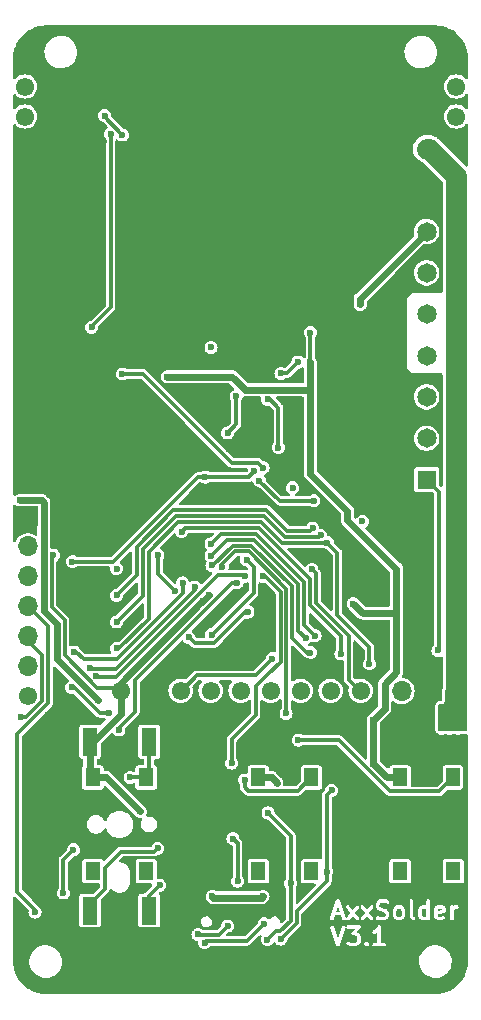
<source format=gbr>
%TF.GenerationSoftware,KiCad,Pcbnew,7.0.10*%
%TF.CreationDate,2024-09-11T11:21:31+02:00*%
%TF.ProjectId,AxxSolder,41787853-6f6c-4646-9572-2e6b69636164,rev?*%
%TF.SameCoordinates,Original*%
%TF.FileFunction,Copper,L1,Top*%
%TF.FilePolarity,Positive*%
%FSLAX46Y46*%
G04 Gerber Fmt 4.6, Leading zero omitted, Abs format (unit mm)*
G04 Created by KiCad (PCBNEW 7.0.10) date 2024-09-11 11:21:31*
%MOMM*%
%LPD*%
G01*
G04 APERTURE LIST*
%ADD10C,0.300000*%
%TA.AperFunction,ComponentPad*%
%ADD11R,1.650000X1.650000*%
%TD*%
%TA.AperFunction,ComponentPad*%
%ADD12C,1.650000*%
%TD*%
%TA.AperFunction,ComponentPad*%
%ADD13C,1.550000*%
%TD*%
%TA.AperFunction,SMDPad,CuDef*%
%ADD14R,1.300000X1.550000*%
%TD*%
%TA.AperFunction,SMDPad,CuDef*%
%ADD15R,1.300000X2.400000*%
%TD*%
%TA.AperFunction,SMDPad,CuDef*%
%ADD16R,3.750000X4.000000*%
%TD*%
%TA.AperFunction,SMDPad,CuDef*%
%ADD17R,2.500000X3.200000*%
%TD*%
%TA.AperFunction,SMDPad,CuDef*%
%ADD18R,2.500000X2.700000*%
%TD*%
%TA.AperFunction,ComponentPad*%
%ADD19R,1.700000X1.700000*%
%TD*%
%TA.AperFunction,ComponentPad*%
%ADD20O,1.700000X1.700000*%
%TD*%
%TA.AperFunction,ViaPad*%
%ADD21C,0.600000*%
%TD*%
%TA.AperFunction,Conductor*%
%ADD22C,0.300000*%
%TD*%
%TA.AperFunction,Conductor*%
%ADD23C,0.600000*%
%TD*%
%TA.AperFunction,Conductor*%
%ADD24C,1.800000*%
%TD*%
G04 APERTURE END LIST*
D10*
G36*
X194079943Y-142573035D02*
G01*
X194116947Y-142610039D01*
X194161653Y-142699451D01*
X194161653Y-143057204D01*
X194116946Y-143146617D01*
X194079941Y-143183622D01*
X193990529Y-143228328D01*
X193847063Y-143228328D01*
X193757649Y-143183621D01*
X193720644Y-143146616D01*
X193675939Y-143057204D01*
X193675939Y-142699451D01*
X193720644Y-142610040D01*
X193757649Y-142573035D01*
X193847063Y-142528328D01*
X193990529Y-142528328D01*
X194079943Y-142573035D01*
G37*
G36*
X196233082Y-142542462D02*
G01*
X196233082Y-143214194D01*
X196204815Y-143228328D01*
X195989920Y-143228328D01*
X195900506Y-143183621D01*
X195863501Y-143146616D01*
X195818796Y-143057204D01*
X195818796Y-142699451D01*
X195863501Y-142610040D01*
X195900506Y-142573035D01*
X195989920Y-142528328D01*
X196204814Y-142528328D01*
X196233082Y-142542462D01*
G37*
G36*
X197556993Y-142561560D02*
G01*
X197583168Y-142613911D01*
X197175939Y-142695357D01*
X197175939Y-142628023D01*
X197209170Y-142561560D01*
X197275635Y-142528328D01*
X197490529Y-142528328D01*
X197556993Y-142561560D01*
G37*
G36*
X188889255Y-142799757D02*
G01*
X188591196Y-142799757D01*
X188740225Y-142352669D01*
X188889255Y-142799757D01*
G37*
G36*
X199175939Y-143742614D02*
G01*
X187878984Y-143742614D01*
X187878984Y-143408400D01*
X188093270Y-143408400D01*
X188127995Y-143477849D01*
X188192791Y-143520630D01*
X188270297Y-143525283D01*
X188339746Y-143490558D01*
X188382527Y-143425762D01*
X188491196Y-143099757D01*
X188989255Y-143099757D01*
X189097923Y-143425762D01*
X189140704Y-143490559D01*
X189210153Y-143525283D01*
X189287659Y-143520631D01*
X189352456Y-143477849D01*
X189387180Y-143408400D01*
X189384098Y-143357044D01*
X189448884Y-143357044D01*
X189458136Y-143434137D01*
X189504694Y-143496276D01*
X189576083Y-143526811D01*
X189653176Y-143517559D01*
X189715315Y-143471001D01*
X189990224Y-143121116D01*
X190265134Y-143471001D01*
X190327273Y-143517559D01*
X190404366Y-143526811D01*
X190475755Y-143496276D01*
X190522313Y-143434137D01*
X190531565Y-143357044D01*
X190663170Y-143357044D01*
X190672422Y-143434137D01*
X190718980Y-143496276D01*
X190790369Y-143526811D01*
X190867462Y-143517559D01*
X190929601Y-143471001D01*
X191204510Y-143121116D01*
X191479420Y-143471001D01*
X191541559Y-143517559D01*
X191618652Y-143526811D01*
X191690041Y-143496276D01*
X191736599Y-143434137D01*
X191745851Y-143357044D01*
X191715316Y-143285655D01*
X191395273Y-142878328D01*
X191715316Y-142471001D01*
X191745851Y-142399612D01*
X191736599Y-142322519D01*
X191724896Y-142306900D01*
X191947368Y-142306900D01*
X191956291Y-142340203D01*
X191963204Y-142373982D01*
X192034632Y-142516839D01*
X192050655Y-142534908D01*
X192062731Y-142555824D01*
X192134160Y-142627252D01*
X192155074Y-142639326D01*
X192173143Y-142655349D01*
X192315999Y-142726778D01*
X192332225Y-142730098D01*
X192346702Y-142738135D01*
X192616440Y-142805569D01*
X192722799Y-142858748D01*
X192759803Y-142895753D01*
X192804511Y-142985167D01*
X192804511Y-143057203D01*
X192759803Y-143146617D01*
X192722800Y-143183621D01*
X192633387Y-143228328D01*
X192335997Y-143228328D01*
X192144802Y-143164597D01*
X192067296Y-143159945D01*
X191997847Y-143194670D01*
X191955065Y-143259466D01*
X191950413Y-143336972D01*
X191985138Y-143406421D01*
X192049934Y-143449203D01*
X192264220Y-143520631D01*
X192288328Y-143522078D01*
X192311654Y-143528328D01*
X192668796Y-143528328D01*
X192702101Y-143519403D01*
X192735877Y-143512492D01*
X192878736Y-143441064D01*
X192896805Y-143425040D01*
X192917721Y-143412965D01*
X192989149Y-143341536D01*
X193001223Y-143320621D01*
X193017246Y-143302553D01*
X193088675Y-143159697D01*
X193095588Y-143125914D01*
X193104511Y-143092614D01*
X193375939Y-143092614D01*
X193384862Y-143125917D01*
X193391775Y-143159696D01*
X193463203Y-143302553D01*
X193479226Y-143320622D01*
X193491301Y-143341537D01*
X193562730Y-143412966D01*
X193583644Y-143425040D01*
X193601714Y-143441064D01*
X193744572Y-143512492D01*
X193778347Y-143519403D01*
X193811653Y-143528328D01*
X194025939Y-143528328D01*
X194059242Y-143519404D01*
X194093021Y-143512492D01*
X194235878Y-143441064D01*
X194253947Y-143425040D01*
X194274862Y-143412966D01*
X194346291Y-143341537D01*
X194358365Y-143320622D01*
X194374389Y-143302553D01*
X194443644Y-143164042D01*
X194804510Y-143164042D01*
X194813433Y-143197343D01*
X194820346Y-143231124D01*
X194891775Y-143373982D01*
X194897860Y-143380844D01*
X194900762Y-143389549D01*
X194923302Y-143409536D01*
X194943290Y-143432077D01*
X194951994Y-143434978D01*
X194958857Y-143441064D01*
X195101715Y-143512492D01*
X195177784Y-143528059D01*
X195251445Y-143503505D01*
X195302960Y-143445410D01*
X195318527Y-143369340D01*
X195293973Y-143295679D01*
X195235878Y-143244164D01*
X195137742Y-143195096D01*
X195104510Y-143128632D01*
X195104510Y-143092614D01*
X195518796Y-143092614D01*
X195527719Y-143125917D01*
X195534632Y-143159696D01*
X195606060Y-143302553D01*
X195622083Y-143320622D01*
X195634158Y-143341537D01*
X195705587Y-143412966D01*
X195726501Y-143425040D01*
X195744571Y-143441064D01*
X195887429Y-143512492D01*
X195921204Y-143519403D01*
X195954510Y-143528328D01*
X196240224Y-143528328D01*
X196273529Y-143519403D01*
X196307305Y-143512492D01*
X196313123Y-143509582D01*
X196383082Y-143528328D01*
X196458082Y-143508232D01*
X196512986Y-143453328D01*
X196533082Y-143378328D01*
X196533082Y-143164042D01*
X196875939Y-143164042D01*
X196884863Y-143197347D01*
X196891775Y-143231123D01*
X196963203Y-143373982D01*
X196969290Y-143380846D01*
X196972191Y-143389549D01*
X196994726Y-143409532D01*
X197014718Y-143432077D01*
X197023423Y-143434978D01*
X197030286Y-143441064D01*
X197173144Y-143512493D01*
X197206928Y-143519406D01*
X197240225Y-143528328D01*
X197525939Y-143528328D01*
X197559242Y-143519404D01*
X197593021Y-143512492D01*
X197735878Y-143441064D01*
X197793973Y-143389549D01*
X197797713Y-143378328D01*
X198233081Y-143378328D01*
X198253177Y-143453328D01*
X198308081Y-143508232D01*
X198383081Y-143528328D01*
X198458081Y-143508232D01*
X198512985Y-143453328D01*
X198533081Y-143378328D01*
X198533081Y-142699452D01*
X198577788Y-142610038D01*
X198614792Y-142573035D01*
X198704206Y-142528328D01*
X198811653Y-142528328D01*
X198886653Y-142508232D01*
X198941557Y-142453328D01*
X198961653Y-142378328D01*
X198941557Y-142303328D01*
X198886653Y-142248424D01*
X198811653Y-142228328D01*
X198668796Y-142228328D01*
X198635495Y-142237250D01*
X198601713Y-142244164D01*
X198503118Y-142293461D01*
X198458081Y-142248424D01*
X198383081Y-142228328D01*
X198308081Y-142248424D01*
X198253177Y-142303328D01*
X198233081Y-142378328D01*
X198233081Y-143378328D01*
X197797713Y-143378328D01*
X197818527Y-143315888D01*
X197802960Y-143239818D01*
X197751445Y-143181723D01*
X197677784Y-143157169D01*
X197601715Y-143172736D01*
X197490529Y-143228328D01*
X197275634Y-143228328D01*
X197209171Y-143195097D01*
X197175939Y-143128633D01*
X197175939Y-143001298D01*
X197769643Y-142882558D01*
X197791583Y-142871709D01*
X197815225Y-142865375D01*
X197825816Y-142854783D01*
X197839245Y-142848144D01*
X197852822Y-142827777D01*
X197870129Y-142810471D01*
X197874006Y-142796001D01*
X197882315Y-142783538D01*
X197883890Y-142759113D01*
X197890225Y-142735471D01*
X197890225Y-142592614D01*
X197881302Y-142559313D01*
X197874389Y-142525531D01*
X197802960Y-142382675D01*
X197796873Y-142375811D01*
X197793973Y-142367109D01*
X197771432Y-142347120D01*
X197751444Y-142324580D01*
X197742741Y-142321679D01*
X197735878Y-142315593D01*
X197593021Y-142244164D01*
X197559240Y-142237251D01*
X197525939Y-142228328D01*
X197240225Y-142228328D01*
X197206923Y-142237251D01*
X197173143Y-142244164D01*
X197030285Y-142315593D01*
X197023422Y-142321678D01*
X197014718Y-142324580D01*
X196994730Y-142347120D01*
X196972190Y-142367108D01*
X196969288Y-142375812D01*
X196963203Y-142382675D01*
X196891775Y-142525532D01*
X196884862Y-142559310D01*
X196875939Y-142592614D01*
X196875939Y-143164042D01*
X196533082Y-143164042D01*
X196533082Y-141878328D01*
X196512986Y-141803328D01*
X196458082Y-141748424D01*
X196383082Y-141728328D01*
X196308082Y-141748424D01*
X196253178Y-141803328D01*
X196233082Y-141878328D01*
X196233082Y-142228328D01*
X195954510Y-142228328D01*
X195921209Y-142237250D01*
X195887427Y-142244164D01*
X195744571Y-142315593D01*
X195726502Y-142331615D01*
X195705588Y-142343690D01*
X195634159Y-142415118D01*
X195622083Y-142436033D01*
X195606060Y-142454103D01*
X195534632Y-142596960D01*
X195527719Y-142630738D01*
X195518796Y-142664042D01*
X195518796Y-143092614D01*
X195104510Y-143092614D01*
X195104510Y-141878328D01*
X195084414Y-141803328D01*
X195029510Y-141748424D01*
X194954510Y-141728328D01*
X194879510Y-141748424D01*
X194824606Y-141803328D01*
X194804510Y-141878328D01*
X194804510Y-143164042D01*
X194443644Y-143164042D01*
X194445817Y-143159695D01*
X194452728Y-143125919D01*
X194461653Y-143092614D01*
X194461653Y-142664042D01*
X194452728Y-142630736D01*
X194445817Y-142596961D01*
X194374389Y-142454103D01*
X194358365Y-142436033D01*
X194346290Y-142415118D01*
X194274861Y-142343690D01*
X194253946Y-142331615D01*
X194235878Y-142315593D01*
X194093021Y-142244164D01*
X194059240Y-142237251D01*
X194025939Y-142228328D01*
X193811653Y-142228328D01*
X193778352Y-142237250D01*
X193744570Y-142244164D01*
X193601714Y-142315593D01*
X193583645Y-142331615D01*
X193562731Y-142343690D01*
X193491302Y-142415118D01*
X193479226Y-142436033D01*
X193463203Y-142454103D01*
X193391775Y-142596960D01*
X193384862Y-142630738D01*
X193375939Y-142664042D01*
X193375939Y-143092614D01*
X193104511Y-143092614D01*
X193104511Y-142949757D01*
X193095588Y-142916456D01*
X193088675Y-142882674D01*
X193017246Y-142739818D01*
X193001223Y-142721749D01*
X192989149Y-142700835D01*
X192917721Y-142629406D01*
X192896805Y-142617330D01*
X192878736Y-142601307D01*
X192735878Y-142529878D01*
X192719653Y-142526557D01*
X192705176Y-142518521D01*
X192435438Y-142451086D01*
X192329078Y-142397906D01*
X192292073Y-142360901D01*
X192247368Y-142271490D01*
X192247368Y-142199451D01*
X192292073Y-142110040D01*
X192329078Y-142073035D01*
X192418492Y-142028328D01*
X192715885Y-142028328D01*
X192907076Y-142092059D01*
X192984582Y-142096712D01*
X193054031Y-142061988D01*
X193096813Y-141997191D01*
X193101466Y-141919685D01*
X193066741Y-141850236D01*
X193001945Y-141807454D01*
X192787659Y-141736026D01*
X192763553Y-141734578D01*
X192740225Y-141728328D01*
X192383082Y-141728328D01*
X192349781Y-141737250D01*
X192315999Y-141744164D01*
X192173143Y-141815593D01*
X192155074Y-141831615D01*
X192134160Y-141843690D01*
X192062731Y-141915118D01*
X192050655Y-141936033D01*
X192034632Y-141954103D01*
X191963204Y-142096960D01*
X191956291Y-142130738D01*
X191947368Y-142164042D01*
X191947368Y-142306900D01*
X191724896Y-142306900D01*
X191690041Y-142260380D01*
X191618652Y-142229845D01*
X191541559Y-142239097D01*
X191479420Y-142285655D01*
X191204510Y-142635539D01*
X190929601Y-142285655D01*
X190867462Y-142239097D01*
X190790369Y-142229845D01*
X190718980Y-142260380D01*
X190672422Y-142322519D01*
X190663170Y-142399612D01*
X190693705Y-142471001D01*
X191013747Y-142878328D01*
X190693705Y-143285655D01*
X190663170Y-143357044D01*
X190531565Y-143357044D01*
X190501030Y-143285655D01*
X190180987Y-142878328D01*
X190501030Y-142471001D01*
X190531565Y-142399612D01*
X190522313Y-142322519D01*
X190475755Y-142260380D01*
X190404366Y-142229845D01*
X190327273Y-142239097D01*
X190265134Y-142285655D01*
X189990224Y-142635539D01*
X189715315Y-142285655D01*
X189653176Y-142239097D01*
X189576083Y-142229845D01*
X189504694Y-142260380D01*
X189458136Y-142322519D01*
X189448884Y-142399612D01*
X189479419Y-142471001D01*
X189799461Y-142878328D01*
X189479419Y-143285655D01*
X189448884Y-143357044D01*
X189384098Y-143357044D01*
X189382528Y-143330894D01*
X188882527Y-141830894D01*
X188865931Y-141805758D01*
X188852456Y-141778807D01*
X188844799Y-141773751D01*
X188839746Y-141766098D01*
X188812803Y-141752626D01*
X188787659Y-141736025D01*
X188778501Y-141735475D01*
X188770297Y-141731373D01*
X188740228Y-141733178D01*
X188710153Y-141731373D01*
X188701946Y-141735476D01*
X188692791Y-141736026D01*
X188667655Y-141752621D01*
X188640704Y-141766097D01*
X188635648Y-141773753D01*
X188627995Y-141778807D01*
X188614521Y-141805753D01*
X188597923Y-141830894D01*
X188097923Y-143330894D01*
X188093270Y-143408400D01*
X187878984Y-143408400D01*
X187878984Y-141514042D01*
X199175939Y-141514042D01*
X199175939Y-143742614D01*
G37*
G36*
X193033082Y-145942614D02*
G01*
X187878984Y-145942614D01*
X187878984Y-144048256D01*
X188093270Y-144048256D01*
X188097923Y-144125762D01*
X188597923Y-145625762D01*
X188614521Y-145650902D01*
X188627995Y-145677849D01*
X188635648Y-145682902D01*
X188640704Y-145690559D01*
X188667655Y-145704034D01*
X188692791Y-145720630D01*
X188701946Y-145721179D01*
X188710153Y-145725283D01*
X188740228Y-145723477D01*
X188770297Y-145725283D01*
X188778501Y-145721180D01*
X188787659Y-145720631D01*
X188812803Y-145704029D01*
X188839746Y-145690558D01*
X188844799Y-145682904D01*
X188852456Y-145677849D01*
X188865931Y-145650897D01*
X188882527Y-145625762D01*
X189382528Y-144125762D01*
X189385375Y-144078328D01*
X189447367Y-144078328D01*
X189467463Y-144153328D01*
X189522367Y-144208232D01*
X189597367Y-144228328D01*
X190195374Y-144228328D01*
X189913052Y-144550981D01*
X189906512Y-144564279D01*
X189896035Y-144574757D01*
X189889659Y-144598549D01*
X189878788Y-144620658D01*
X189879773Y-144635445D01*
X189875939Y-144649757D01*
X189882314Y-144673549D01*
X189883953Y-144698132D01*
X189892200Y-144710444D01*
X189896035Y-144724757D01*
X189913452Y-144742174D01*
X189927163Y-144762644D01*
X189940461Y-144769183D01*
X189950939Y-144779661D01*
X189974731Y-144786036D01*
X189996840Y-144796908D01*
X190011627Y-144795922D01*
X190025939Y-144799757D01*
X190204815Y-144799757D01*
X190294228Y-144844463D01*
X190331231Y-144881467D01*
X190375939Y-144970881D01*
X190375939Y-145257203D01*
X190331231Y-145346617D01*
X190294228Y-145383621D01*
X190204815Y-145428328D01*
X189847063Y-145428328D01*
X189757649Y-145383621D01*
X189703433Y-145329405D01*
X189636190Y-145290582D01*
X189558544Y-145290582D01*
X189491301Y-145329405D01*
X189452478Y-145396648D01*
X189452478Y-145474294D01*
X189491301Y-145541537D01*
X189562730Y-145612966D01*
X189583644Y-145625040D01*
X189601714Y-145641064D01*
X189744572Y-145712492D01*
X189778347Y-145719403D01*
X189811653Y-145728328D01*
X190240224Y-145728328D01*
X190273529Y-145719403D01*
X190307305Y-145712492D01*
X190450164Y-145641064D01*
X190468233Y-145625040D01*
X190489149Y-145612965D01*
X190556389Y-145545724D01*
X190952478Y-145545724D01*
X190971303Y-145578328D01*
X190991301Y-145612966D01*
X191062729Y-145684394D01*
X191073407Y-145690559D01*
X191079830Y-145694267D01*
X191093795Y-145708232D01*
X191112868Y-145713342D01*
X191129971Y-145723217D01*
X191129972Y-145723217D01*
X191149720Y-145723217D01*
X191168795Y-145728328D01*
X191187870Y-145723217D01*
X191207618Y-145723217D01*
X191224720Y-145713343D01*
X191243795Y-145708232D01*
X191257759Y-145694267D01*
X191264185Y-145690558D01*
X191274860Y-145684395D01*
X191346289Y-145612967D01*
X191346291Y-145612965D01*
X191366288Y-145578328D01*
X191661653Y-145578328D01*
X191681749Y-145653328D01*
X191736653Y-145708232D01*
X191811653Y-145728328D01*
X192240224Y-145728328D01*
X192668796Y-145728328D01*
X192743796Y-145708232D01*
X192798700Y-145653328D01*
X192818796Y-145578328D01*
X192798700Y-145503328D01*
X192743796Y-145448424D01*
X192668796Y-145428328D01*
X192390224Y-145428328D01*
X192390224Y-144078328D01*
X192381385Y-144045342D01*
X192374686Y-144011843D01*
X192371411Y-144008116D01*
X192370128Y-144003328D01*
X192345981Y-143979181D01*
X192323429Y-143953520D01*
X192318730Y-143951930D01*
X192315224Y-143948424D01*
X192282241Y-143939586D01*
X192249878Y-143928638D01*
X192245012Y-143929611D01*
X192240224Y-143928328D01*
X192207241Y-143937165D01*
X192173740Y-143943866D01*
X192170014Y-143947140D01*
X192165224Y-143948424D01*
X192141070Y-143972577D01*
X192115417Y-143995123D01*
X191980797Y-144197051D01*
X191865656Y-144312192D01*
X191744571Y-144372736D01*
X191686476Y-144424252D01*
X191661922Y-144497913D01*
X191677489Y-144573982D01*
X191729005Y-144632077D01*
X191802666Y-144656631D01*
X191878735Y-144641064D01*
X192021592Y-144569635D01*
X192039660Y-144553612D01*
X192060576Y-144541537D01*
X192090224Y-144511889D01*
X192090224Y-145428328D01*
X191811653Y-145428328D01*
X191736653Y-145448424D01*
X191681749Y-145503328D01*
X191661653Y-145578328D01*
X191366288Y-145578328D01*
X191385113Y-145545724D01*
X191385113Y-145468078D01*
X191385113Y-145468077D01*
X191346290Y-145400834D01*
X191274861Y-145329405D01*
X191274860Y-145329404D01*
X191257758Y-145319530D01*
X191243795Y-145305567D01*
X191224720Y-145300455D01*
X191207618Y-145290582D01*
X191207617Y-145290582D01*
X191187870Y-145290582D01*
X191168795Y-145285471D01*
X191149720Y-145290582D01*
X191129971Y-145290582D01*
X191126452Y-145292614D01*
X191112869Y-145300455D01*
X191093795Y-145305567D01*
X191079830Y-145319531D01*
X191062729Y-145329405D01*
X191062728Y-145329405D01*
X191062728Y-145329406D01*
X190991301Y-145400834D01*
X190952478Y-145468077D01*
X190952478Y-145468078D01*
X190952478Y-145545724D01*
X190556389Y-145545724D01*
X190560577Y-145541536D01*
X190572651Y-145520621D01*
X190588674Y-145502553D01*
X190660103Y-145359697D01*
X190667016Y-145325914D01*
X190675939Y-145292614D01*
X190675939Y-144935471D01*
X190667016Y-144902170D01*
X190660103Y-144868388D01*
X190588674Y-144725532D01*
X190572651Y-144707463D01*
X190560577Y-144686549D01*
X190489149Y-144615120D01*
X190468233Y-144603044D01*
X190450164Y-144587021D01*
X190331891Y-144527886D01*
X190638825Y-144177104D01*
X190645363Y-144163807D01*
X190655843Y-144153328D01*
X190662219Y-144129530D01*
X190673089Y-144107427D01*
X190672103Y-144092642D01*
X190675939Y-144078328D01*
X190669562Y-144054530D01*
X190667924Y-144029953D01*
X190659678Y-144017642D01*
X190655843Y-144003328D01*
X190638420Y-143985905D01*
X190624714Y-143965442D01*
X190611419Y-143958904D01*
X190600939Y-143948424D01*
X190577140Y-143942047D01*
X190555038Y-143931178D01*
X190540253Y-143932163D01*
X190525939Y-143928328D01*
X189597367Y-143928328D01*
X189522367Y-143948424D01*
X189467463Y-144003328D01*
X189447367Y-144078328D01*
X189385375Y-144078328D01*
X189387180Y-144048256D01*
X189352456Y-143978807D01*
X189287659Y-143936025D01*
X189210153Y-143931373D01*
X189140704Y-143966097D01*
X189097923Y-144030894D01*
X188740225Y-145103986D01*
X188382527Y-144030894D01*
X188339746Y-143966098D01*
X188270297Y-143931373D01*
X188192791Y-143936026D01*
X188127995Y-143978807D01*
X188093270Y-144048256D01*
X187878984Y-144048256D01*
X187878984Y-143714042D01*
X193033082Y-143714042D01*
X193033082Y-145942614D01*
G37*
D11*
%TO.P,J2,1,1*%
%TO.N,/S_sense*%
X196250000Y-106200000D03*
D12*
%TO.P,J2,2,2*%
%TO.N,/H_sense2*%
X196250000Y-102700000D03*
%TO.P,J2,3,3*%
%TO.N,/H_sense1*%
X196250000Y-99200000D03*
%TO.P,J2,4,4*%
%TO.N,Earth*%
X196250000Y-95700000D03*
%TO.P,J2,5,5*%
%TO.N,/GREEN*%
X196250000Y-92200000D03*
%TO.P,J2,6,6*%
%TO.N,/BLUE*%
X196250000Y-88700000D03*
%TO.P,J2,7,7*%
%TO.N,/RED*%
X196250000Y-85200000D03*
%TO.P,J2,8,8*%
%TO.N,GND*%
X196250000Y-81700000D03*
%TO.P,J2,9,9*%
%TO.N,/VDD_IN*%
X196250000Y-78200000D03*
%TD*%
D13*
%TO.P,TP18,1,1*%
%TO.N,/SD_CS*%
X190660000Y-124080000D03*
%TD*%
D14*
%TO.P,S1,1*%
%TO.N,/S1*%
X172500000Y-131425000D03*
%TO.P,S1,2*%
%TO.N,+3.3V*%
X168000000Y-131425000D03*
%TO.P,S1,3*%
%TO.N,N/C*%
X172500000Y-139375000D03*
%TO.P,S1,4*%
X168000000Y-139375000D03*
%TD*%
D13*
%TO.P,J7,1,Pin_1*%
%TO.N,+3.3V*%
X170340000Y-124080000D03*
%TO.P,J7,2,Pin_2*%
%TO.N,GND*%
X172880000Y-124080000D03*
%TO.P,J7,3,Pin_3*%
%TO.N,/SPI_SCK*%
X175420000Y-124080000D03*
%TO.P,J7,4,Pin_4*%
%TO.N,unconnected-(J7-Pin_4-Pad4)*%
X177960000Y-124080000D03*
%TO.P,J7,5,Pin_5*%
%TO.N,/SPI_MOSI*%
X180500000Y-124080000D03*
%TO.P,J7,6,Pin_6*%
%TO.N,/SPI_CS*%
X183040000Y-124080000D03*
%TO.P,J7,7,Pin_7*%
%TO.N,/SPI_RST*%
X185580000Y-124080000D03*
%TO.P,J7,8,Pin_8*%
%TO.N,/SPI_DC*%
X188120000Y-124080000D03*
%TD*%
D14*
%TO.P,S3,1*%
%TO.N,Net-(R46-Pad2)*%
X198500000Y-131425000D03*
%TO.P,S3,2*%
%TO.N,+3.3V*%
X194000000Y-131425000D03*
%TO.P,S3,3*%
%TO.N,N/C*%
X198500000Y-139375000D03*
%TO.P,S3,4*%
X194000000Y-139375000D03*
%TD*%
D15*
%TO.P,U2,A1*%
%TO.N,Net-(R47-Pad2)*%
X167750000Y-142700000D03*
%TO.P,U2,B1*%
%TO.N,GND*%
X170250000Y-142700000D03*
%TO.P,U2,C1*%
%TO.N,Net-(R48-Pad2)*%
X172750000Y-142700000D03*
%TO.P,U2,D1*%
%TO.N,+3.3V*%
X167750000Y-128400000D03*
%TO.P,U2,E1*%
%TO.N,/S1*%
X172750000Y-128400000D03*
D16*
%TO.P,U2,MP*%
%TO.N,GND*%
X163875000Y-135400000D03*
D17*
X165250000Y-127500000D03*
D18*
X165250000Y-143050000D03*
D17*
X175250000Y-127500000D03*
D18*
X175250000Y-143050000D03*
D16*
X176625000Y-135400000D03*
%TD*%
D13*
%TO.P,TP13,1,1*%
%TO.N,/USART_RX*%
X162500000Y-124550000D03*
%TD*%
D14*
%TO.P,S2,1*%
%TO.N,Net-(R43-Pad2)*%
X186500000Y-131425000D03*
%TO.P,S2,2*%
%TO.N,+3.3V*%
X182000000Y-131425000D03*
%TO.P,S2,3*%
%TO.N,N/C*%
X186500000Y-139375000D03*
%TO.P,S2,4*%
X182000000Y-139375000D03*
%TD*%
D19*
%TO.P,J3,1,Pin_1*%
%TO.N,GND*%
X196675000Y-124100000D03*
D20*
%TO.P,J3,2,Pin_2*%
%TO.N,/USR4*%
X194135000Y-124100000D03*
%TD*%
D19*
%TO.P,J4,1,Pin_1*%
%TO.N,GND*%
X162500000Y-109310000D03*
D20*
%TO.P,J4,2,Pin_2*%
%TO.N,+3.3V*%
X162500000Y-111850000D03*
%TO.P,J4,3,Pin_3*%
%TO.N,/NRST*%
X162500000Y-114390000D03*
%TO.P,J4,4,Pin_4*%
%TO.N,/SWCLK*%
X162500000Y-116930000D03*
%TO.P,J4,5,Pin_5*%
%TO.N,/SWDIO*%
X162500000Y-119470000D03*
%TO.P,J4,6,Pin_6*%
%TO.N,/USART_TX*%
X162500000Y-122010000D03*
%TD*%
D13*
%TO.P,J6,1,Pin_1*%
%TO.N,unconnected-(J6-Pin_1-Pad1)*%
X198750000Y-72925000D03*
%TO.P,J6,2,Pin_2*%
%TO.N,unconnected-(J6-Pin_2-Pad2)*%
X198750000Y-75465000D03*
%TD*%
%TO.P,J5,1,Pin_1*%
%TO.N,unconnected-(J5-Pin_1-Pad1)*%
X162250000Y-72925000D03*
%TO.P,J5,2,Pin_2*%
%TO.N,unconnected-(J5-Pin_2-Pad2)*%
X162250000Y-75465000D03*
%TD*%
D21*
%TO.N,+3.3V*%
X190037500Y-116700000D03*
X186400000Y-96275000D03*
X189550000Y-108850000D03*
X177859620Y-115959620D03*
X180775000Y-98490313D03*
X186400000Y-93750000D03*
X172000000Y-134300000D03*
X177350000Y-116469240D03*
X191750000Y-126550000D03*
X193700000Y-122485000D03*
X193700000Y-118485000D03*
X174300000Y-97500000D03*
X191750000Y-130250000D03*
X164650000Y-112600000D03*
X193700000Y-113735000D03*
X183550250Y-131850251D03*
%TO.N,/SWCLK*%
X177460268Y-145400000D03*
X182500000Y-143800000D03*
X163095552Y-142814791D03*
X166400000Y-120800000D03*
X175600000Y-114950000D03*
%TO.N,/SWDIO*%
X167710770Y-122150000D03*
X161900000Y-126300000D03*
X176894620Y-144706460D03*
X179400000Y-144000000D03*
X176600000Y-115300000D03*
%TO.N,/RED*%
X190625000Y-91375000D03*
%TO.N,/SPI_SCK*%
X183189202Y-121365547D03*
%TO.N,GND*%
X176800000Y-133200000D03*
X185460336Y-94763100D03*
X180800000Y-80400000D03*
X162500000Y-81500000D03*
X173450000Y-126500000D03*
X179600000Y-127400000D03*
X165850000Y-130200000D03*
X193500000Y-80750000D03*
X176850000Y-68050000D03*
X176600000Y-93500000D03*
X161750000Y-85250000D03*
X179400000Y-78200000D03*
X176600000Y-91500000D03*
X173850000Y-68050000D03*
X172200000Y-75200000D03*
X173700000Y-72400000D03*
X164300000Y-102500000D03*
X174600000Y-68750000D03*
X163500000Y-104000000D03*
X161750000Y-83750000D03*
X186000000Y-126000000D03*
X162500000Y-82250000D03*
X161750000Y-82250000D03*
X195904352Y-114480648D03*
X175200000Y-86100000D03*
X187400000Y-94250000D03*
X186750000Y-89500000D03*
X161750000Y-84500000D03*
X179400000Y-80400000D03*
X182250000Y-89500000D03*
X175600000Y-139350000D03*
X183952983Y-104258949D03*
X170100000Y-68750000D03*
X174700000Y-84500000D03*
X162500000Y-85250000D03*
X163000000Y-140000000D03*
X192750000Y-80750000D03*
X177600000Y-68050000D03*
X186750000Y-87750000D03*
X166450000Y-117700000D03*
X162500000Y-80750000D03*
X171950000Y-132900000D03*
X163500000Y-104750000D03*
X186750000Y-90250000D03*
X180200000Y-120700000D03*
X167200000Y-117700000D03*
X192900000Y-111035000D03*
X170850000Y-68050000D03*
X180800000Y-78200000D03*
X187500000Y-126000000D03*
X165100000Y-125499998D03*
X162500000Y-83000000D03*
X191800000Y-132500000D03*
X172950000Y-72400000D03*
X173100000Y-68050000D03*
X182700000Y-125900000D03*
X195350000Y-131350000D03*
X178700000Y-78200000D03*
X179200000Y-138650000D03*
X194400000Y-128650000D03*
X191250000Y-125500000D03*
X164300000Y-104750000D03*
X172950000Y-75200000D03*
X174600000Y-68050000D03*
X180950000Y-120700000D03*
X161750000Y-81500000D03*
X181500000Y-80400000D03*
X193500000Y-80000000D03*
X180750000Y-89500000D03*
X191075000Y-137250000D03*
X186000000Y-90250000D03*
X192900000Y-115535000D03*
X166600000Y-132800000D03*
X185250000Y-88500000D03*
X197258409Y-122485000D03*
X176600000Y-92500000D03*
X162250000Y-133000000D03*
X186100000Y-121600000D03*
X191900000Y-146550000D03*
X170200000Y-130200000D03*
X181500000Y-90300000D03*
X174700000Y-111400000D03*
X186750000Y-88500000D03*
X177600000Y-68750000D03*
X173850000Y-68750000D03*
X180900000Y-83500000D03*
X195000000Y-80750000D03*
X179506990Y-103593010D03*
X173700000Y-75200000D03*
X185250000Y-87750000D03*
X186545379Y-112300000D03*
X186400000Y-92000000D03*
X161750000Y-80000000D03*
X194250000Y-80750000D03*
X194250000Y-80000000D03*
X185250000Y-89500000D03*
X188250000Y-126000000D03*
X183400000Y-139500000D03*
X162500000Y-83750000D03*
X186000000Y-88500000D03*
X195000000Y-80000000D03*
X175350000Y-68750000D03*
X171367566Y-138350000D03*
X177005000Y-143017000D03*
X180100000Y-80400000D03*
X177931739Y-118550000D03*
X164300000Y-103250000D03*
X192650000Y-146550000D03*
X164300000Y-104000000D03*
X166000000Y-112400000D03*
X192750000Y-80000000D03*
X172350000Y-68750000D03*
X170100000Y-68050000D03*
X177700000Y-107700000D03*
X161750000Y-83000000D03*
X193400000Y-146550000D03*
X174100000Y-112000000D03*
X182250000Y-90300000D03*
X166533958Y-76850000D03*
X185250000Y-90250000D03*
X192900000Y-120035000D03*
X195909340Y-110006840D03*
X175900000Y-86100000D03*
X171450000Y-72400000D03*
X168850002Y-77502796D03*
X189800000Y-113800000D03*
X191149953Y-135750047D03*
X191150000Y-132500000D03*
X180300000Y-113600000D03*
X169450000Y-130200000D03*
X184019998Y-143200000D03*
X176100000Y-68050000D03*
X195893750Y-118991250D03*
X180100000Y-78200000D03*
X172350000Y-68050000D03*
X167400000Y-132800000D03*
X180750000Y-90300000D03*
X186000000Y-89500000D03*
X172100000Y-83900000D03*
X176100000Y-68750000D03*
X163500000Y-103250000D03*
X162500000Y-80000000D03*
X171600000Y-68050000D03*
X166600000Y-130200000D03*
X185250000Y-126000000D03*
X171450000Y-75200000D03*
X163500000Y-102500000D03*
X163000000Y-133000000D03*
X178200000Y-121700000D03*
X173100000Y-68750000D03*
X178700000Y-80400000D03*
X186000000Y-87750000D03*
X161750000Y-80750000D03*
X181500000Y-89500000D03*
X171600000Y-68750000D03*
X179200000Y-135250000D03*
X162500000Y-84500000D03*
X172200000Y-72400000D03*
X170850000Y-68750000D03*
X195750000Y-80000000D03*
X175600000Y-138600000D03*
X167150000Y-112400000D03*
X176850000Y-68750000D03*
X177000000Y-119400000D03*
X175350000Y-68050000D03*
%TO.N,/SD_CS*%
X186544057Y-113799916D03*
%TO.N,/NRST*%
X181664682Y-105515136D03*
X177525000Y-105984258D03*
X166252983Y-113158949D03*
%TO.N,/USB_D-*%
X179850000Y-136600000D03*
X180250000Y-140200000D03*
%TO.N,/VBUS*%
X178100000Y-141497000D03*
X182400000Y-141497000D03*
%TO.N,/SCL*%
X178067737Y-113475373D03*
X186415136Y-120864682D03*
%TO.N,/SDA*%
X175500000Y-110600000D03*
X189004670Y-120960431D03*
%TO.N,/VDD_IN*%
X198200000Y-124250000D03*
X197500000Y-127250000D03*
X197500000Y-125750000D03*
X198900000Y-125000000D03*
X197500000Y-126500000D03*
X198200000Y-125750000D03*
X198200000Y-126500000D03*
X198900000Y-124250000D03*
X198200000Y-125000000D03*
X198900000Y-127250000D03*
X198900000Y-126500000D03*
X198900000Y-125750000D03*
X198200000Y-127250000D03*
%TO.N,/CC2*%
X184750000Y-140400000D03*
X182772568Y-145150000D03*
X182827880Y-134427880D03*
%TO.N,/CC1*%
X188200000Y-132525000D03*
X183901893Y-145101893D03*
X187800000Y-139400000D03*
%TO.N,/TC*%
X182800000Y-99400000D03*
X184900000Y-106900000D03*
X183700000Y-103500000D03*
%TO.N,/SW2*%
X182401168Y-114398832D03*
X179750342Y-130196097D03*
%TO.N,/SW3*%
X178949977Y-113569262D03*
X184350000Y-126000000D03*
%TO.N,/Heater*%
X178000000Y-95000000D03*
%TO.N,/ENC_A*%
X181001168Y-112998832D03*
X178050000Y-119341045D03*
%TO.N,Net-(IC2A--)*%
X183925000Y-97200000D03*
X185350000Y-96250000D03*
%TO.N,Net-(IC3-FB)*%
X170493927Y-77024177D03*
X169000000Y-75400000D03*
%TO.N,VDD*%
X169500510Y-76950000D03*
X167900000Y-93300000D03*
%TO.N,/USR1*%
X174913085Y-115613086D03*
X176103631Y-119554085D03*
X173500000Y-112600000D03*
X181116396Y-117416396D03*
X170000000Y-113750000D03*
%TO.N,/USR2*%
X186600000Y-110300000D03*
X170000000Y-116000000D03*
%TO.N,/USART_RX*%
X180200866Y-114942620D03*
X166200000Y-123800000D03*
X169350000Y-125950000D03*
X170200000Y-127400000D03*
%TO.N,/CURRENT*%
X179400000Y-102250000D03*
X180124542Y-99141941D03*
%TO.N,/USR3*%
X187290380Y-110909620D03*
X170000000Y-118250000D03*
%TO.N,/USR4*%
X191400000Y-121800000D03*
X170000000Y-120500000D03*
X187850000Y-111550000D03*
%TO.N,/VBUS_IN*%
X170500000Y-97250000D03*
X182400000Y-105200000D03*
%TO.N,/USART_TX*%
X180850000Y-114381291D03*
X168287166Y-122849431D03*
%TO.N,/CC2_*%
X186000000Y-119600000D03*
X178000000Y-112650000D03*
%TO.N,/CC1_*%
X186800000Y-119425000D03*
X178000000Y-111650000D03*
%TO.N,/S_sense*%
X197200000Y-120660000D03*
%TO.N,+7.5V*%
X168450000Y-124900000D03*
X166350000Y-137550000D03*
X165500000Y-141200000D03*
X161850000Y-107959998D03*
%TO.N,/I_LEAK*%
X190800000Y-109750000D03*
X182100000Y-106300000D03*
X186700000Y-108000000D03*
%TO.N,Net-(R43-Pad2)*%
X180849998Y-131631675D03*
%TO.N,Net-(R46-Pad2)*%
X185400000Y-128250000D03*
%TO.N,Net-(R47-Pad2)*%
X173470468Y-137424991D03*
%TO.N,Net-(R48-Pad2)*%
X173639178Y-140541778D03*
%TO.N,/S1*%
X171150000Y-131400000D03*
%TD*%
D22*
%TO.N,+3.3V*%
X168368497Y-123850000D02*
X165600000Y-121081503D01*
D23*
X168000000Y-131425000D02*
X169125000Y-131425000D01*
X180775000Y-98490313D02*
X180884687Y-98600000D01*
X192700000Y-125600000D02*
X192700000Y-123485000D01*
D22*
X170360000Y-124100000D02*
X170110000Y-123850000D01*
D23*
X191750000Y-130250000D02*
X192925000Y-131425000D01*
X167750000Y-128400000D02*
X167750000Y-131175000D01*
X191750000Y-126550000D02*
X191750000Y-130250000D01*
D22*
X170500000Y-124100000D02*
X170360000Y-124100000D01*
D23*
X170360000Y-126071371D02*
X168031371Y-128400000D01*
X191750000Y-126550000D02*
X192700000Y-125600000D01*
X192700000Y-123485000D02*
X193700000Y-122485000D01*
X186400000Y-98750000D02*
X186400000Y-105700000D01*
X183124999Y-131425000D02*
X182000000Y-131425000D01*
D22*
X164500000Y-117030762D02*
X164500000Y-112750000D01*
D23*
X189550000Y-109650000D02*
X193635000Y-113735000D01*
X190037500Y-116700000D02*
X190837500Y-117500000D01*
X177350000Y-116469240D02*
X177859620Y-115959620D01*
X189550000Y-108850000D02*
X189550000Y-109650000D01*
D22*
X164500000Y-112750000D02*
X164650000Y-112600000D01*
D23*
X169125000Y-131425000D02*
X172000000Y-134300000D01*
X186400000Y-105700000D02*
X189550000Y-108850000D01*
X168031371Y-128400000D02*
X167750000Y-128400000D01*
D22*
X186400000Y-96275000D02*
X186400000Y-93750000D01*
X165600000Y-118130762D02*
X164500000Y-117030762D01*
X170110000Y-123850000D02*
X168368497Y-123850000D01*
D23*
X180775000Y-98475000D02*
X180775000Y-98490313D01*
X193700000Y-118485000D02*
X193700000Y-122485000D01*
X183550250Y-131850251D02*
X183124999Y-131425000D01*
X177178861Y-116600000D02*
X170360000Y-123418861D01*
X193700000Y-113735000D02*
X193700000Y-117500000D01*
X170360000Y-123418861D02*
X170360000Y-124100000D01*
X179800000Y-97500000D02*
X180775000Y-98475000D01*
X177219238Y-116600000D02*
X177178861Y-116600000D01*
X190837500Y-117500000D02*
X193700000Y-117500000D01*
X167750000Y-131175000D02*
X168000000Y-131425000D01*
X180884687Y-98600000D02*
X186250000Y-98600000D01*
X192925000Y-131425000D02*
X194000000Y-131425000D01*
X177859620Y-115959620D02*
X177219238Y-116600000D01*
D22*
X193685000Y-118500000D02*
X193700000Y-118485000D01*
D23*
X186400000Y-96275000D02*
X186400000Y-98750000D01*
D22*
X165600000Y-121081503D02*
X165600000Y-118130762D01*
D23*
X193700000Y-117500000D02*
X193700000Y-118485000D01*
X186250000Y-98600000D02*
X186400000Y-98750000D01*
X174300000Y-97500000D02*
X179800000Y-97500000D01*
X170360000Y-124100000D02*
X170360000Y-126071371D01*
X193635000Y-113735000D02*
X193700000Y-113735000D01*
D22*
%TO.N,/SWCLK*%
X181050000Y-145250000D02*
X182500000Y-143800000D01*
X164200000Y-118630000D02*
X162500000Y-116930000D01*
X166600000Y-120800000D02*
X167200000Y-121400000D01*
X170045411Y-121400000D02*
X175600000Y-115845411D01*
X161600000Y-141107106D02*
X161600000Y-127748097D01*
X163095552Y-142814791D02*
X163095552Y-142602658D01*
X167200000Y-121400000D02*
X170045411Y-121400000D01*
X161600000Y-127748097D02*
X164200000Y-125148098D01*
X175600000Y-115845411D02*
X175600000Y-114950000D01*
X177460268Y-145400000D02*
X177610268Y-145250000D01*
X163095552Y-142602658D02*
X161600000Y-141107106D01*
X166400000Y-120800000D02*
X166600000Y-120800000D01*
X164200000Y-125148098D02*
X164200000Y-118630000D01*
X177610268Y-145250000D02*
X181050000Y-145250000D01*
%TO.N,/SWDIO*%
X176938160Y-144750000D02*
X178650000Y-144750000D01*
X161900000Y-126300000D02*
X162340991Y-126300000D01*
X169953086Y-122199431D02*
X176600000Y-115552517D01*
X162603553Y-119923532D02*
X162603553Y-119573553D01*
X167760201Y-122199431D02*
X169953086Y-122199431D01*
X163700000Y-121019979D02*
X162603553Y-119923532D01*
X162340991Y-126300000D02*
X163700000Y-124940991D01*
X163700000Y-124940991D02*
X163700000Y-121019979D01*
X176894620Y-144706460D02*
X176938160Y-144750000D01*
X178650000Y-144750000D02*
X179400000Y-144000000D01*
X176600000Y-115552517D02*
X176600000Y-115300000D01*
X167710770Y-122150000D02*
X167760201Y-122199431D01*
D23*
%TO.N,/RED*%
X190625000Y-91375000D02*
X190625000Y-90875000D01*
X196250000Y-85250000D02*
X196250000Y-85000000D01*
X190625000Y-90875000D02*
X196250000Y-85250000D01*
D22*
%TO.N,/SPI_SCK*%
X183189202Y-121365547D02*
X181779749Y-122775000D01*
X176797000Y-122775000D02*
X175420000Y-124152000D01*
X181779749Y-122775000D02*
X176797000Y-122775000D01*
%TO.N,GND*%
X196050937Y-110148437D02*
X195909340Y-110006840D01*
X180900000Y-104200000D02*
X183894034Y-104200000D01*
D23*
X168850002Y-77502796D02*
X168197206Y-76850000D01*
D22*
X172100000Y-83900000D02*
X174100000Y-83900000D01*
X195893750Y-118991250D02*
X196019988Y-118865012D01*
X186400000Y-90650000D02*
X186000000Y-90250000D01*
X165250000Y-134025000D02*
X165250000Y-127500000D01*
X170400000Y-144250000D02*
X166200000Y-144250000D01*
X196050937Y-114334063D02*
X196050937Y-110148437D01*
X176600000Y-135425000D02*
X176600000Y-141950000D01*
X166200000Y-144250000D02*
X165250000Y-143300000D01*
X162250000Y-137025000D02*
X163875000Y-135400000D01*
X196740000Y-124700000D02*
X196325000Y-124285000D01*
X165250000Y-143300000D02*
X164500000Y-143300000D01*
D23*
X186000000Y-90250000D02*
X185250000Y-90250000D01*
D22*
X170400000Y-142850000D02*
X170250000Y-142700000D01*
X176625000Y-135400000D02*
X176600000Y-135425000D01*
X174100000Y-83900000D02*
X174700000Y-84500000D01*
X193300000Y-135275000D02*
X193300000Y-135250000D01*
X179200000Y-137975000D02*
X176625000Y-135400000D01*
X171500000Y-141050000D02*
X170250000Y-142300000D01*
X186400000Y-92000000D02*
X187400000Y-93000000D01*
D23*
X186000000Y-88500000D02*
X185250000Y-88500000D01*
D22*
X175758475Y-128008475D02*
X175250000Y-127500000D01*
X170400000Y-144250000D02*
X170400000Y-142850000D01*
X174250000Y-126500000D02*
X175250000Y-127500000D01*
X174300000Y-144250000D02*
X170400000Y-144250000D01*
X176625000Y-135400000D02*
X175500000Y-134275000D01*
D23*
X185250000Y-88500000D02*
X185250000Y-87750000D01*
D22*
X176775000Y-135250000D02*
X176625000Y-135400000D01*
X171950000Y-132900000D02*
X174450000Y-135400000D01*
D23*
X185250000Y-89500000D02*
X185250000Y-88500000D01*
D22*
X174450000Y-135400000D02*
X176625000Y-135400000D01*
X179506990Y-103593010D02*
X180293010Y-103593010D01*
X191325000Y-137250000D02*
X193300000Y-135275000D01*
X173450000Y-126500000D02*
X174250000Y-126500000D01*
D23*
X196050000Y-81700000D02*
X192050000Y-81700000D01*
D22*
X196594976Y-135250000D02*
X199500000Y-132344976D01*
X165100000Y-127350000D02*
X165250000Y-127500000D01*
X196019988Y-118865012D02*
X196019988Y-114596284D01*
X163875000Y-135400000D02*
X165250000Y-134025000D01*
X176661226Y-138338774D02*
X176600000Y-138400000D01*
X191075000Y-137250000D02*
X191325000Y-137250000D01*
X165100000Y-125499998D02*
X165100000Y-127350000D01*
D23*
X168197206Y-76850000D02*
X166533958Y-76850000D01*
D22*
X163000000Y-140000000D02*
X163875000Y-139125000D01*
D23*
X185250000Y-90250000D02*
X185250000Y-89500000D01*
X185250000Y-89500000D02*
X186000000Y-89500000D01*
D22*
X170250000Y-142300000D02*
X170250000Y-142700000D01*
X179200000Y-138650000D02*
X179200000Y-137975000D01*
X187400000Y-93000000D02*
X187400000Y-94250000D01*
D23*
X185250000Y-87750000D02*
X186000000Y-87750000D01*
D22*
X196019988Y-114596284D02*
X195904352Y-114480648D01*
X164500000Y-143300000D02*
X163000000Y-141800000D01*
X196325000Y-124285000D02*
X196325000Y-123418409D01*
X195904352Y-114480648D02*
X196050937Y-114334063D01*
X175250000Y-127500000D02*
X175250000Y-126522000D01*
X186400000Y-92000000D02*
X186400000Y-90650000D01*
X163000000Y-141800000D02*
X163000000Y-140000000D01*
X180293010Y-103593010D02*
X180900000Y-104200000D01*
X173450000Y-124722000D02*
X172880000Y-124152000D01*
X197258409Y-122485000D02*
X195893750Y-121120341D01*
X173450000Y-126500000D02*
X173450000Y-124722000D01*
X163875000Y-139125000D02*
X163875000Y-135400000D01*
X183894034Y-104200000D02*
X183952983Y-104258949D01*
X196740000Y-127740000D02*
X196740000Y-124700000D01*
D23*
X192050000Y-81700000D02*
X186000000Y-87750000D01*
D22*
X196325000Y-123418409D02*
X197258409Y-122485000D01*
X179200000Y-135250000D02*
X176775000Y-135250000D01*
X171367566Y-138350000D02*
X171500000Y-138482434D01*
X176625000Y-137410492D02*
X176625000Y-135400000D01*
X176600000Y-141950000D02*
X174300000Y-144250000D01*
X193300000Y-135250000D02*
X196594976Y-135250000D01*
X199500000Y-130500000D02*
X196740000Y-127740000D01*
X171500000Y-138482434D02*
X171500000Y-141050000D01*
X195893750Y-121120341D02*
X195893750Y-118991250D01*
X199500000Y-132344976D02*
X199500000Y-130500000D01*
%TO.N,/SD_CS*%
X189654670Y-123146670D02*
X190660000Y-124152000D01*
X186880000Y-116649239D02*
X189654670Y-119423909D01*
X186880000Y-114135859D02*
X186880000Y-116649239D01*
X189654670Y-119423909D02*
X189654670Y-123146670D01*
X186544057Y-113799916D02*
X186880000Y-114135859D01*
%TO.N,/NRST*%
X181179818Y-106000000D02*
X181664682Y-105515136D01*
X176894424Y-105984258D02*
X169719733Y-113158949D01*
X177540742Y-106000000D02*
X181179818Y-106000000D01*
X169719733Y-113158949D02*
X166252983Y-113158949D01*
X177525000Y-105984258D02*
X176894424Y-105984258D01*
X177525000Y-105984258D02*
X177540742Y-106000000D01*
%TO.N,/USB_D-*%
X180250000Y-137000000D02*
X180250000Y-140200000D01*
X179850000Y-136600000D02*
X180250000Y-137000000D01*
D23*
%TO.N,/VBUS*%
X178203000Y-141600000D02*
X178100000Y-141497000D01*
X182297000Y-141600000D02*
X178203000Y-141600000D01*
X182400000Y-141497000D02*
X182297000Y-141600000D01*
D22*
%TO.N,/SCL*%
X184880000Y-119599239D02*
X186145443Y-120864682D01*
X184880000Y-115251317D02*
X184880000Y-119599239D01*
X178067737Y-113475373D02*
X178124627Y-113475373D01*
X181413302Y-111784620D02*
X184880000Y-115251317D01*
X178124627Y-113475373D02*
X179815380Y-111784620D01*
X186145443Y-120864682D02*
X186415136Y-120864682D01*
X179815380Y-111784620D02*
X181413302Y-111784620D01*
%TO.N,/SDA*%
X189004670Y-119481015D02*
X189004670Y-120960431D01*
X175500000Y-110600000D02*
X175815380Y-110284620D01*
X175815380Y-110284620D02*
X182034620Y-110284620D01*
X186380000Y-114629998D02*
X186380000Y-116856345D01*
X186380000Y-116856345D02*
X189004670Y-119481015D01*
X182034620Y-110284620D02*
X186380000Y-114629998D01*
D24*
%TO.N,/VDD_IN*%
X198750000Y-80500000D02*
X198750000Y-126000000D01*
X198750000Y-126000000D02*
X198250000Y-126500000D01*
D22*
X199000000Y-127250000D02*
X199000000Y-125750000D01*
D24*
X196450000Y-78200000D02*
X198750000Y-80500000D01*
D22*
X199000000Y-124250000D02*
X199000000Y-124241591D01*
D24*
X196250000Y-78200000D02*
X196450000Y-78200000D01*
D22*
%TO.N,/CC2*%
X184750000Y-143550000D02*
X184750000Y-140400000D01*
X183848107Y-144451893D02*
X184750000Y-143550000D01*
X184750000Y-136350000D02*
X184750000Y-140400000D01*
X182772568Y-145150000D02*
X183470675Y-144451893D01*
X183470675Y-144451893D02*
X183848107Y-144451893D01*
X182827880Y-134427880D02*
X184750000Y-136350000D01*
%TO.N,/CC1*%
X185250000Y-143757106D02*
X185250000Y-142750000D01*
X187800000Y-140200000D02*
X187800000Y-139400000D01*
X183905213Y-145101893D02*
X185250000Y-143757106D01*
X183901893Y-145101893D02*
X183905213Y-145101893D01*
X187800000Y-132925000D02*
X187800000Y-139400000D01*
X185250000Y-142750000D02*
X187800000Y-140200000D01*
X188200000Y-132525000D02*
X187800000Y-132925000D01*
%TO.N,/TC*%
X183700000Y-100100000D02*
X183700000Y-103500000D01*
X183000000Y-99400000D02*
X183700000Y-100100000D01*
X182800000Y-99400000D02*
X183000000Y-99400000D01*
%TO.N,/SW2*%
X183880000Y-121611341D02*
X183880000Y-115680000D01*
X183880000Y-115680000D02*
X182598832Y-114398832D01*
X179750342Y-130196097D02*
X179750342Y-128199658D01*
X181775000Y-123687943D02*
X182790204Y-122672739D01*
X181775000Y-126175000D02*
X181775000Y-123687943D01*
X182598832Y-114398832D02*
X182401168Y-114398832D01*
X179750342Y-128199658D02*
X181775000Y-126175000D01*
X182818602Y-122672739D02*
X183880000Y-121611341D01*
X182790204Y-122672739D02*
X182818602Y-122672739D01*
%TO.N,/SW3*%
X180022486Y-112284620D02*
X181206196Y-112284620D01*
X181206196Y-112284620D02*
X184380000Y-115458424D01*
X178949977Y-113357129D02*
X180022486Y-112284620D01*
X178949977Y-113569262D02*
X178949977Y-113357129D01*
X184350000Y-126000000D02*
X184380000Y-125970000D01*
X184380000Y-125970000D02*
X184380000Y-115458424D01*
%TO.N,/ENC_A*%
X181600000Y-115800978D02*
X178059933Y-119341045D01*
X181600000Y-113597664D02*
X181600000Y-115800978D01*
X181001168Y-112998832D02*
X181600000Y-113597664D01*
X178059933Y-119341045D02*
X178050000Y-119341045D01*
%TO.N,Net-(IC2A--)*%
X183925000Y-97200000D02*
X184400000Y-97200000D01*
X184400000Y-97200000D02*
X185350000Y-96250000D01*
%TO.N,Net-(IC3-FB)*%
X170493927Y-77024177D02*
X170493927Y-76993927D01*
X169000000Y-75500000D02*
X169000000Y-75400000D01*
X169000000Y-75400000D02*
X168900000Y-75400000D01*
X170493927Y-76993927D02*
X169000000Y-75500000D01*
%TO.N,VDD*%
X169500000Y-91600000D02*
X167900000Y-93200000D01*
X169500000Y-76950510D02*
X169500000Y-91600000D01*
X169500510Y-76950000D02*
X169500000Y-76950510D01*
X167900000Y-93200000D02*
X167900000Y-93300000D01*
%TO.N,/USR1*%
X173500000Y-114200000D02*
X173500000Y-112600000D01*
X178700000Y-119600000D02*
X178700000Y-119610284D01*
X178700000Y-119610284D02*
X178260284Y-120050000D01*
X180883604Y-117416396D02*
X178700000Y-119600000D01*
X178260284Y-120050000D02*
X176599546Y-120050000D01*
X181116396Y-117416396D02*
X180883604Y-117416396D01*
X176599546Y-120050000D02*
X176103631Y-119554085D01*
X174913085Y-115613086D02*
X173500000Y-114200000D01*
%TO.N,/USR2*%
X184466726Y-110559620D02*
X182691726Y-108784620D01*
X182691726Y-108784620D02*
X174801168Y-108784620D01*
X186340380Y-110559620D02*
X184466726Y-110559620D01*
X186600000Y-110300000D02*
X186340380Y-110559620D01*
X171708274Y-111877514D02*
X171708274Y-114291726D01*
X171708274Y-114291726D02*
X170000000Y-116000000D01*
X174801168Y-108784620D02*
X171708274Y-111877514D01*
%TO.N,/USART_RX*%
X166430762Y-123800000D02*
X168580762Y-125950000D01*
X168580762Y-125950000D02*
X169350000Y-125950000D01*
X171560000Y-123178476D02*
X171560000Y-125840000D01*
X180200866Y-114942620D02*
X179795856Y-114942620D01*
X171560000Y-125840000D02*
X170200000Y-127200000D01*
X170200000Y-127200000D02*
X170200000Y-127400000D01*
X166200000Y-123800000D02*
X166430762Y-123800000D01*
X179795856Y-114942620D02*
X171560000Y-123178476D01*
%TO.N,/CURRENT*%
X180124542Y-101525458D02*
X179400000Y-102250000D01*
X180124542Y-99141941D02*
X180124542Y-101525458D01*
%TO.N,/USR3*%
X182484620Y-109284620D02*
X175008274Y-109284620D01*
X184259620Y-111059620D02*
X182484620Y-109284620D01*
X172208274Y-116041726D02*
X170000000Y-118250000D01*
X172208274Y-112084620D02*
X172208274Y-116041726D01*
X187290380Y-110909620D02*
X187140380Y-111059620D01*
X175008274Y-109284620D02*
X172208274Y-112084620D01*
X187140380Y-111059620D02*
X184259620Y-111059620D01*
%TO.N,/USR4*%
X172708274Y-118030031D02*
X170238305Y-120500000D01*
X170238305Y-120500000D02*
X170000000Y-120500000D01*
X187840380Y-111559620D02*
X184016726Y-111559620D01*
X191400000Y-120400000D02*
X191400000Y-121800000D01*
X187850000Y-111550000D02*
X187840380Y-111559620D01*
X188700000Y-117700000D02*
X191400000Y-120400000D01*
X184016726Y-111559620D02*
X182241726Y-109784620D01*
X175215380Y-109784620D02*
X172708274Y-112291726D01*
X188700000Y-112400000D02*
X188700000Y-117700000D01*
X172708274Y-112291726D02*
X172708274Y-118030031D01*
X187850000Y-111550000D02*
X188700000Y-112400000D01*
X182241726Y-109784620D02*
X175215380Y-109784620D01*
%TO.N,/VBUS_IN*%
X179794740Y-104800000D02*
X172244740Y-97250000D01*
X182000000Y-104800000D02*
X179794740Y-104800000D01*
X182400000Y-105200000D02*
X182000000Y-104800000D01*
X172244740Y-97250000D02*
X170500000Y-97250000D01*
%TO.N,/USART_TX*%
X169960509Y-122899114D02*
X178567003Y-114292620D01*
X180761329Y-114292620D02*
X180850000Y-114381291D01*
X178567003Y-114292620D02*
X180761329Y-114292620D01*
X168336849Y-122899114D02*
X169960509Y-122899114D01*
X168287166Y-122849431D02*
X168336849Y-122899114D01*
%TO.N,/CC2_*%
X185380000Y-115044210D02*
X181620408Y-111284620D01*
X178019239Y-112650000D02*
X178000000Y-112650000D01*
X185380000Y-118980000D02*
X185380000Y-115044210D01*
X181620408Y-111284620D02*
X179384619Y-111284620D01*
X186000000Y-119600000D02*
X185380000Y-118980000D01*
X179384619Y-111284620D02*
X178019239Y-112650000D01*
%TO.N,/CC1_*%
X185880000Y-114837104D02*
X185880000Y-118505000D01*
X185880000Y-118505000D02*
X186800000Y-119425000D01*
X178000000Y-111650000D02*
X178865380Y-110784620D01*
X178865380Y-110784620D02*
X181827514Y-110784620D01*
X181827514Y-110784620D02*
X185880000Y-114837104D01*
%TO.N,/S_sense*%
X197300000Y-120560000D02*
X197300000Y-107250000D01*
X197300000Y-107250000D02*
X196250000Y-106200000D01*
X197200000Y-120660000D02*
X197300000Y-120560000D01*
D23*
%TO.N,+7.5V*%
X163659998Y-107959998D02*
X163850000Y-108150000D01*
D22*
X166350000Y-137550000D02*
X165500000Y-138400000D01*
X165500000Y-138400000D02*
X165500000Y-141200000D01*
D23*
X164950000Y-118400000D02*
X164950000Y-121400000D01*
X164950000Y-121400000D02*
X168450000Y-124900000D01*
X163850000Y-117300000D02*
X164950000Y-118400000D01*
X163850000Y-108150000D02*
X163850000Y-117300000D01*
X161850000Y-107959998D02*
X163659998Y-107959998D01*
D22*
%TO.N,/I_LEAK*%
X182100000Y-106300000D02*
X183800000Y-108000000D01*
X183800000Y-108000000D02*
X186700000Y-108000000D01*
%TO.N,Net-(R43-Pad2)*%
X180849998Y-132269998D02*
X181130000Y-132550000D01*
X186800000Y-131125000D02*
X186500000Y-131425000D01*
X185375000Y-132550000D02*
X186500000Y-131425000D01*
X181130000Y-132550000D02*
X185375000Y-132550000D01*
X180849998Y-131631675D02*
X180849998Y-132269998D01*
%TO.N,Net-(R46-Pad2)*%
X197325000Y-132600000D02*
X198500000Y-131425000D01*
X188800000Y-128250000D02*
X193150000Y-132600000D01*
X185400000Y-128250000D02*
X188800000Y-128250000D01*
X193150000Y-132600000D02*
X197325000Y-132600000D01*
%TO.N,Net-(R47-Pad2)*%
X169000000Y-140900000D02*
X167750000Y-142150000D01*
X169000000Y-139050000D02*
X169000000Y-140900000D01*
X167750000Y-142150000D02*
X167750000Y-142700000D01*
X170350000Y-137700000D02*
X169000000Y-139050000D01*
X173470468Y-137424991D02*
X173195459Y-137700000D01*
X173195459Y-137700000D02*
X170350000Y-137700000D01*
%TO.N,Net-(R48-Pad2)*%
X173639178Y-140541778D02*
X172750000Y-141430956D01*
X172750000Y-141430956D02*
X172750000Y-142700000D01*
%TO.N,/S1*%
X172475000Y-131400000D02*
X171150000Y-131400000D01*
X172750000Y-131175000D02*
X172500000Y-131425000D01*
X172750000Y-128400000D02*
X172750000Y-131175000D01*
X172500000Y-131425000D02*
X172475000Y-131400000D01*
%TD*%
%TA.AperFunction,Conductor*%
%TO.N,/VDD_IN*%
G36*
X199593039Y-124019685D02*
G01*
X199638794Y-124072489D01*
X199650000Y-124124000D01*
X199650000Y-127376000D01*
X199630315Y-127443039D01*
X199577511Y-127488794D01*
X199526000Y-127500000D01*
X197374000Y-127500000D01*
X197306961Y-127480315D01*
X197261206Y-127427511D01*
X197250000Y-127376000D01*
X197250000Y-125324500D01*
X197269685Y-125257461D01*
X197322489Y-125211706D01*
X197374000Y-125200500D01*
X197549676Y-125200500D01*
X197549677Y-125200499D01*
X197622740Y-125185966D01*
X197705601Y-125130601D01*
X197760966Y-125047740D01*
X197775500Y-124974674D01*
X197775500Y-124124000D01*
X197795185Y-124056961D01*
X197847989Y-124011206D01*
X197899500Y-124000000D01*
X199526000Y-124000000D01*
X199593039Y-124019685D01*
G37*
%TD.AperFunction*%
%TD*%
%TA.AperFunction,Conductor*%
%TO.N,GND*%
G36*
X197003471Y-67750695D02*
G01*
X197044188Y-67752981D01*
X197300900Y-67767397D01*
X197314703Y-67768953D01*
X197604953Y-67818269D01*
X197618510Y-67821363D01*
X197901413Y-67902866D01*
X197914537Y-67907459D01*
X198186527Y-68020120D01*
X198199049Y-68026149D01*
X198397673Y-68135925D01*
X198456726Y-68168563D01*
X198468500Y-68175961D01*
X198708604Y-68346323D01*
X198719476Y-68354993D01*
X198938997Y-68551169D01*
X198948830Y-68561002D01*
X199145006Y-68780523D01*
X199153676Y-68791395D01*
X199324038Y-69031499D01*
X199331436Y-69043273D01*
X199473846Y-69300943D01*
X199479879Y-69313472D01*
X199592540Y-69585462D01*
X199597133Y-69598586D01*
X199678636Y-69881489D01*
X199681730Y-69895046D01*
X199731045Y-70185288D01*
X199732602Y-70199106D01*
X199749305Y-70496527D01*
X199749500Y-70503480D01*
X199749500Y-72179831D01*
X199729815Y-72246870D01*
X199677011Y-72292625D01*
X199607853Y-72302569D01*
X199544297Y-72273544D01*
X199529647Y-72258496D01*
X199478647Y-72196352D01*
X199322495Y-72068203D01*
X199322488Y-72068198D01*
X199144345Y-71972978D01*
X198951031Y-71914337D01*
X198750000Y-71894538D01*
X198548968Y-71914337D01*
X198355654Y-71972978D01*
X198177511Y-72068198D01*
X198177504Y-72068203D01*
X198021352Y-72196352D01*
X197893203Y-72352504D01*
X197893198Y-72352511D01*
X197797978Y-72530654D01*
X197739337Y-72723968D01*
X197719538Y-72925000D01*
X197739337Y-73126031D01*
X197797978Y-73319345D01*
X197893198Y-73497488D01*
X197893203Y-73497495D01*
X198021352Y-73653647D01*
X198130016Y-73742824D01*
X198177506Y-73781798D01*
X198177509Y-73781799D01*
X198177511Y-73781801D01*
X198355654Y-73877021D01*
X198355656Y-73877021D01*
X198355659Y-73877023D01*
X198548967Y-73935662D01*
X198750000Y-73955462D01*
X198951033Y-73935662D01*
X199144341Y-73877023D01*
X199322494Y-73781798D01*
X199478647Y-73653647D01*
X199529646Y-73591503D01*
X199587392Y-73552169D01*
X199657236Y-73550298D01*
X199717005Y-73586485D01*
X199747721Y-73649240D01*
X199749500Y-73670168D01*
X199749500Y-74719831D01*
X199729815Y-74786870D01*
X199677011Y-74832625D01*
X199607853Y-74842569D01*
X199544297Y-74813544D01*
X199529647Y-74798496D01*
X199478647Y-74736352D01*
X199322495Y-74608203D01*
X199322488Y-74608198D01*
X199144345Y-74512978D01*
X198951031Y-74454337D01*
X198750000Y-74434538D01*
X198548968Y-74454337D01*
X198355654Y-74512978D01*
X198177511Y-74608198D01*
X198177504Y-74608203D01*
X198021352Y-74736352D01*
X197893203Y-74892504D01*
X197893198Y-74892511D01*
X197797978Y-75070654D01*
X197739337Y-75263968D01*
X197719538Y-75465000D01*
X197739337Y-75666031D01*
X197797978Y-75859345D01*
X197893198Y-76037488D01*
X197893203Y-76037495D01*
X198021352Y-76193647D01*
X198130016Y-76282824D01*
X198177506Y-76321798D01*
X198177509Y-76321799D01*
X198177511Y-76321801D01*
X198355654Y-76417021D01*
X198355656Y-76417021D01*
X198355659Y-76417023D01*
X198548967Y-76475662D01*
X198750000Y-76495462D01*
X198951033Y-76475662D01*
X199144341Y-76417023D01*
X199322494Y-76321798D01*
X199478647Y-76193647D01*
X199529646Y-76131503D01*
X199587392Y-76092169D01*
X199657236Y-76090298D01*
X199717005Y-76126485D01*
X199747721Y-76189240D01*
X199749500Y-76210168D01*
X199749500Y-79573085D01*
X199729815Y-79640124D01*
X199677011Y-79685879D01*
X199607853Y-79695823D01*
X199544297Y-79666798D01*
X199537819Y-79660766D01*
X197284353Y-77407300D01*
X197280397Y-77403158D01*
X197228405Y-77346126D01*
X197166850Y-77299641D01*
X197162362Y-77296086D01*
X197102975Y-77246773D01*
X197087120Y-77237942D01*
X197072730Y-77228565D01*
X197058258Y-77217636D01*
X197058249Y-77217630D01*
X196989184Y-77183240D01*
X196984119Y-77180570D01*
X196916703Y-77143021D01*
X196916698Y-77143019D01*
X196899495Y-77137253D01*
X196883633Y-77130683D01*
X196867391Y-77122596D01*
X196867389Y-77122595D01*
X196793179Y-77101480D01*
X196787719Y-77099789D01*
X196714536Y-77075261D01*
X196714535Y-77075260D01*
X196714533Y-77075260D01*
X196714532Y-77075259D01*
X196696558Y-77072752D01*
X196679762Y-77069209D01*
X196662310Y-77064244D01*
X196585467Y-77057123D01*
X196579779Y-77056463D01*
X196503366Y-77045804D01*
X196503362Y-77045804D01*
X196429566Y-77049215D01*
X196426272Y-77049368D01*
X196420546Y-77049500D01*
X196196806Y-77049500D01*
X196069513Y-77061295D01*
X196037689Y-77064244D01*
X195832607Y-77122596D01*
X195832605Y-77122596D01*
X195641746Y-77217632D01*
X195471593Y-77346127D01*
X195327947Y-77503699D01*
X195215702Y-77684980D01*
X195215701Y-77684982D01*
X195138680Y-77883799D01*
X195138679Y-77883802D01*
X195099500Y-78093390D01*
X195099500Y-78306610D01*
X195138679Y-78516198D01*
X195215702Y-78715019D01*
X195327948Y-78896302D01*
X195471593Y-79053872D01*
X195641746Y-79182367D01*
X195832605Y-79277403D01*
X195832608Y-79277403D01*
X195832611Y-79277405D01*
X195896316Y-79295530D01*
X195950062Y-79327115D01*
X197563181Y-80940234D01*
X197596666Y-81001557D01*
X197599500Y-81027915D01*
X197599500Y-90276000D01*
X197579815Y-90343039D01*
X197527011Y-90388794D01*
X197475500Y-90400000D01*
X194999999Y-90400000D01*
X194600000Y-90799999D01*
X194600000Y-90800000D01*
X194600000Y-96800000D01*
X195000000Y-97200000D01*
X197475500Y-97200000D01*
X197542539Y-97219685D01*
X197588294Y-97272489D01*
X197599500Y-97324000D01*
X197599500Y-106683745D01*
X197579815Y-106750784D01*
X197527011Y-106796539D01*
X197457853Y-106806483D01*
X197394297Y-106777458D01*
X197387819Y-106771426D01*
X197361819Y-106745426D01*
X197328334Y-106684103D01*
X197325500Y-106657745D01*
X197325500Y-105350323D01*
X197325499Y-105350321D01*
X197310967Y-105277264D01*
X197310966Y-105277260D01*
X197259677Y-105200500D01*
X197255601Y-105194399D01*
X197172740Y-105139034D01*
X197172739Y-105139033D01*
X197172735Y-105139032D01*
X197099677Y-105124500D01*
X197099674Y-105124500D01*
X195400326Y-105124500D01*
X195400323Y-105124500D01*
X195327264Y-105139032D01*
X195327260Y-105139033D01*
X195244399Y-105194399D01*
X195189033Y-105277260D01*
X195189032Y-105277264D01*
X195174500Y-105350321D01*
X195174500Y-107049678D01*
X195189032Y-107122735D01*
X195189033Y-107122739D01*
X195189034Y-107122740D01*
X195244399Y-107205601D01*
X195327260Y-107260966D01*
X195327264Y-107260967D01*
X195400321Y-107275499D01*
X195400324Y-107275500D01*
X195400326Y-107275500D01*
X196707746Y-107275500D01*
X196774785Y-107295185D01*
X196795427Y-107311819D01*
X196863181Y-107379573D01*
X196896666Y-107440896D01*
X196899500Y-107467254D01*
X196899500Y-120135541D01*
X196879815Y-120202580D01*
X196850987Y-120233916D01*
X196807382Y-120267375D01*
X196719137Y-120382377D01*
X196663671Y-120516287D01*
X196663670Y-120516291D01*
X196650378Y-120617255D01*
X196644750Y-120660000D01*
X196663183Y-120800013D01*
X196663670Y-120803708D01*
X196663671Y-120803712D01*
X196719137Y-120937622D01*
X196719138Y-120937624D01*
X196719139Y-120937625D01*
X196807379Y-121052621D01*
X196922375Y-121140861D01*
X196922376Y-121140861D01*
X196922377Y-121140862D01*
X196967013Y-121159350D01*
X197056291Y-121196330D01*
X197182576Y-121212956D01*
X197199999Y-121215250D01*
X197200000Y-121215250D01*
X197200001Y-121215250D01*
X197217424Y-121212956D01*
X197343709Y-121196330D01*
X197428048Y-121161395D01*
X197497517Y-121153927D01*
X197559996Y-121185202D01*
X197595648Y-121245291D01*
X197599500Y-121275957D01*
X197599500Y-123859941D01*
X197585375Y-123917417D01*
X197550034Y-123984976D01*
X197550033Y-123984977D01*
X197530351Y-124052009D01*
X197530348Y-124052021D01*
X197520000Y-124123998D01*
X197520000Y-124820999D01*
X197500315Y-124888038D01*
X197447511Y-124933793D01*
X197396005Y-124944999D01*
X197374011Y-124944999D01*
X197374002Y-124944999D01*
X197373999Y-124945000D01*
X197360756Y-124946423D01*
X197319687Y-124950838D01*
X197268181Y-124962043D01*
X197268172Y-124962046D01*
X197241807Y-124969279D01*
X197241796Y-124969283D01*
X197155181Y-125018605D01*
X197155173Y-125018611D01*
X197102371Y-125064363D01*
X197070743Y-125097140D01*
X197024534Y-125185477D01*
X197024533Y-125185477D01*
X197004851Y-125252509D01*
X197004848Y-125252521D01*
X196994500Y-125324498D01*
X196994500Y-125507195D01*
X196985062Y-125554646D01*
X196963669Y-125606292D01*
X196948387Y-125722374D01*
X196944750Y-125750000D01*
X196963670Y-125893709D01*
X196984262Y-125943424D01*
X196985061Y-125945351D01*
X196994500Y-125992804D01*
X196994500Y-126257195D01*
X196985062Y-126304643D01*
X196979473Y-126318139D01*
X196963669Y-126356292D01*
X196944750Y-126499999D01*
X196944750Y-126500000D01*
X196963670Y-126643709D01*
X196965304Y-126647655D01*
X196985061Y-126695351D01*
X196994500Y-126742804D01*
X196994500Y-127007195D01*
X196985062Y-127054646D01*
X196963669Y-127106292D01*
X196944750Y-127249999D01*
X196944750Y-127250000D01*
X196963670Y-127393708D01*
X196963671Y-127393712D01*
X197019138Y-127527623D01*
X197019139Y-127527625D01*
X197055475Y-127574980D01*
X197064849Y-127589099D01*
X197068110Y-127594825D01*
X197068112Y-127594828D01*
X197085987Y-127615458D01*
X197088360Y-127618196D01*
X197093019Y-127623908D01*
X197102879Y-127636756D01*
X197104128Y-127638385D01*
X197107380Y-127642622D01*
X197108135Y-127643202D01*
X197118751Y-127652346D01*
X197146639Y-127679256D01*
X197146641Y-127679257D01*
X197163785Y-127688225D01*
X197181796Y-127699724D01*
X197211051Y-127722171D01*
X197222375Y-127730861D01*
X197356291Y-127786330D01*
X197483280Y-127803048D01*
X197499999Y-127805250D01*
X197500000Y-127805250D01*
X197500001Y-127805250D01*
X197514977Y-127803278D01*
X197643709Y-127786330D01*
X197695352Y-127764938D01*
X197742804Y-127755500D01*
X197957196Y-127755500D01*
X198004647Y-127764938D01*
X198056291Y-127786330D01*
X198183280Y-127803048D01*
X198199999Y-127805250D01*
X198200000Y-127805250D01*
X198200001Y-127805250D01*
X198214977Y-127803278D01*
X198343709Y-127786330D01*
X198395352Y-127764938D01*
X198442804Y-127755500D01*
X198657196Y-127755500D01*
X198704647Y-127764938D01*
X198756291Y-127786330D01*
X198883280Y-127803048D01*
X198899999Y-127805250D01*
X198900000Y-127805250D01*
X198900001Y-127805250D01*
X198914977Y-127803278D01*
X199043709Y-127786330D01*
X199095352Y-127764938D01*
X199142804Y-127755500D01*
X199526000Y-127755500D01*
X199580313Y-127749661D01*
X199599140Y-127745565D01*
X199668832Y-127750549D01*
X199724766Y-127792419D01*
X199749184Y-127857883D01*
X199749500Y-127866731D01*
X199749500Y-146996519D01*
X199749305Y-147003472D01*
X199732602Y-147300893D01*
X199731045Y-147314711D01*
X199681730Y-147604953D01*
X199678636Y-147618510D01*
X199597133Y-147901413D01*
X199592540Y-147914537D01*
X199479879Y-148186527D01*
X199473846Y-148199056D01*
X199331436Y-148456726D01*
X199324038Y-148468500D01*
X199153676Y-148708604D01*
X199145006Y-148719476D01*
X198948830Y-148938997D01*
X198938997Y-148948830D01*
X198719476Y-149145006D01*
X198708604Y-149153676D01*
X198468500Y-149324038D01*
X198456726Y-149331436D01*
X198199056Y-149473846D01*
X198186527Y-149479879D01*
X197914537Y-149592540D01*
X197901413Y-149597133D01*
X197618510Y-149678636D01*
X197604953Y-149681730D01*
X197314711Y-149731045D01*
X197300893Y-149732602D01*
X197003472Y-149749305D01*
X196996519Y-149749500D01*
X164003481Y-149749500D01*
X163996528Y-149749305D01*
X163699106Y-149732602D01*
X163685288Y-149731045D01*
X163395046Y-149681730D01*
X163381489Y-149678636D01*
X163098586Y-149597133D01*
X163085462Y-149592540D01*
X162813472Y-149479879D01*
X162800943Y-149473846D01*
X162543273Y-149331436D01*
X162531499Y-149324038D01*
X162291395Y-149153676D01*
X162280523Y-149145006D01*
X162061002Y-148948830D01*
X162051169Y-148938997D01*
X161902627Y-148772779D01*
X161854993Y-148719476D01*
X161846323Y-148708604D01*
X161675961Y-148468500D01*
X161668563Y-148456726D01*
X161561217Y-148262499D01*
X161526149Y-148199049D01*
X161520120Y-148186527D01*
X161407459Y-147914537D01*
X161402866Y-147901413D01*
X161352452Y-147726421D01*
X161321362Y-147618508D01*
X161318269Y-147604953D01*
X161301998Y-147509188D01*
X161268953Y-147314703D01*
X161267397Y-147300900D01*
X161250695Y-147003471D01*
X161250500Y-146996519D01*
X161250500Y-146941198D01*
X162615757Y-146941198D01*
X162625730Y-147175976D01*
X162625730Y-147175982D01*
X162675240Y-147405703D01*
X162755304Y-147604953D01*
X162762859Y-147623753D01*
X162826077Y-147726425D01*
X162886070Y-147823860D01*
X163041325Y-148000264D01*
X163041329Y-148000268D01*
X163224153Y-148147888D01*
X163224157Y-148147891D01*
X163224160Y-148147893D01*
X163429315Y-148262499D01*
X163650887Y-148340785D01*
X163780131Y-148362946D01*
X163882493Y-148380499D01*
X163882502Y-148380500D01*
X164058639Y-148380500D01*
X164058640Y-148380500D01*
X164058641Y-148380499D01*
X164058658Y-148380499D01*
X164234144Y-148365563D01*
X164234147Y-148365562D01*
X164234149Y-148365562D01*
X164461562Y-148306348D01*
X164592386Y-148247211D01*
X164675691Y-148209556D01*
X164675692Y-148209554D01*
X164675697Y-148209553D01*
X164870393Y-148077962D01*
X165040050Y-147915359D01*
X165179786Y-147726423D01*
X165285582Y-147516589D01*
X165354394Y-147291894D01*
X165384243Y-147058802D01*
X165381892Y-147003472D01*
X165379247Y-146941198D01*
X195615757Y-146941198D01*
X195625730Y-147175976D01*
X195625730Y-147175982D01*
X195675240Y-147405703D01*
X195755304Y-147604953D01*
X195762859Y-147623753D01*
X195826077Y-147726425D01*
X195886070Y-147823860D01*
X196041325Y-148000264D01*
X196041329Y-148000268D01*
X196224153Y-148147888D01*
X196224157Y-148147891D01*
X196224160Y-148147893D01*
X196429315Y-148262499D01*
X196650887Y-148340785D01*
X196780131Y-148362946D01*
X196882493Y-148380499D01*
X196882502Y-148380500D01*
X197058639Y-148380500D01*
X197058640Y-148380500D01*
X197058641Y-148380499D01*
X197058658Y-148380499D01*
X197234144Y-148365563D01*
X197234147Y-148365562D01*
X197234149Y-148365562D01*
X197461562Y-148306348D01*
X197592386Y-148247211D01*
X197675691Y-148209556D01*
X197675692Y-148209554D01*
X197675697Y-148209553D01*
X197870393Y-148077962D01*
X198040050Y-147915359D01*
X198179786Y-147726423D01*
X198285582Y-147516589D01*
X198354394Y-147291894D01*
X198384243Y-147058802D01*
X198381892Y-147003472D01*
X198374269Y-146824023D01*
X198374269Y-146824017D01*
X198363598Y-146774508D01*
X198324760Y-146594297D01*
X198237141Y-146376247D01*
X198113931Y-146176141D01*
X197958675Y-145999736D01*
X197958674Y-145999735D01*
X197958670Y-145999731D01*
X197775846Y-145852111D01*
X197775840Y-145852107D01*
X197570684Y-145737500D01*
X197349120Y-145659217D01*
X197349115Y-145659215D01*
X197349113Y-145659215D01*
X197349109Y-145659214D01*
X197349108Y-145659214D01*
X197117506Y-145619500D01*
X197117498Y-145619500D01*
X196941360Y-145619500D01*
X196941341Y-145619500D01*
X196765855Y-145634436D01*
X196538438Y-145693651D01*
X196324308Y-145790443D01*
X196324300Y-145790448D01*
X196129616Y-145922030D01*
X196129607Y-145922038D01*
X195959949Y-146084642D01*
X195820216Y-146273574D01*
X195820213Y-146273578D01*
X195714418Y-146483409D01*
X195645605Y-146708109D01*
X195615757Y-146941198D01*
X165379247Y-146941198D01*
X165374269Y-146824023D01*
X165374269Y-146824017D01*
X165363598Y-146774508D01*
X165324760Y-146594297D01*
X165237141Y-146376247D01*
X165113931Y-146176141D01*
X164958675Y-145999736D01*
X164958674Y-145999735D01*
X164958670Y-145999731D01*
X164775846Y-145852111D01*
X164775840Y-145852107D01*
X164570684Y-145737500D01*
X164349120Y-145659217D01*
X164349115Y-145659215D01*
X164349113Y-145659215D01*
X164349109Y-145659214D01*
X164349108Y-145659214D01*
X164117506Y-145619500D01*
X164117498Y-145619500D01*
X163941360Y-145619500D01*
X163941341Y-145619500D01*
X163765855Y-145634436D01*
X163538438Y-145693651D01*
X163324308Y-145790443D01*
X163324300Y-145790448D01*
X163129616Y-145922030D01*
X163129607Y-145922038D01*
X162959949Y-146084642D01*
X162820216Y-146273574D01*
X162820213Y-146273578D01*
X162714418Y-146483409D01*
X162645605Y-146708109D01*
X162615757Y-146941198D01*
X161250500Y-146941198D01*
X161250500Y-144706460D01*
X176339370Y-144706460D01*
X176358290Y-144850168D01*
X176358291Y-144850172D01*
X176413757Y-144984082D01*
X176413758Y-144984084D01*
X176413759Y-144984085D01*
X176501999Y-145099081D01*
X176616995Y-145187321D01*
X176750911Y-145242790D01*
X176799798Y-145249226D01*
X176863694Y-145277493D01*
X176902165Y-145335817D01*
X176906552Y-145388347D01*
X176905018Y-145400001D01*
X176908655Y-145427625D01*
X176923794Y-145542619D01*
X176923938Y-145543708D01*
X176923939Y-145543712D01*
X176979405Y-145677622D01*
X176979406Y-145677624D01*
X176979407Y-145677625D01*
X177067647Y-145792621D01*
X177182643Y-145880861D01*
X177316559Y-145936330D01*
X177443548Y-145953048D01*
X177460267Y-145955250D01*
X177460268Y-145955250D01*
X177460269Y-145955250D01*
X177475245Y-145953278D01*
X177603977Y-145936330D01*
X177737893Y-145880861D01*
X177852889Y-145792621D01*
X177900164Y-145731010D01*
X177924718Y-145699013D01*
X177981146Y-145657811D01*
X178023093Y-145650500D01*
X181113431Y-145650500D01*
X181113433Y-145650500D01*
X181134501Y-145643654D01*
X181153417Y-145639112D01*
X181175304Y-145635646D01*
X181195044Y-145625586D01*
X181213011Y-145618144D01*
X181234090Y-145611296D01*
X181252026Y-145598263D01*
X181268588Y-145588114D01*
X181288342Y-145578050D01*
X181303834Y-145562557D01*
X181303841Y-145562552D01*
X181489186Y-145377207D01*
X182061406Y-144804986D01*
X182122726Y-144771503D01*
X182192417Y-144776487D01*
X182248351Y-144818358D01*
X182272768Y-144883823D01*
X182263646Y-144940120D01*
X182236238Y-145006290D01*
X182236238Y-145006291D01*
X182217318Y-145150000D01*
X182229904Y-145245602D01*
X182236238Y-145293708D01*
X182236239Y-145293712D01*
X182291705Y-145427622D01*
X182291706Y-145427624D01*
X182291707Y-145427625D01*
X182379947Y-145542621D01*
X182494943Y-145630861D01*
X182494944Y-145630861D01*
X182494945Y-145630862D01*
X182518547Y-145640638D01*
X182628859Y-145686330D01*
X182755848Y-145703048D01*
X182772567Y-145705250D01*
X182772568Y-145705250D01*
X182772569Y-145705250D01*
X182787545Y-145703278D01*
X182916277Y-145686330D01*
X183050193Y-145630861D01*
X183165189Y-145542621D01*
X183253429Y-145427625D01*
X183253429Y-145427623D01*
X183257311Y-145422565D01*
X183313739Y-145381362D01*
X183383485Y-145377207D01*
X183444405Y-145411419D01*
X183454062Y-145422564D01*
X183457946Y-145427625D01*
X183509272Y-145494514D01*
X183624268Y-145582754D01*
X183624269Y-145582754D01*
X183624270Y-145582755D01*
X183661742Y-145598276D01*
X183758184Y-145638223D01*
X183885173Y-145654941D01*
X183901892Y-145657143D01*
X183901893Y-145657143D01*
X183901894Y-145657143D01*
X183916870Y-145655171D01*
X184045602Y-145638223D01*
X184179518Y-145582754D01*
X184294514Y-145494514D01*
X184382754Y-145379518D01*
X184438223Y-145245602D01*
X184449456Y-145160278D01*
X184477721Y-145096384D01*
X184484701Y-145088796D01*
X185555484Y-144018015D01*
X185555484Y-144018014D01*
X185562552Y-144010947D01*
X185562557Y-144010940D01*
X185578050Y-143995448D01*
X185588114Y-143975694D01*
X185598263Y-143959132D01*
X185611296Y-143941196D01*
X185618144Y-143920117D01*
X185625586Y-143902150D01*
X185635646Y-143882410D01*
X185639112Y-143860523D01*
X185643655Y-143841604D01*
X185650500Y-143820539D01*
X185650500Y-143693673D01*
X185650500Y-142967255D01*
X185670185Y-142900216D01*
X185686819Y-142879574D01*
X187047642Y-141518751D01*
X187883801Y-141518751D01*
X187883801Y-143737905D01*
X187883801Y-145937905D01*
X193028373Y-145937905D01*
X193028373Y-143861905D01*
X193048058Y-143794866D01*
X193100862Y-143749111D01*
X193152373Y-143737905D01*
X199171230Y-143737905D01*
X199171230Y-141518751D01*
X187883801Y-141518751D01*
X187047642Y-141518751D01*
X188112552Y-140453841D01*
X188112557Y-140453834D01*
X188128050Y-140438342D01*
X188138109Y-140418598D01*
X188148272Y-140402015D01*
X188161297Y-140384089D01*
X188168144Y-140363014D01*
X188175589Y-140345040D01*
X188185646Y-140325304D01*
X188189111Y-140303421D01*
X188193654Y-140284502D01*
X188200499Y-140263435D01*
X188200500Y-140263433D01*
X188200500Y-140174678D01*
X193099500Y-140174678D01*
X193114032Y-140247735D01*
X193114033Y-140247739D01*
X193125002Y-140264155D01*
X193169399Y-140330601D01*
X193249451Y-140384089D01*
X193252260Y-140385966D01*
X193252264Y-140385967D01*
X193325321Y-140400499D01*
X193325324Y-140400500D01*
X193325326Y-140400500D01*
X194674676Y-140400500D01*
X194674677Y-140400499D01*
X194747740Y-140385966D01*
X194830601Y-140330601D01*
X194885966Y-140247740D01*
X194900499Y-140174678D01*
X197599500Y-140174678D01*
X197614032Y-140247735D01*
X197614033Y-140247739D01*
X197625002Y-140264155D01*
X197669399Y-140330601D01*
X197749451Y-140384089D01*
X197752260Y-140385966D01*
X197752264Y-140385967D01*
X197825321Y-140400499D01*
X197825324Y-140400500D01*
X197825326Y-140400500D01*
X199174676Y-140400500D01*
X199174677Y-140400499D01*
X199247740Y-140385966D01*
X199330601Y-140330601D01*
X199385966Y-140247740D01*
X199400500Y-140174674D01*
X199400500Y-138575326D01*
X199400500Y-138575323D01*
X199400499Y-138575321D01*
X199385967Y-138502264D01*
X199385966Y-138502260D01*
X199375156Y-138486081D01*
X199330601Y-138419399D01*
X199250479Y-138365864D01*
X199247739Y-138364033D01*
X199247735Y-138364032D01*
X199174677Y-138349500D01*
X199174674Y-138349500D01*
X197825326Y-138349500D01*
X197825323Y-138349500D01*
X197752264Y-138364032D01*
X197752260Y-138364033D01*
X197669399Y-138419399D01*
X197614033Y-138502260D01*
X197614032Y-138502264D01*
X197599500Y-138575321D01*
X197599500Y-140174678D01*
X194900499Y-140174678D01*
X194900500Y-140174674D01*
X194900500Y-138575326D01*
X194900500Y-138575323D01*
X194900499Y-138575321D01*
X194885967Y-138502264D01*
X194885966Y-138502260D01*
X194875156Y-138486081D01*
X194830601Y-138419399D01*
X194750479Y-138365864D01*
X194747739Y-138364033D01*
X194747735Y-138364032D01*
X194674677Y-138349500D01*
X194674674Y-138349500D01*
X193325326Y-138349500D01*
X193325323Y-138349500D01*
X193252264Y-138364032D01*
X193252260Y-138364033D01*
X193169399Y-138419399D01*
X193114033Y-138502260D01*
X193114032Y-138502264D01*
X193099500Y-138575321D01*
X193099500Y-140174678D01*
X188200500Y-140174678D01*
X188200500Y-140136567D01*
X188200500Y-139824444D01*
X188220185Y-139757405D01*
X188226125Y-139748957D01*
X188280861Y-139677625D01*
X188336330Y-139543709D01*
X188355250Y-139400000D01*
X188336330Y-139256291D01*
X188280861Y-139122375D01*
X188272530Y-139111518D01*
X188226124Y-139051039D01*
X188200930Y-138985869D01*
X188200500Y-138975553D01*
X188200500Y-133188928D01*
X188220185Y-133121889D01*
X188272989Y-133076134D01*
X188308312Y-133065989D01*
X188343709Y-133061330D01*
X188477625Y-133005861D01*
X188592621Y-132917621D01*
X188680861Y-132802625D01*
X188736330Y-132668709D01*
X188755250Y-132525000D01*
X188753560Y-132512167D01*
X188745914Y-132454088D01*
X188736330Y-132381291D01*
X188680861Y-132247375D01*
X188592621Y-132132379D01*
X188477625Y-132044139D01*
X188477624Y-132044138D01*
X188477622Y-132044137D01*
X188343712Y-131988671D01*
X188343710Y-131988670D01*
X188343709Y-131988670D01*
X188243675Y-131975500D01*
X188200001Y-131969750D01*
X188199999Y-131969750D01*
X188056291Y-131988670D01*
X188056287Y-131988671D01*
X187922377Y-132044137D01*
X187807379Y-132132379D01*
X187719137Y-132247377D01*
X187663670Y-132381289D01*
X187651933Y-132470435D01*
X187623666Y-132534331D01*
X187616676Y-132541929D01*
X187494520Y-132664086D01*
X187494517Y-132664089D01*
X187494516Y-132664091D01*
X187494513Y-132664094D01*
X187483231Y-132675376D01*
X187471948Y-132686659D01*
X187471948Y-132686660D01*
X187461891Y-132706397D01*
X187451731Y-132722977D01*
X187438706Y-132740905D01*
X187438703Y-132740910D01*
X187431854Y-132761988D01*
X187424413Y-132779952D01*
X187414354Y-132799695D01*
X187410887Y-132821582D01*
X187406347Y-132840491D01*
X187399500Y-132861567D01*
X187399500Y-138243126D01*
X187379815Y-138310165D01*
X187327011Y-138355920D01*
X187257853Y-138365864D01*
X187251309Y-138364743D01*
X187174677Y-138349500D01*
X187174674Y-138349500D01*
X185825326Y-138349500D01*
X185825323Y-138349500D01*
X185752264Y-138364032D01*
X185752260Y-138364033D01*
X185669399Y-138419399D01*
X185614033Y-138502260D01*
X185614032Y-138502264D01*
X185599500Y-138575321D01*
X185599500Y-140174678D01*
X185614032Y-140247735D01*
X185614033Y-140247739D01*
X185625002Y-140264155D01*
X185669399Y-140330601D01*
X185749451Y-140384089D01*
X185752260Y-140385966D01*
X185752264Y-140385967D01*
X185825321Y-140400499D01*
X185825324Y-140400500D01*
X185825326Y-140400500D01*
X186733745Y-140400500D01*
X186800784Y-140420185D01*
X186846539Y-140472989D01*
X186856483Y-140542147D01*
X186827458Y-140605703D01*
X186821426Y-140612181D01*
X185362181Y-142071426D01*
X185300858Y-142104911D01*
X185231166Y-142099927D01*
X185175233Y-142058055D01*
X185150816Y-141992591D01*
X185150500Y-141983745D01*
X185150500Y-140824444D01*
X185170185Y-140757405D01*
X185176125Y-140748957D01*
X185187520Y-140734107D01*
X185230861Y-140677625D01*
X185286330Y-140543709D01*
X185305250Y-140400000D01*
X185303402Y-140385967D01*
X185296113Y-140330600D01*
X185286330Y-140256291D01*
X185230861Y-140122375D01*
X185222530Y-140111518D01*
X185176124Y-140051039D01*
X185150930Y-139985869D01*
X185150500Y-139975553D01*
X185150500Y-136286568D01*
X185150500Y-136286567D01*
X185143652Y-136265491D01*
X185139111Y-136246578D01*
X185135646Y-136224696D01*
X185125588Y-136204958D01*
X185118142Y-136186981D01*
X185111296Y-136165910D01*
X185098269Y-136147981D01*
X185088104Y-136131392D01*
X185081861Y-136119139D01*
X185078050Y-136111658D01*
X184988342Y-136021950D01*
X184259319Y-135292927D01*
X183411203Y-134444810D01*
X183377718Y-134383487D01*
X183375947Y-134373328D01*
X183364210Y-134284171D01*
X183311241Y-134156291D01*
X183308742Y-134150257D01*
X183308741Y-134150256D01*
X183308741Y-134150255D01*
X183220501Y-134035259D01*
X183105505Y-133947019D01*
X183105504Y-133947018D01*
X183105502Y-133947017D01*
X182971592Y-133891551D01*
X182971590Y-133891550D01*
X182971589Y-133891550D01*
X182879895Y-133879478D01*
X182827881Y-133872630D01*
X182827879Y-133872630D01*
X182684171Y-133891550D01*
X182684167Y-133891551D01*
X182550257Y-133947017D01*
X182435259Y-134035259D01*
X182347017Y-134150257D01*
X182291551Y-134284167D01*
X182291550Y-134284171D01*
X182274320Y-134415047D01*
X182272630Y-134427880D01*
X182287352Y-134539706D01*
X182291550Y-134571588D01*
X182291551Y-134571592D01*
X182347017Y-134705502D01*
X182347018Y-134705504D01*
X182347019Y-134705505D01*
X182435259Y-134820501D01*
X182550255Y-134908741D01*
X182684171Y-134964210D01*
X182773315Y-134975945D01*
X182837210Y-135004211D01*
X182844810Y-135011203D01*
X184313181Y-136479573D01*
X184346666Y-136540896D01*
X184349500Y-136567254D01*
X184349500Y-139975553D01*
X184329815Y-140042592D01*
X184323876Y-140051039D01*
X184269139Y-140122374D01*
X184269138Y-140122376D01*
X184213671Y-140256287D01*
X184213670Y-140256291D01*
X184196598Y-140385967D01*
X184194750Y-140400000D01*
X184202768Y-140460905D01*
X184213670Y-140543708D01*
X184213671Y-140543712D01*
X184269138Y-140677623D01*
X184269139Y-140677625D01*
X184323875Y-140748957D01*
X184349070Y-140814125D01*
X184349500Y-140824444D01*
X184349500Y-143332745D01*
X184329815Y-143399784D01*
X184313181Y-143420426D01*
X184054631Y-143678975D01*
X183993308Y-143712460D01*
X183923616Y-143707476D01*
X183867683Y-143665604D01*
X183843297Y-143600559D01*
X183839096Y-143544501D01*
X183839096Y-143544497D01*
X183788930Y-143416678D01*
X183703318Y-143309323D01*
X183703317Y-143309322D01*
X183703318Y-143309322D01*
X183589866Y-143231973D01*
X183458656Y-143191500D01*
X183355865Y-143191500D01*
X183355859Y-143191500D01*
X183254223Y-143206820D01*
X183254220Y-143206820D01*
X183130508Y-143266396D01*
X183023041Y-143366113D01*
X183022101Y-143365100D01*
X182972906Y-143399630D01*
X182903094Y-143402480D01*
X182857662Y-143380554D01*
X182777625Y-143319139D01*
X182777624Y-143319138D01*
X182777622Y-143319137D01*
X182643712Y-143263671D01*
X182643710Y-143263670D01*
X182643709Y-143263670D01*
X182571854Y-143254210D01*
X182500001Y-143244750D01*
X182499999Y-143244750D01*
X182356291Y-143263670D01*
X182356287Y-143263671D01*
X182222377Y-143319137D01*
X182107379Y-143407379D01*
X182019137Y-143522377D01*
X181963670Y-143656289D01*
X181951933Y-143745436D01*
X181923666Y-143809332D01*
X181916675Y-143816930D01*
X180920426Y-144813181D01*
X180859103Y-144846666D01*
X180832745Y-144849500D01*
X179416255Y-144849500D01*
X179349216Y-144829815D01*
X179303461Y-144777011D01*
X179293517Y-144707853D01*
X179322542Y-144644297D01*
X179328572Y-144637820D01*
X179366231Y-144600160D01*
X179383068Y-144583322D01*
X179444389Y-144549838D01*
X179454547Y-144548068D01*
X179543709Y-144536330D01*
X179677625Y-144480861D01*
X179792621Y-144392621D01*
X179880861Y-144277625D01*
X179936330Y-144143709D01*
X179955250Y-144000000D01*
X179954952Y-143997740D01*
X179949867Y-143959113D01*
X179936330Y-143856291D01*
X179880861Y-143722375D01*
X179792621Y-143607379D01*
X179677625Y-143519139D01*
X179677624Y-143519138D01*
X179677622Y-143519137D01*
X179543712Y-143463671D01*
X179543710Y-143463670D01*
X179543709Y-143463670D01*
X179471854Y-143454210D01*
X179400001Y-143444750D01*
X179399999Y-143444750D01*
X179256291Y-143463670D01*
X179256287Y-143463671D01*
X179122377Y-143519137D01*
X179007379Y-143607379D01*
X178919137Y-143722377D01*
X178863671Y-143856287D01*
X178863670Y-143856291D01*
X178851933Y-143945437D01*
X178823666Y-144009333D01*
X178816675Y-144016931D01*
X178520426Y-144313181D01*
X178459103Y-144346666D01*
X178432745Y-144349500D01*
X177660065Y-144349500D01*
X177593026Y-144329815D01*
X177590378Y-144326760D01*
X177542229Y-144348355D01*
X177525417Y-144349500D01*
X177374264Y-144349500D01*
X177307225Y-144329815D01*
X177290585Y-144316406D01*
X177287242Y-144313841D01*
X177287241Y-144313839D01*
X177172245Y-144225599D01*
X177172244Y-144225598D01*
X177172242Y-144225597D01*
X177038332Y-144170131D01*
X177038330Y-144170130D01*
X177038329Y-144170130D01*
X176966474Y-144160670D01*
X176894621Y-144151210D01*
X176894619Y-144151210D01*
X176750911Y-144170130D01*
X176750907Y-144170131D01*
X176616997Y-144225597D01*
X176501999Y-144313839D01*
X176413757Y-144428837D01*
X176358291Y-144562747D01*
X176358290Y-144562751D01*
X176339370Y-144706459D01*
X176339370Y-144706460D01*
X161250500Y-144706460D01*
X161250500Y-143924678D01*
X166849500Y-143924678D01*
X166864032Y-143997735D01*
X166864033Y-143997739D01*
X166864034Y-143997740D01*
X166919399Y-144080601D01*
X166987831Y-144126325D01*
X167002260Y-144135966D01*
X167002264Y-144135967D01*
X167075321Y-144150499D01*
X167075324Y-144150500D01*
X167075326Y-144150500D01*
X168424676Y-144150500D01*
X168424677Y-144150499D01*
X168497740Y-144135966D01*
X168580601Y-144080601D01*
X168635966Y-143997740D01*
X168650500Y-143924674D01*
X168650500Y-141867255D01*
X168670185Y-141800216D01*
X168686819Y-141779574D01*
X169312552Y-141153841D01*
X169312557Y-141153834D01*
X169328050Y-141138342D01*
X169338114Y-141118588D01*
X169348263Y-141102026D01*
X169361296Y-141084090D01*
X169368144Y-141063011D01*
X169375586Y-141045044D01*
X169385646Y-141025304D01*
X169389112Y-141003417D01*
X169393651Y-140984510D01*
X169400500Y-140963433D01*
X169400500Y-140963429D01*
X169400661Y-140962934D01*
X169440099Y-140905259D01*
X169504458Y-140878061D01*
X169573304Y-140889976D01*
X169610742Y-140918281D01*
X169640759Y-140951619D01*
X169640762Y-140951621D01*
X169640765Y-140951624D01*
X169794093Y-141063024D01*
X169794756Y-141063506D01*
X169968638Y-141140924D01*
X169968644Y-141140926D01*
X170154828Y-141180500D01*
X170154829Y-141180500D01*
X170345171Y-141180500D01*
X170345172Y-141180500D01*
X170531356Y-141140926D01*
X170531358Y-141140924D01*
X170531361Y-141140924D01*
X170613433Y-141104383D01*
X170705244Y-141063506D01*
X170859235Y-140951624D01*
X170860371Y-140950363D01*
X170914743Y-140889976D01*
X170986600Y-140810171D01*
X171081772Y-140645329D01*
X171140592Y-140464301D01*
X171155500Y-140322458D01*
X171155500Y-140174678D01*
X171599500Y-140174678D01*
X171614032Y-140247735D01*
X171614033Y-140247739D01*
X171625002Y-140264155D01*
X171669399Y-140330601D01*
X171749451Y-140384089D01*
X171752260Y-140385966D01*
X171752264Y-140385967D01*
X171825321Y-140400499D01*
X171825324Y-140400500D01*
X171825326Y-140400500D01*
X172914700Y-140400500D01*
X172981739Y-140420185D01*
X173027494Y-140472989D01*
X173037438Y-140542147D01*
X173008413Y-140605703D01*
X173002381Y-140612181D01*
X172444516Y-141170047D01*
X172444513Y-141170049D01*
X172444513Y-141170050D01*
X172432880Y-141181684D01*
X172421950Y-141192614D01*
X172417757Y-141198386D01*
X172362427Y-141241051D01*
X172317439Y-141249500D01*
X172075323Y-141249500D01*
X172002264Y-141264032D01*
X172002260Y-141264033D01*
X171919399Y-141319399D01*
X171864033Y-141402260D01*
X171864032Y-141402264D01*
X171849500Y-141475321D01*
X171849500Y-143924678D01*
X171864032Y-143997735D01*
X171864033Y-143997739D01*
X171864034Y-143997740D01*
X171919399Y-144080601D01*
X171987831Y-144126325D01*
X172002260Y-144135966D01*
X172002264Y-144135967D01*
X172075321Y-144150499D01*
X172075324Y-144150500D01*
X172075326Y-144150500D01*
X173424676Y-144150500D01*
X173424677Y-144150499D01*
X173497740Y-144135966D01*
X173580601Y-144080601D01*
X173635966Y-143997740D01*
X173650500Y-143924674D01*
X173650500Y-143612577D01*
X177150642Y-143612577D01*
X177160903Y-143749498D01*
X177160904Y-143749504D01*
X177211068Y-143877319D01*
X177211070Y-143877322D01*
X177296682Y-143984677D01*
X177296681Y-143984677D01*
X177335213Y-144010947D01*
X177410134Y-144062027D01*
X177541344Y-144102500D01*
X177541351Y-144102500D01*
X177543899Y-144102885D01*
X177546474Y-144104082D01*
X177550224Y-144105239D01*
X177550065Y-144105752D01*
X177594315Y-144126325D01*
X177625130Y-144106523D01*
X177641583Y-144102885D01*
X177665859Y-144099225D01*
X177745777Y-144087180D01*
X177869491Y-144027603D01*
X177958044Y-143945437D01*
X177970145Y-143934209D01*
X177970145Y-143934208D01*
X177970147Y-143934207D01*
X178038802Y-143815293D01*
X178069357Y-143681424D01*
X178069173Y-143678975D01*
X178059096Y-143544501D01*
X178059096Y-143544497D01*
X178008930Y-143416678D01*
X177923318Y-143309323D01*
X177923317Y-143309322D01*
X177923318Y-143309322D01*
X177809866Y-143231973D01*
X177678656Y-143191500D01*
X177575865Y-143191500D01*
X177575859Y-143191500D01*
X177474223Y-143206820D01*
X177474220Y-143206820D01*
X177350508Y-143266396D01*
X177249854Y-143359790D01*
X177249853Y-143359792D01*
X177181199Y-143478705D01*
X177181197Y-143478709D01*
X177150643Y-143612576D01*
X177150642Y-143612577D01*
X173650500Y-143612577D01*
X173650500Y-141497001D01*
X177544750Y-141497001D01*
X177546928Y-141513549D01*
X177547916Y-141533957D01*
X177547238Y-141553826D01*
X177556511Y-141591882D01*
X177558974Y-141605042D01*
X177563670Y-141640710D01*
X177571533Y-141659693D01*
X177577445Y-141677784D01*
X177583066Y-141700850D01*
X177583066Y-141700851D01*
X177583067Y-141700852D01*
X177600377Y-141731638D01*
X177606847Y-141744950D01*
X177619138Y-141774624D01*
X177633998Y-141793991D01*
X177643702Y-141808694D01*
X177657234Y-141832759D01*
X177657236Y-141832761D01*
X177679478Y-141855003D01*
X177690173Y-141867198D01*
X177707379Y-141889621D01*
X177729800Y-141906825D01*
X177741995Y-141917520D01*
X177805592Y-141981117D01*
X177808535Y-141984162D01*
X177852320Y-142031044D01*
X177887429Y-142052394D01*
X177897916Y-142059532D01*
X177913600Y-142071426D01*
X177930658Y-142084361D01*
X177938930Y-142087623D01*
X177947353Y-142090945D01*
X177966290Y-142100351D01*
X177981618Y-142109672D01*
X178003436Y-142115785D01*
X178021183Y-142120758D01*
X178033213Y-142124803D01*
X178071436Y-142139876D01*
X178089287Y-142141711D01*
X178110052Y-142145657D01*
X178127335Y-142150500D01*
X178168418Y-142150500D01*
X178181098Y-142151150D01*
X178184178Y-142151466D01*
X178221972Y-142155352D01*
X178239656Y-142152303D01*
X178260724Y-142150500D01*
X182285478Y-142150500D01*
X182289710Y-142150572D01*
X182291674Y-142150639D01*
X182353826Y-142152762D01*
X182393755Y-142143030D01*
X182406192Y-142140667D01*
X182446920Y-142135070D01*
X182463383Y-142127918D01*
X182483416Y-142121181D01*
X182500852Y-142116933D01*
X182536695Y-142096778D01*
X182548015Y-142091157D01*
X182585720Y-142074780D01*
X182599632Y-142063460D01*
X182617123Y-142051557D01*
X182632755Y-142042768D01*
X182632753Y-142042768D01*
X182632759Y-142042766D01*
X182661822Y-142013701D01*
X182671229Y-142005212D01*
X182703108Y-141979278D01*
X182713456Y-141964616D01*
X182727074Y-141948449D01*
X182758008Y-141917515D01*
X182770187Y-141906834D01*
X182792621Y-141889621D01*
X182811360Y-141865198D01*
X182815594Y-141860026D01*
X182820049Y-141854150D01*
X182837768Y-141830783D01*
X182880861Y-141774625D01*
X182880862Y-141774621D01*
X182882841Y-141772043D01*
X182884359Y-141769345D01*
X182884359Y-141769344D01*
X182884361Y-141769342D01*
X182910045Y-141704209D01*
X182910810Y-141702319D01*
X182911418Y-141700852D01*
X182936330Y-141640709D01*
X182936331Y-141640698D01*
X182937131Y-141637717D01*
X182939095Y-141631764D01*
X182939873Y-141628570D01*
X182939876Y-141628564D01*
X182946635Y-141562810D01*
X182947044Y-141559323D01*
X182947769Y-141553822D01*
X182955250Y-141497000D01*
X182955250Y-141496999D01*
X182955250Y-141488872D01*
X182955901Y-141488872D01*
X182955867Y-141486496D01*
X182955641Y-141486504D01*
X182955351Y-141478035D01*
X182955352Y-141478028D01*
X182944767Y-141416636D01*
X182944034Y-141411816D01*
X182936330Y-141353291D01*
X182936327Y-141353285D01*
X182934225Y-141345437D01*
X182934358Y-141345401D01*
X182929723Y-141329383D01*
X182929640Y-141328900D01*
X182904547Y-141276136D01*
X182901980Y-141270363D01*
X182880861Y-141219375D01*
X182880139Y-141218434D01*
X182866528Y-141196194D01*
X182864647Y-141192238D01*
X182828777Y-141151101D01*
X182823866Y-141145098D01*
X182820663Y-141140924D01*
X182803249Y-141118230D01*
X182792622Y-141104380D01*
X182789529Y-141102007D01*
X182788597Y-141101291D01*
X182770626Y-141084411D01*
X182765191Y-141078178D01*
X182722793Y-141050369D01*
X182715315Y-141045059D01*
X182677627Y-141016140D01*
X182677625Y-141016139D01*
X182669354Y-141012713D01*
X182648804Y-141001841D01*
X182638653Y-140995183D01*
X182593978Y-140981003D01*
X182584042Y-140977376D01*
X182543709Y-140960670D01*
X182543708Y-140960669D01*
X182543706Y-140960669D01*
X182543702Y-140960668D01*
X182530998Y-140958995D01*
X182509686Y-140954249D01*
X182494420Y-140949405D01*
X182494416Y-140949404D01*
X182451416Y-140947934D01*
X182439470Y-140946945D01*
X182400004Y-140941750D01*
X182399999Y-140941750D01*
X182383449Y-140943928D01*
X182363042Y-140944916D01*
X182343178Y-140944238D01*
X182343176Y-140944238D01*
X182343174Y-140944238D01*
X182343171Y-140944238D01*
X182343166Y-140944239D01*
X182305115Y-140953511D01*
X182291949Y-140955975D01*
X182256290Y-140960670D01*
X182237309Y-140968532D01*
X182219223Y-140974442D01*
X182196152Y-140980064D01*
X182196149Y-140980066D01*
X182165364Y-140997374D01*
X182152053Y-141003844D01*
X182122380Y-141016136D01*
X182122376Y-141016138D01*
X182119335Y-141018471D01*
X182112286Y-141023879D01*
X182047118Y-141049070D01*
X182036805Y-141049500D01*
X178463194Y-141049500D01*
X178396155Y-141029815D01*
X178387718Y-141023883D01*
X178377625Y-141016139D01*
X178377621Y-141016137D01*
X178375035Y-141014153D01*
X178372339Y-141012637D01*
X178307321Y-140986997D01*
X178305361Y-140986205D01*
X178243710Y-140960670D01*
X178240687Y-140959860D01*
X178234736Y-140957896D01*
X178231565Y-140957123D01*
X178165811Y-140950363D01*
X178162310Y-140949952D01*
X178100006Y-140941750D01*
X178091884Y-140941750D01*
X178091884Y-140941104D01*
X178089491Y-140941138D01*
X178089499Y-140941359D01*
X178081023Y-140941648D01*
X178019689Y-140952223D01*
X178014809Y-140952965D01*
X177956288Y-140960670D01*
X177948442Y-140962773D01*
X177948407Y-140962642D01*
X177932420Y-140967269D01*
X177931914Y-140967356D01*
X177931904Y-140967359D01*
X177931900Y-140967360D01*
X177931896Y-140967362D01*
X177879160Y-140992440D01*
X177873363Y-140995017D01*
X177822377Y-141016137D01*
X177822366Y-141016143D01*
X177821417Y-141016872D01*
X177799214Y-141030460D01*
X177795246Y-141032347D01*
X177795238Y-141032352D01*
X177754106Y-141068216D01*
X177748106Y-141073126D01*
X177707378Y-141104379D01*
X177707374Y-141104383D01*
X177704285Y-141108409D01*
X177687419Y-141126366D01*
X177681180Y-141131806D01*
X177653365Y-141174212D01*
X177648059Y-141181684D01*
X177619139Y-141219375D01*
X177619136Y-141219380D01*
X177615711Y-141227649D01*
X177604843Y-141248191D01*
X177598184Y-141258344D01*
X177598180Y-141258351D01*
X177584004Y-141303017D01*
X177580377Y-141312952D01*
X177563672Y-141353282D01*
X177563670Y-141353292D01*
X177561996Y-141366000D01*
X177557251Y-141387305D01*
X177552404Y-141402579D01*
X177552404Y-141402580D01*
X177550934Y-141445583D01*
X177549946Y-141457527D01*
X177544750Y-141497001D01*
X173650500Y-141497001D01*
X173650500Y-141475326D01*
X173650500Y-141475323D01*
X173650499Y-141475321D01*
X173635967Y-141402264D01*
X173635966Y-141402260D01*
X173618999Y-141376867D01*
X173580601Y-141319399D01*
X173580600Y-141319398D01*
X173575993Y-141312503D01*
X173555116Y-141245825D01*
X173573601Y-141178445D01*
X173591411Y-141155936D01*
X173622248Y-141125099D01*
X173683569Y-141091616D01*
X173693723Y-141089846D01*
X173782887Y-141078108D01*
X173916803Y-141022639D01*
X174031799Y-140934399D01*
X174120039Y-140819403D01*
X174175508Y-140685487D01*
X174194428Y-140541778D01*
X174192738Y-140528945D01*
X174185982Y-140477625D01*
X174175508Y-140398069D01*
X174120039Y-140264153D01*
X174031799Y-140149157D01*
X173916803Y-140060917D01*
X173916802Y-140060916D01*
X173916800Y-140060915D01*
X173782890Y-140005449D01*
X173782888Y-140005448D01*
X173782887Y-140005448D01*
X173655904Y-139988730D01*
X173639179Y-139986528D01*
X173639177Y-139986528D01*
X173540686Y-139999495D01*
X173471650Y-139988730D01*
X173419394Y-139942350D01*
X173400500Y-139876556D01*
X173400500Y-138575323D01*
X173400499Y-138575321D01*
X173385967Y-138502264D01*
X173385966Y-138502260D01*
X173375156Y-138486081D01*
X173330601Y-138419399D01*
X173250479Y-138365864D01*
X173247739Y-138364033D01*
X173247735Y-138364032D01*
X173174677Y-138349500D01*
X173174674Y-138349500D01*
X171825326Y-138349500D01*
X171825323Y-138349500D01*
X171752264Y-138364032D01*
X171752260Y-138364033D01*
X171669399Y-138419399D01*
X171614033Y-138502260D01*
X171614032Y-138502264D01*
X171599500Y-138575321D01*
X171599500Y-140174678D01*
X171155500Y-140174678D01*
X171155500Y-139477542D01*
X171140592Y-139335699D01*
X171081772Y-139154671D01*
X170986600Y-138989829D01*
X170936714Y-138934425D01*
X170859240Y-138848380D01*
X170859237Y-138848378D01*
X170859236Y-138848377D01*
X170859235Y-138848376D01*
X170705244Y-138736494D01*
X170705243Y-138736493D01*
X170531361Y-138659075D01*
X170531355Y-138659073D01*
X170384745Y-138627911D01*
X170345172Y-138619500D01*
X170296254Y-138619500D01*
X170229215Y-138599815D01*
X170183460Y-138547011D01*
X170173516Y-138477853D01*
X170202541Y-138414297D01*
X170208573Y-138407819D01*
X170479573Y-138136819D01*
X170540896Y-138103334D01*
X170567254Y-138100500D01*
X173258890Y-138100500D01*
X173258892Y-138100500D01*
X173279960Y-138093654D01*
X173298876Y-138089112D01*
X173320763Y-138085646D01*
X173340503Y-138075586D01*
X173358470Y-138068144D01*
X173379549Y-138061296D01*
X173397485Y-138048263D01*
X173414047Y-138038114D01*
X173433801Y-138028050D01*
X173453526Y-138008323D01*
X173460294Y-138004627D01*
X173481522Y-137989326D01*
X173481528Y-137989323D01*
X173482983Y-137992234D01*
X173514846Y-137974832D01*
X173525017Y-137973058D01*
X173614177Y-137961321D01*
X173748093Y-137905852D01*
X173863089Y-137817612D01*
X173951329Y-137702616D01*
X174006798Y-137568700D01*
X174025718Y-137424991D01*
X174006798Y-137281282D01*
X173959003Y-137165892D01*
X173951330Y-137147368D01*
X173951329Y-137147367D01*
X173951329Y-137147366D01*
X173863089Y-137032370D01*
X173748093Y-136944130D01*
X173748092Y-136944129D01*
X173748090Y-136944128D01*
X173614180Y-136888662D01*
X173614178Y-136888661D01*
X173614177Y-136888661D01*
X173530329Y-136877622D01*
X173470469Y-136869741D01*
X173470467Y-136869741D01*
X173326759Y-136888661D01*
X173326755Y-136888662D01*
X173192845Y-136944128D01*
X173077847Y-137032370D01*
X172989606Y-137147367D01*
X172958298Y-137222953D01*
X172914457Y-137277356D01*
X172848163Y-137299421D01*
X172843737Y-137299500D01*
X170313370Y-137299500D01*
X170313346Y-137299501D01*
X170286564Y-137299501D01*
X170265499Y-137306346D01*
X170246582Y-137310887D01*
X170224700Y-137314352D01*
X170224695Y-137314354D01*
X170204950Y-137324414D01*
X170186986Y-137331855D01*
X170165907Y-137338705D01*
X170147984Y-137351727D01*
X170131399Y-137361890D01*
X170111659Y-137371948D01*
X170100376Y-137383232D01*
X170089091Y-137394517D01*
X169031010Y-138452596D01*
X168969687Y-138486081D01*
X168899995Y-138481097D01*
X168844062Y-138439225D01*
X168840227Y-138433805D01*
X168830602Y-138419400D01*
X168747739Y-138364033D01*
X168747735Y-138364032D01*
X168674677Y-138349500D01*
X168674674Y-138349500D01*
X167325326Y-138349500D01*
X167325323Y-138349500D01*
X167252264Y-138364032D01*
X167252260Y-138364033D01*
X167169399Y-138419399D01*
X167114033Y-138502260D01*
X167114032Y-138502264D01*
X167099500Y-138575321D01*
X167099500Y-140174678D01*
X167114032Y-140247735D01*
X167114033Y-140247739D01*
X167125002Y-140264155D01*
X167169399Y-140330601D01*
X167249451Y-140384089D01*
X167252260Y-140385966D01*
X167252264Y-140385967D01*
X167325321Y-140400499D01*
X167325324Y-140400500D01*
X167325326Y-140400500D01*
X168475500Y-140400500D01*
X168542539Y-140420185D01*
X168588294Y-140472989D01*
X168599500Y-140524500D01*
X168599500Y-140682745D01*
X168579815Y-140749784D01*
X168563181Y-140770426D01*
X168120426Y-141213181D01*
X168059103Y-141246666D01*
X168032745Y-141249500D01*
X167075323Y-141249500D01*
X167002264Y-141264032D01*
X167002260Y-141264033D01*
X166919399Y-141319399D01*
X166864033Y-141402260D01*
X166864032Y-141402264D01*
X166849500Y-141475321D01*
X166849500Y-143924678D01*
X161250500Y-143924678D01*
X161250500Y-141623361D01*
X161270185Y-141556322D01*
X161322989Y-141510567D01*
X161392147Y-141500623D01*
X161455703Y-141529648D01*
X161462181Y-141535680D01*
X162520445Y-142593944D01*
X162553930Y-142655267D01*
X162555703Y-142697811D01*
X162540302Y-142814790D01*
X162540302Y-142814791D01*
X162559222Y-142958499D01*
X162559223Y-142958503D01*
X162614689Y-143092413D01*
X162614690Y-143092415D01*
X162614691Y-143092416D01*
X162702931Y-143207412D01*
X162817927Y-143295652D01*
X162951843Y-143351121D01*
X163078832Y-143367839D01*
X163095551Y-143370041D01*
X163095552Y-143370041D01*
X163095553Y-143370041D01*
X163110529Y-143368069D01*
X163239261Y-143351121D01*
X163373177Y-143295652D01*
X163488173Y-143207412D01*
X163576413Y-143092416D01*
X163631882Y-142958500D01*
X163650802Y-142814791D01*
X163631882Y-142671082D01*
X163576413Y-142537166D01*
X163488173Y-142422170D01*
X163451502Y-142394031D01*
X163426673Y-142368543D01*
X163423601Y-142364315D01*
X163405376Y-142346090D01*
X163405356Y-142346068D01*
X162259288Y-141200000D01*
X164944750Y-141200000D01*
X164960469Y-141319399D01*
X164963670Y-141343708D01*
X164963671Y-141343712D01*
X165019137Y-141477622D01*
X165019138Y-141477624D01*
X165019139Y-141477625D01*
X165107379Y-141592621D01*
X165222375Y-141680861D01*
X165356291Y-141736330D01*
X165483280Y-141753048D01*
X165499999Y-141755250D01*
X165500000Y-141755250D01*
X165500001Y-141755250D01*
X165514977Y-141753278D01*
X165643709Y-141736330D01*
X165777625Y-141680861D01*
X165892621Y-141592621D01*
X165980861Y-141477625D01*
X166036330Y-141343709D01*
X166055250Y-141200000D01*
X166036330Y-141056291D01*
X165980861Y-140922375D01*
X165972530Y-140911518D01*
X165926124Y-140851039D01*
X165900930Y-140785869D01*
X165900500Y-140775553D01*
X165900500Y-138617254D01*
X165920185Y-138550215D01*
X165936815Y-138529577D01*
X166333070Y-138133321D01*
X166394391Y-138099838D01*
X166404545Y-138098068D01*
X166493709Y-138086330D01*
X166627625Y-138030861D01*
X166742621Y-137942621D01*
X166830861Y-137827625D01*
X166886330Y-137693709D01*
X166905250Y-137550000D01*
X166903560Y-137537167D01*
X166898066Y-137495436D01*
X166886330Y-137406291D01*
X166830861Y-137272375D01*
X166742621Y-137157379D01*
X166627625Y-137069139D01*
X166627624Y-137069138D01*
X166627622Y-137069137D01*
X166493712Y-137013671D01*
X166493710Y-137013670D01*
X166493709Y-137013670D01*
X166421854Y-137004210D01*
X166350001Y-136994750D01*
X166349999Y-136994750D01*
X166206291Y-137013670D01*
X166206287Y-137013671D01*
X166072377Y-137069137D01*
X165957379Y-137157379D01*
X165869137Y-137272377D01*
X165813670Y-137406289D01*
X165801933Y-137495436D01*
X165773666Y-137559332D01*
X165766675Y-137566930D01*
X165194516Y-138139091D01*
X165194513Y-138139093D01*
X165194513Y-138139094D01*
X165183231Y-138150376D01*
X165171948Y-138161659D01*
X165171948Y-138161660D01*
X165161891Y-138181397D01*
X165151731Y-138197977D01*
X165138706Y-138215905D01*
X165138703Y-138215910D01*
X165131854Y-138236988D01*
X165124413Y-138254952D01*
X165114354Y-138274695D01*
X165110887Y-138296582D01*
X165106347Y-138315491D01*
X165099500Y-138336567D01*
X165099500Y-140775553D01*
X165079815Y-140842592D01*
X165073876Y-140851039D01*
X165019139Y-140922374D01*
X165019138Y-140922376D01*
X164963671Y-141056287D01*
X164963670Y-141056291D01*
X164949897Y-141160909D01*
X164944750Y-141200000D01*
X162259288Y-141200000D01*
X162036819Y-140977531D01*
X162003334Y-140916208D01*
X162000500Y-140889850D01*
X162000500Y-136600000D01*
X179294750Y-136600000D01*
X179313670Y-136743708D01*
X179313671Y-136743712D01*
X179369137Y-136877622D01*
X179369138Y-136877624D01*
X179369139Y-136877625D01*
X179457379Y-136992621D01*
X179572375Y-137080861D01*
X179706291Y-137136330D01*
X179741685Y-137140989D01*
X179805581Y-137169254D01*
X179844053Y-137227578D01*
X179849500Y-137263928D01*
X179849500Y-139775553D01*
X179829815Y-139842592D01*
X179823876Y-139851039D01*
X179769139Y-139922374D01*
X179769138Y-139922376D01*
X179713671Y-140056287D01*
X179713670Y-140056291D01*
X179694750Y-140200000D01*
X179702160Y-140256287D01*
X179713670Y-140343708D01*
X179713671Y-140343712D01*
X179769137Y-140477622D01*
X179769138Y-140477624D01*
X179769139Y-140477625D01*
X179857379Y-140592621D01*
X179972375Y-140680861D01*
X179972376Y-140680861D01*
X179972377Y-140680862D01*
X180017013Y-140699350D01*
X180106291Y-140736330D01*
X180233280Y-140753048D01*
X180249999Y-140755250D01*
X180250000Y-140755250D01*
X180250001Y-140755250D01*
X180264977Y-140753278D01*
X180393709Y-140736330D01*
X180527625Y-140680861D01*
X180642621Y-140592621D01*
X180730861Y-140477625D01*
X180786330Y-140343709D01*
X180805250Y-140200000D01*
X180801916Y-140174678D01*
X181099500Y-140174678D01*
X181114032Y-140247735D01*
X181114033Y-140247739D01*
X181125002Y-140264155D01*
X181169399Y-140330601D01*
X181249451Y-140384089D01*
X181252260Y-140385966D01*
X181252264Y-140385967D01*
X181325321Y-140400499D01*
X181325324Y-140400500D01*
X181325326Y-140400500D01*
X182674676Y-140400500D01*
X182674677Y-140400499D01*
X182747740Y-140385966D01*
X182830601Y-140330601D01*
X182885966Y-140247740D01*
X182900500Y-140174674D01*
X182900500Y-138575326D01*
X182900500Y-138575323D01*
X182900499Y-138575321D01*
X182885967Y-138502264D01*
X182885966Y-138502260D01*
X182875156Y-138486081D01*
X182830601Y-138419399D01*
X182750479Y-138365864D01*
X182747739Y-138364033D01*
X182747735Y-138364032D01*
X182674677Y-138349500D01*
X182674674Y-138349500D01*
X181325326Y-138349500D01*
X181325323Y-138349500D01*
X181252264Y-138364032D01*
X181252260Y-138364033D01*
X181169399Y-138419399D01*
X181114033Y-138502260D01*
X181114032Y-138502264D01*
X181099500Y-138575321D01*
X181099500Y-140174678D01*
X180801916Y-140174678D01*
X180786330Y-140056291D01*
X180730861Y-139922375D01*
X180695703Y-139876556D01*
X180676124Y-139851039D01*
X180650930Y-139785869D01*
X180650500Y-139775553D01*
X180650500Y-136964080D01*
X180650499Y-136964065D01*
X180650499Y-136936568D01*
X180650499Y-136936567D01*
X180643653Y-136915501D01*
X180639111Y-136896580D01*
X180635646Y-136874696D01*
X180625586Y-136854952D01*
X180618140Y-136836974D01*
X180611297Y-136815913D01*
X180611296Y-136815912D01*
X180611296Y-136815910D01*
X180598269Y-136797981D01*
X180588104Y-136781392D01*
X180578050Y-136761658D01*
X180433323Y-136616931D01*
X180399838Y-136555608D01*
X180398067Y-136545450D01*
X180386330Y-136456291D01*
X180330861Y-136322375D01*
X180242621Y-136207379D01*
X180127625Y-136119139D01*
X180127624Y-136119138D01*
X180127622Y-136119137D01*
X179993712Y-136063671D01*
X179993710Y-136063670D01*
X179993709Y-136063670D01*
X179921854Y-136054210D01*
X179850001Y-136044750D01*
X179849999Y-136044750D01*
X179706291Y-136063670D01*
X179706287Y-136063671D01*
X179572377Y-136119137D01*
X179457379Y-136207379D01*
X179369137Y-136322377D01*
X179313671Y-136456287D01*
X179313670Y-136456291D01*
X179294750Y-136599999D01*
X179294750Y-136600000D01*
X162000500Y-136600000D01*
X162000500Y-135400002D01*
X167464561Y-135400002D01*
X167484252Y-135574771D01*
X167542344Y-135740790D01*
X167635919Y-135889713D01*
X167760287Y-136014081D01*
X167909211Y-136107656D01*
X168075223Y-136165746D01*
X168075226Y-136165746D01*
X168075228Y-136165747D01*
X168140694Y-136173123D01*
X168206161Y-136180499D01*
X168206162Y-136180500D01*
X168206166Y-136180500D01*
X168293838Y-136180500D01*
X168293838Y-136180499D01*
X168376198Y-136171219D01*
X168424771Y-136165747D01*
X168424772Y-136165746D01*
X168424777Y-136165746D01*
X168590789Y-136107656D01*
X168739713Y-136014081D01*
X168864081Y-135889713D01*
X168940813Y-135767593D01*
X168993146Y-135721304D01*
X169062200Y-135710655D01*
X169126048Y-135739030D01*
X169161432Y-135788771D01*
X169161679Y-135789409D01*
X169211206Y-135917254D01*
X169211209Y-135917260D01*
X169323939Y-136099325D01*
X169323941Y-136099327D01*
X169468204Y-136257577D01*
X169468207Y-136257580D01*
X169468210Y-136257583D01*
X169639102Y-136386634D01*
X169737360Y-136435560D01*
X169830786Y-136482082D01*
X169830790Y-136482083D01*
X169830797Y-136482087D01*
X170036768Y-136540691D01*
X170196581Y-136555500D01*
X170196584Y-136555500D01*
X170303416Y-136555500D01*
X170303419Y-136555500D01*
X170463232Y-136540691D01*
X170669203Y-136482087D01*
X170860898Y-136386634D01*
X171031790Y-136257583D01*
X171176059Y-136099327D01*
X171288792Y-135917257D01*
X171366151Y-135717572D01*
X171405500Y-135507073D01*
X171405500Y-135292927D01*
X171366151Y-135082428D01*
X171288792Y-134882743D01*
X171274077Y-134858978D01*
X171176060Y-134700674D01*
X171176058Y-134700672D01*
X171031795Y-134542422D01*
X171031792Y-134542419D01*
X171031791Y-134542418D01*
X171031790Y-134542417D01*
X170860898Y-134413366D01*
X170853494Y-134409679D01*
X170669213Y-134317917D01*
X170669198Y-134317911D01*
X170463233Y-134259309D01*
X170463231Y-134259308D01*
X170340897Y-134247972D01*
X170303419Y-134244500D01*
X170196581Y-134244500D01*
X170161820Y-134247721D01*
X170036768Y-134259308D01*
X170036766Y-134259309D01*
X169830801Y-134317911D01*
X169830786Y-134317917D01*
X169639101Y-134413366D01*
X169468207Y-134542419D01*
X169468204Y-134542422D01*
X169323941Y-134700672D01*
X169323939Y-134700674D01*
X169211209Y-134882739D01*
X169211202Y-134882754D01*
X169161432Y-135011226D01*
X169118860Y-135066628D01*
X169053093Y-135090218D01*
X168985012Y-135074507D01*
X168940812Y-135032404D01*
X168927505Y-135011226D01*
X168864081Y-134910287D01*
X168739713Y-134785919D01*
X168705859Y-134764647D01*
X168590790Y-134692344D01*
X168424771Y-134634252D01*
X168293838Y-134619500D01*
X168293834Y-134619500D01*
X168206166Y-134619500D01*
X168206162Y-134619500D01*
X168075228Y-134634252D01*
X167909209Y-134692344D01*
X167760286Y-134785919D01*
X167635919Y-134910286D01*
X167542344Y-135059209D01*
X167484252Y-135225228D01*
X167464561Y-135399997D01*
X167464561Y-135400002D01*
X162000500Y-135400002D01*
X162000500Y-127965352D01*
X162020185Y-127898313D01*
X162036819Y-127877671D01*
X163258389Y-126656102D01*
X164505484Y-125409007D01*
X164505484Y-125409006D01*
X164512552Y-125401939D01*
X164512557Y-125401932D01*
X164528050Y-125386440D01*
X164538109Y-125366696D01*
X164548269Y-125350116D01*
X164561296Y-125332187D01*
X164568142Y-125311115D01*
X164575588Y-125293141D01*
X164585645Y-125273403D01*
X164585646Y-125273402D01*
X164589112Y-125251514D01*
X164593651Y-125232608D01*
X164600500Y-125211531D01*
X164600500Y-125084665D01*
X164600500Y-122128386D01*
X164620185Y-122061347D01*
X164672989Y-122015592D01*
X164742147Y-122005648D01*
X164805703Y-122034673D01*
X164812178Y-122040703D01*
X165370192Y-122598717D01*
X165917587Y-123146112D01*
X165951072Y-123207435D01*
X165946088Y-123277127D01*
X165905394Y-123332168D01*
X165811153Y-123404483D01*
X165807379Y-123407379D01*
X165805878Y-123409335D01*
X165719137Y-123522377D01*
X165663671Y-123656287D01*
X165663670Y-123656291D01*
X165644750Y-123799999D01*
X165644750Y-123800000D01*
X165663670Y-123943708D01*
X165663671Y-123943712D01*
X165719137Y-124077622D01*
X165719138Y-124077624D01*
X165719139Y-124077625D01*
X165807379Y-124192621D01*
X165922375Y-124280861D01*
X166056291Y-124336330D01*
X166183280Y-124353048D01*
X166199999Y-124355250D01*
X166200000Y-124355250D01*
X166200001Y-124355250D01*
X166218213Y-124352852D01*
X166333443Y-124337681D01*
X166402476Y-124348446D01*
X166437308Y-124372939D01*
X167352973Y-125288603D01*
X168252712Y-126188342D01*
X168342420Y-126278050D01*
X168362157Y-126288106D01*
X168378743Y-126298269D01*
X168396672Y-126311296D01*
X168417743Y-126318142D01*
X168435720Y-126325588D01*
X168455458Y-126335646D01*
X168477340Y-126339111D01*
X168496253Y-126343652D01*
X168517329Y-126350500D01*
X168549243Y-126350500D01*
X168925554Y-126350500D01*
X168992593Y-126370185D01*
X169001040Y-126376124D01*
X169044851Y-126409741D01*
X169086054Y-126466168D01*
X169090209Y-126535914D01*
X169057046Y-126595798D01*
X168684237Y-126968607D01*
X168622914Y-127002092D01*
X168553222Y-126997108D01*
X168527668Y-126984030D01*
X168497741Y-126964034D01*
X168497735Y-126964032D01*
X168424677Y-126949500D01*
X168424674Y-126949500D01*
X167075326Y-126949500D01*
X167075323Y-126949500D01*
X167002264Y-126964032D01*
X167002260Y-126964033D01*
X166919399Y-127019399D01*
X166864033Y-127102260D01*
X166864032Y-127102264D01*
X166849500Y-127175321D01*
X166849500Y-129624678D01*
X166864032Y-129697735D01*
X166864033Y-129697739D01*
X166864034Y-129697740D01*
X166919399Y-129780601D01*
X166969002Y-129813744D01*
X167002260Y-129835966D01*
X167002264Y-129835967D01*
X167075321Y-129850499D01*
X167075324Y-129850500D01*
X167075326Y-129850500D01*
X167075500Y-129850500D01*
X167075589Y-129850526D01*
X167081386Y-129851097D01*
X167081277Y-129852196D01*
X167142539Y-129870185D01*
X167188294Y-129922989D01*
X167199500Y-129974500D01*
X167199500Y-130387935D01*
X167179815Y-130454974D01*
X167175261Y-130460624D01*
X167114034Y-130552260D01*
X167114032Y-130552264D01*
X167099500Y-130625321D01*
X167099500Y-132224678D01*
X167114032Y-132297735D01*
X167114033Y-132297739D01*
X167114034Y-132297740D01*
X167169399Y-132380601D01*
X167247845Y-132433016D01*
X167252260Y-132435966D01*
X167252264Y-132435967D01*
X167325321Y-132450499D01*
X167325324Y-132450500D01*
X167325326Y-132450500D01*
X168674676Y-132450500D01*
X168674677Y-132450499D01*
X168747740Y-132435966D01*
X168830601Y-132380601D01*
X168885966Y-132297740D01*
X168895997Y-132247309D01*
X168928380Y-132185400D01*
X168989096Y-132150825D01*
X169058865Y-132154564D01*
X169105295Y-132183820D01*
X171579478Y-134658003D01*
X171590173Y-134670198D01*
X171607379Y-134692621D01*
X171617873Y-134700673D01*
X171631794Y-134711355D01*
X171636973Y-134715593D01*
X171665993Y-134737599D01*
X171666556Y-134738029D01*
X171724956Y-134782842D01*
X171727659Y-134784362D01*
X171773831Y-134802569D01*
X171792758Y-134810032D01*
X171794654Y-134810799D01*
X171856291Y-134836330D01*
X171856299Y-134836331D01*
X171859297Y-134837135D01*
X171865245Y-134839098D01*
X171868434Y-134839875D01*
X171868436Y-134839876D01*
X171868437Y-134839876D01*
X171868441Y-134839877D01*
X171901335Y-134843257D01*
X171934204Y-134846636D01*
X171937616Y-134847036D01*
X172000000Y-134855250D01*
X172000000Y-134855249D01*
X172000002Y-134855250D01*
X172008129Y-134855250D01*
X172008129Y-134855901D01*
X172010504Y-134855867D01*
X172010497Y-134855641D01*
X172018964Y-134855351D01*
X172018972Y-134855352D01*
X172044377Y-134850971D01*
X172113785Y-134858978D01*
X172167848Y-134903239D01*
X172189399Y-134969702D01*
X172175244Y-135030793D01*
X172109047Y-135156920D01*
X172069500Y-135317372D01*
X172069500Y-135482627D01*
X172109046Y-135643077D01*
X172185847Y-135789409D01*
X172295426Y-135913098D01*
X172295428Y-135913100D01*
X172295431Y-135913103D01*
X172431430Y-136006976D01*
X172431431Y-136006976D01*
X172431433Y-136006978D01*
X172531029Y-136044750D01*
X172585950Y-136065579D01*
X172708834Y-136080500D01*
X172708837Y-136080500D01*
X172791166Y-136080500D01*
X172883328Y-136069309D01*
X172914050Y-136065579D01*
X173068567Y-136006978D01*
X173204569Y-135913103D01*
X173314154Y-135789407D01*
X173390952Y-135643081D01*
X173430500Y-135482628D01*
X173430500Y-135317372D01*
X173407789Y-135225228D01*
X173390953Y-135156922D01*
X173390952Y-135156920D01*
X173390952Y-135156919D01*
X173314154Y-135010593D01*
X173314152Y-135010591D01*
X173314152Y-135010590D01*
X173204573Y-134886901D01*
X173204571Y-134886899D01*
X173204569Y-134886897D01*
X173068568Y-134793023D01*
X173068570Y-134793023D01*
X172914049Y-134734420D01*
X172791166Y-134719500D01*
X172791163Y-134719500D01*
X172708837Y-134719500D01*
X172708832Y-134719500D01*
X172620110Y-134730272D01*
X172551187Y-134718811D01*
X172499401Y-134671907D01*
X172481195Y-134604451D01*
X172499121Y-134546766D01*
X172498173Y-134546315D01*
X172501316Y-134539706D01*
X172501487Y-134539155D01*
X172501817Y-134538653D01*
X172515997Y-134493971D01*
X172519616Y-134484057D01*
X172536330Y-134443709D01*
X172538002Y-134431004D01*
X172542752Y-134409679D01*
X172544171Y-134405206D01*
X172547596Y-134394416D01*
X172549064Y-134351422D01*
X172550053Y-134339471D01*
X172555250Y-134299999D01*
X172553072Y-134283457D01*
X172552083Y-134263038D01*
X172552762Y-134243174D01*
X172543485Y-134205110D01*
X172541025Y-134191960D01*
X172536330Y-134156291D01*
X172528468Y-134137310D01*
X172522555Y-134119218D01*
X172516933Y-134096148D01*
X172516931Y-134096145D01*
X172499626Y-134065367D01*
X172493150Y-134052044D01*
X172480863Y-134022379D01*
X172480862Y-134022377D01*
X172480861Y-134022375D01*
X172474928Y-134014643D01*
X172466002Y-134003009D01*
X172456295Y-133988301D01*
X172442767Y-133964242D01*
X172442766Y-133964241D01*
X172420513Y-133941988D01*
X172409825Y-133929800D01*
X172392619Y-133907377D01*
X172370198Y-133890173D01*
X172358003Y-133879478D01*
X169878525Y-131400000D01*
X170594750Y-131400000D01*
X170609823Y-131514492D01*
X170613670Y-131543708D01*
X170613671Y-131543712D01*
X170669137Y-131677622D01*
X170669138Y-131677624D01*
X170669139Y-131677625D01*
X170757379Y-131792621D01*
X170872375Y-131880861D01*
X171006291Y-131936330D01*
X171133280Y-131953048D01*
X171149999Y-131955250D01*
X171150000Y-131955250D01*
X171150001Y-131955250D01*
X171164977Y-131953278D01*
X171293709Y-131936330D01*
X171427625Y-131880861D01*
X171427624Y-131880861D01*
X171428048Y-131880686D01*
X171497517Y-131873217D01*
X171559996Y-131904493D01*
X171595648Y-131964582D01*
X171599500Y-131995247D01*
X171599500Y-132224678D01*
X171614032Y-132297735D01*
X171614033Y-132297739D01*
X171614034Y-132297740D01*
X171669399Y-132380601D01*
X171747845Y-132433016D01*
X171752260Y-132435966D01*
X171752264Y-132435967D01*
X171825321Y-132450499D01*
X171825324Y-132450500D01*
X171825326Y-132450500D01*
X173174676Y-132450500D01*
X173174677Y-132450499D01*
X173247740Y-132435966D01*
X173330601Y-132380601D01*
X173385966Y-132297740D01*
X173400500Y-132224674D01*
X173400500Y-131631675D01*
X180294748Y-131631675D01*
X180304604Y-131706541D01*
X180313668Y-131775383D01*
X180313669Y-131775387D01*
X180324071Y-131800500D01*
X180369137Y-131909300D01*
X180422640Y-131979026D01*
X180423873Y-131980632D01*
X180449068Y-132045800D01*
X180449498Y-132056119D01*
X180449498Y-132333427D01*
X180449499Y-132333437D01*
X180456344Y-132354505D01*
X180460885Y-132373416D01*
X180464352Y-132395302D01*
X180464353Y-132395305D01*
X180474410Y-132415043D01*
X180481855Y-132433016D01*
X180488702Y-132454088D01*
X180501724Y-132472012D01*
X180511888Y-132488598D01*
X180521947Y-132508338D01*
X180521948Y-132508340D01*
X180541388Y-132527780D01*
X180541417Y-132527811D01*
X180873413Y-132859807D01*
X180873433Y-132859825D01*
X180891658Y-132878050D01*
X180911390Y-132888104D01*
X180911398Y-132888108D01*
X180927987Y-132898274D01*
X180945909Y-132911295D01*
X180945910Y-132911295D01*
X180945911Y-132911296D01*
X180966980Y-132918142D01*
X180984949Y-132925584D01*
X181004696Y-132935646D01*
X181026582Y-132939112D01*
X181045497Y-132943653D01*
X181066567Y-132950500D01*
X181066569Y-132950500D01*
X185438431Y-132950500D01*
X185438433Y-132950500D01*
X185459501Y-132943654D01*
X185478417Y-132939112D01*
X185500304Y-132935646D01*
X185520044Y-132925586D01*
X185538011Y-132918144D01*
X185559090Y-132911296D01*
X185577026Y-132898263D01*
X185593588Y-132888114D01*
X185613342Y-132878050D01*
X185628834Y-132862557D01*
X185628841Y-132862552D01*
X186004574Y-132486819D01*
X186065897Y-132453334D01*
X186092255Y-132450500D01*
X187174676Y-132450500D01*
X187174677Y-132450499D01*
X187247740Y-132435966D01*
X187330601Y-132380601D01*
X187385966Y-132297740D01*
X187400500Y-132224674D01*
X187400500Y-130625326D01*
X187400500Y-130625323D01*
X187400499Y-130625321D01*
X187385967Y-130552264D01*
X187385966Y-130552260D01*
X187333487Y-130473719D01*
X187330601Y-130469399D01*
X187247740Y-130414034D01*
X187247739Y-130414033D01*
X187247735Y-130414032D01*
X187174677Y-130399500D01*
X187174674Y-130399500D01*
X185825326Y-130399500D01*
X185825323Y-130399500D01*
X185752264Y-130414032D01*
X185752260Y-130414033D01*
X185669399Y-130469399D01*
X185614033Y-130552260D01*
X185614032Y-130552264D01*
X185599500Y-130625321D01*
X185599500Y-131707745D01*
X185579815Y-131774784D01*
X185563181Y-131795426D01*
X185245426Y-132113181D01*
X185184103Y-132146666D01*
X185157745Y-132149500D01*
X184206503Y-132149500D01*
X184139464Y-132129815D01*
X184093709Y-132077011D01*
X184083765Y-132007853D01*
X184086517Y-131994433D01*
X184086578Y-131993962D01*
X184086580Y-131993960D01*
X184088251Y-131981256D01*
X184092999Y-131959934D01*
X184097846Y-131944667D01*
X184099314Y-131901671D01*
X184100303Y-131889720D01*
X184105500Y-131850250D01*
X184105500Y-131850248D01*
X184103323Y-131833718D01*
X184102334Y-131813286D01*
X184103013Y-131793428D01*
X184103013Y-131793427D01*
X184102816Y-131792620D01*
X184098470Y-131774784D01*
X184093737Y-131755362D01*
X184091273Y-131742195D01*
X184086580Y-131706542D01*
X184078718Y-131687563D01*
X184072804Y-131669466D01*
X184067184Y-131646403D01*
X184067182Y-131646396D01*
X184049876Y-131615618D01*
X184043400Y-131602295D01*
X184031113Y-131572630D01*
X184031112Y-131572628D01*
X184031111Y-131572626D01*
X184025178Y-131564894D01*
X184016252Y-131553260D01*
X184006545Y-131538552D01*
X183993017Y-131514493D01*
X183993016Y-131514492D01*
X183970763Y-131492239D01*
X183960075Y-131480051D01*
X183942869Y-131457628D01*
X183920448Y-131440424D01*
X183908253Y-131429729D01*
X183522404Y-131043880D01*
X183519462Y-131040836D01*
X183475678Y-130993955D01*
X183440574Y-130972608D01*
X183430078Y-130965464D01*
X183397340Y-130940638D01*
X183397341Y-130940638D01*
X183380641Y-130934052D01*
X183361715Y-130924652D01*
X183346379Y-130915327D01*
X183306815Y-130904241D01*
X183294785Y-130900196D01*
X183256563Y-130885124D01*
X183256555Y-130885122D01*
X183238715Y-130883288D01*
X183217950Y-130879342D01*
X183200668Y-130874500D01*
X183200664Y-130874500D01*
X183159581Y-130874500D01*
X183146901Y-130873850D01*
X183106028Y-130869648D01*
X183106023Y-130869648D01*
X183088343Y-130872697D01*
X183067275Y-130874500D01*
X183024500Y-130874500D01*
X182957461Y-130854815D01*
X182911706Y-130802011D01*
X182900500Y-130750500D01*
X182900500Y-130625323D01*
X182900499Y-130625321D01*
X182885967Y-130552264D01*
X182885966Y-130552260D01*
X182833487Y-130473719D01*
X182830601Y-130469399D01*
X182747740Y-130414034D01*
X182747739Y-130414033D01*
X182747735Y-130414032D01*
X182674677Y-130399500D01*
X182674674Y-130399500D01*
X181325326Y-130399500D01*
X181325323Y-130399500D01*
X181252264Y-130414032D01*
X181252260Y-130414033D01*
X181169399Y-130469399D01*
X181114033Y-130552260D01*
X181114032Y-130552264D01*
X181099500Y-130625321D01*
X181099500Y-130967878D01*
X181079815Y-131034917D01*
X181027011Y-131080672D01*
X180959314Y-131090817D01*
X180849999Y-131076425D01*
X180849997Y-131076425D01*
X180706289Y-131095345D01*
X180706285Y-131095346D01*
X180572375Y-131150812D01*
X180457377Y-131239054D01*
X180369135Y-131354052D01*
X180313669Y-131487962D01*
X180313668Y-131487966D01*
X180302522Y-131572630D01*
X180294748Y-131631675D01*
X173400500Y-131631675D01*
X173400500Y-130625326D01*
X173400500Y-130625323D01*
X173400499Y-130625321D01*
X173385967Y-130552264D01*
X173385966Y-130552260D01*
X173333487Y-130473719D01*
X173330601Y-130469399D01*
X173247740Y-130414034D01*
X173247739Y-130414033D01*
X173236456Y-130409360D01*
X173237157Y-130407665D01*
X173188396Y-130382157D01*
X173153823Y-130321441D01*
X173150500Y-130292927D01*
X173150500Y-129974500D01*
X173170185Y-129907461D01*
X173222989Y-129861706D01*
X173274500Y-129850500D01*
X173424676Y-129850500D01*
X173424677Y-129850499D01*
X173497740Y-129835966D01*
X173580601Y-129780601D01*
X173635966Y-129697740D01*
X173650500Y-129624674D01*
X173650500Y-127175326D01*
X173650500Y-127175323D01*
X173650499Y-127175321D01*
X173635967Y-127102264D01*
X173635966Y-127102260D01*
X173580601Y-127019399D01*
X173497740Y-126964034D01*
X173497739Y-126964033D01*
X173497735Y-126964032D01*
X173424677Y-126949500D01*
X173424674Y-126949500D01*
X172075326Y-126949500D01*
X172075323Y-126949500D01*
X172002264Y-126964032D01*
X172002260Y-126964033D01*
X171919399Y-127019399D01*
X171864033Y-127102260D01*
X171864032Y-127102264D01*
X171849500Y-127175321D01*
X171849500Y-129624678D01*
X171864032Y-129697735D01*
X171864033Y-129697739D01*
X171864034Y-129697740D01*
X171919399Y-129780601D01*
X171969002Y-129813744D01*
X172002260Y-129835966D01*
X172002264Y-129835967D01*
X172075321Y-129850499D01*
X172075324Y-129850500D01*
X172075326Y-129850500D01*
X172225500Y-129850500D01*
X172292539Y-129870185D01*
X172338294Y-129922989D01*
X172349500Y-129974500D01*
X172349500Y-130275500D01*
X172329815Y-130342539D01*
X172277011Y-130388294D01*
X172225500Y-130399500D01*
X171825323Y-130399500D01*
X171752264Y-130414032D01*
X171752260Y-130414033D01*
X171669399Y-130469399D01*
X171614033Y-130552260D01*
X171614032Y-130552264D01*
X171599500Y-130625321D01*
X171599500Y-130804752D01*
X171579815Y-130871791D01*
X171527011Y-130917546D01*
X171457853Y-130927490D01*
X171428049Y-130919314D01*
X171315502Y-130872697D01*
X171293709Y-130863670D01*
X171221854Y-130854210D01*
X171150001Y-130844750D01*
X171149999Y-130844750D01*
X171006291Y-130863670D01*
X171006287Y-130863671D01*
X170872377Y-130919137D01*
X170757379Y-131007379D01*
X170669137Y-131122377D01*
X170613671Y-131256287D01*
X170613670Y-131256291D01*
X170600800Y-131354050D01*
X170594750Y-131400000D01*
X169878525Y-131400000D01*
X169522405Y-131043880D01*
X169519463Y-131040836D01*
X169475679Y-130993955D01*
X169440575Y-130972608D01*
X169430079Y-130965464D01*
X169397341Y-130940638D01*
X169397342Y-130940638D01*
X169380642Y-130934052D01*
X169361716Y-130924652D01*
X169346380Y-130915327D01*
X169306816Y-130904241D01*
X169294786Y-130900196D01*
X169256564Y-130885124D01*
X169256556Y-130885122D01*
X169238716Y-130883288D01*
X169217951Y-130879342D01*
X169200669Y-130874500D01*
X169200665Y-130874500D01*
X169159582Y-130874500D01*
X169146902Y-130873850D01*
X169106029Y-130869648D01*
X169106024Y-130869648D01*
X169088344Y-130872697D01*
X169067276Y-130874500D01*
X169024500Y-130874500D01*
X168957461Y-130854815D01*
X168911706Y-130802011D01*
X168900500Y-130750500D01*
X168900500Y-130625323D01*
X168900499Y-130625321D01*
X168885967Y-130552264D01*
X168885966Y-130552260D01*
X168833487Y-130473719D01*
X168830601Y-130469399D01*
X168747740Y-130414034D01*
X168747739Y-130414033D01*
X168747735Y-130414032D01*
X168674677Y-130399500D01*
X168674674Y-130399500D01*
X168424500Y-130399500D01*
X168357461Y-130379815D01*
X168311706Y-130327011D01*
X168300500Y-130275500D01*
X168300500Y-129974500D01*
X168320185Y-129907461D01*
X168372989Y-129861706D01*
X168418679Y-129851766D01*
X168418614Y-129851097D01*
X168424354Y-129850531D01*
X168424500Y-129850500D01*
X168424676Y-129850500D01*
X168424677Y-129850499D01*
X168497740Y-129835966D01*
X168580601Y-129780601D01*
X168635966Y-129697740D01*
X168650500Y-129624674D01*
X168650500Y-128610757D01*
X168670185Y-128543718D01*
X168686814Y-128523080D01*
X169538026Y-127671868D01*
X169599347Y-127638385D01*
X169669038Y-127643369D01*
X169724078Y-127684062D01*
X169807379Y-127792621D01*
X169922375Y-127880861D01*
X169922376Y-127880861D01*
X169922377Y-127880862D01*
X169941310Y-127888704D01*
X170056291Y-127936330D01*
X170183280Y-127953048D01*
X170199999Y-127955250D01*
X170200000Y-127955250D01*
X170200001Y-127955250D01*
X170214977Y-127953278D01*
X170343709Y-127936330D01*
X170477625Y-127880861D01*
X170592621Y-127792621D01*
X170680861Y-127677625D01*
X170736330Y-127543709D01*
X170755250Y-127400000D01*
X170741260Y-127293738D01*
X170752025Y-127224705D01*
X170776515Y-127189876D01*
X171865483Y-126100909D01*
X171888050Y-126078342D01*
X171898109Y-126058597D01*
X171908271Y-126042014D01*
X171921296Y-126024090D01*
X171928141Y-126003022D01*
X171935586Y-125985045D01*
X171945646Y-125965304D01*
X171949112Y-125943415D01*
X171953652Y-125924501D01*
X171960499Y-125903433D01*
X171960499Y-125876654D01*
X171960500Y-125876629D01*
X171960500Y-123395730D01*
X171980185Y-123328691D01*
X171996819Y-123308049D01*
X173726417Y-121578451D01*
X175457833Y-119847034D01*
X175519154Y-119813551D01*
X175588846Y-119818535D01*
X175643885Y-119859228D01*
X175711010Y-119946706D01*
X175826006Y-120034946D01*
X175959922Y-120090415D01*
X176049066Y-120102150D01*
X176112961Y-120130416D01*
X176120561Y-120137408D01*
X176342959Y-120359807D01*
X176342979Y-120359825D01*
X176361204Y-120378050D01*
X176380936Y-120388104D01*
X176380944Y-120388108D01*
X176397533Y-120398274D01*
X176415455Y-120411295D01*
X176415456Y-120411295D01*
X176415457Y-120411296D01*
X176436526Y-120418142D01*
X176454495Y-120425584D01*
X176474242Y-120435646D01*
X176496128Y-120439112D01*
X176515043Y-120443653D01*
X176536113Y-120450500D01*
X176536115Y-120450500D01*
X178323715Y-120450500D01*
X178323717Y-120450500D01*
X178344785Y-120443654D01*
X178363701Y-120439112D01*
X178385588Y-120435646D01*
X178405328Y-120425586D01*
X178423295Y-120418144D01*
X178444374Y-120411296D01*
X178462310Y-120398263D01*
X178478872Y-120388114D01*
X178498626Y-120378050D01*
X178514118Y-120362557D01*
X178514125Y-120362552D01*
X179005483Y-119871193D01*
X179013569Y-119863107D01*
X179028050Y-119848626D01*
X179029814Y-119845162D01*
X179052618Y-119813773D01*
X180877293Y-117989097D01*
X180938614Y-117955614D01*
X180981156Y-117953841D01*
X181069622Y-117965488D01*
X181116395Y-117971646D01*
X181116396Y-117971646D01*
X181116397Y-117971646D01*
X181131373Y-117969674D01*
X181260105Y-117952726D01*
X181394021Y-117897257D01*
X181509017Y-117809017D01*
X181597257Y-117694021D01*
X181652726Y-117560105D01*
X181671646Y-117416396D01*
X181652726Y-117272687D01*
X181597257Y-117138771D01*
X181509017Y-117023775D01*
X181394021Y-116935535D01*
X181394017Y-116935533D01*
X181309369Y-116900471D01*
X181254965Y-116856630D01*
X181232900Y-116790336D01*
X181250179Y-116722637D01*
X181269135Y-116698234D01*
X181905484Y-116061887D01*
X181905484Y-116061886D01*
X181912552Y-116054819D01*
X181912557Y-116054812D01*
X181928050Y-116039320D01*
X181938109Y-116019576D01*
X181948269Y-116002996D01*
X181961296Y-115985067D01*
X181968142Y-115963995D01*
X181975588Y-115946021D01*
X181985645Y-115926283D01*
X181985646Y-115926282D01*
X181989112Y-115904394D01*
X181993651Y-115885488D01*
X182000500Y-115864411D01*
X182000500Y-115737545D01*
X182000500Y-115014305D01*
X182020185Y-114947266D01*
X182072989Y-114901511D01*
X182142147Y-114891567D01*
X182171947Y-114899742D01*
X182257459Y-114935162D01*
X182378738Y-114951129D01*
X182401167Y-114954082D01*
X182401168Y-114954082D01*
X182401169Y-114954082D01*
X182432173Y-114950000D01*
X182505363Y-114940364D01*
X182574397Y-114951129D01*
X182609229Y-114975622D01*
X183443181Y-115809573D01*
X183476666Y-115870896D01*
X183479500Y-115897254D01*
X183479500Y-120707121D01*
X183459815Y-120774160D01*
X183407011Y-120819915D01*
X183339314Y-120830060D01*
X183189203Y-120810297D01*
X183189201Y-120810297D01*
X183045493Y-120829217D01*
X183045489Y-120829218D01*
X182911579Y-120884684D01*
X182796581Y-120972926D01*
X182708339Y-121087924D01*
X182652872Y-121221836D01*
X182641135Y-121310983D01*
X182612868Y-121374879D01*
X182605877Y-121382477D01*
X181650175Y-122338181D01*
X181588852Y-122371666D01*
X181562494Y-122374500D01*
X176733567Y-122374500D01*
X176712491Y-122381347D01*
X176693582Y-122385887D01*
X176671695Y-122389354D01*
X176651952Y-122399413D01*
X176633988Y-122406854D01*
X176612910Y-122413703D01*
X176612905Y-122413706D01*
X176594977Y-122426731D01*
X176578397Y-122436891D01*
X176558660Y-122446948D01*
X176558659Y-122446948D01*
X176547376Y-122458231D01*
X176536094Y-122469513D01*
X176536093Y-122469513D01*
X176536091Y-122469516D01*
X175915453Y-123090152D01*
X175854130Y-123123637D01*
X175791777Y-123121132D01*
X175621031Y-123069337D01*
X175420000Y-123049538D01*
X175218968Y-123069337D01*
X175025654Y-123127978D01*
X174847511Y-123223198D01*
X174847504Y-123223203D01*
X174691352Y-123351352D01*
X174563203Y-123507504D01*
X174563198Y-123507511D01*
X174467978Y-123685654D01*
X174409337Y-123878968D01*
X174389538Y-124080000D01*
X174409337Y-124281031D01*
X174467978Y-124474345D01*
X174563198Y-124652488D01*
X174563203Y-124652495D01*
X174691352Y-124808647D01*
X174793275Y-124892292D01*
X174847506Y-124936798D01*
X174847509Y-124936799D01*
X174847511Y-124936801D01*
X175025654Y-125032021D01*
X175025656Y-125032021D01*
X175025659Y-125032023D01*
X175218967Y-125090662D01*
X175420000Y-125110462D01*
X175621033Y-125090662D01*
X175814341Y-125032023D01*
X175850539Y-125012675D01*
X175950338Y-124959331D01*
X175992494Y-124936798D01*
X176148647Y-124808647D01*
X176276798Y-124652494D01*
X176354365Y-124507377D01*
X176372021Y-124474345D01*
X176372021Y-124474344D01*
X176372023Y-124474341D01*
X176430662Y-124281033D01*
X176450462Y-124080000D01*
X176430662Y-123878967D01*
X176412381Y-123818706D01*
X176411757Y-123748841D01*
X176443359Y-123695032D01*
X176926574Y-123211819D01*
X176987897Y-123178334D01*
X177014255Y-123175500D01*
X177113495Y-123175500D01*
X177180534Y-123195185D01*
X177226289Y-123247989D01*
X177236233Y-123317147D01*
X177209349Y-123378164D01*
X177103202Y-123507505D01*
X177103198Y-123507511D01*
X177007978Y-123685654D01*
X176949337Y-123878968D01*
X176929538Y-124080000D01*
X176949337Y-124281031D01*
X177007978Y-124474345D01*
X177103198Y-124652488D01*
X177103203Y-124652495D01*
X177231352Y-124808647D01*
X177333275Y-124892292D01*
X177387506Y-124936798D01*
X177387509Y-124936799D01*
X177387511Y-124936801D01*
X177565654Y-125032021D01*
X177565656Y-125032021D01*
X177565659Y-125032023D01*
X177758967Y-125090662D01*
X177960000Y-125110462D01*
X178161033Y-125090662D01*
X178354341Y-125032023D01*
X178390539Y-125012675D01*
X178490338Y-124959331D01*
X178532494Y-124936798D01*
X178688647Y-124808647D01*
X178816798Y-124652494D01*
X178894365Y-124507377D01*
X178912021Y-124474345D01*
X178912021Y-124474344D01*
X178912023Y-124474341D01*
X178970662Y-124281033D01*
X178990462Y-124080000D01*
X178970662Y-123878967D01*
X178912023Y-123685659D01*
X178912021Y-123685656D01*
X178912021Y-123685654D01*
X178816801Y-123507511D01*
X178816797Y-123507505D01*
X178710651Y-123378164D01*
X178683339Y-123313854D01*
X178695130Y-123244987D01*
X178742283Y-123193427D01*
X178806505Y-123175500D01*
X179653495Y-123175500D01*
X179720534Y-123195185D01*
X179766289Y-123247989D01*
X179776233Y-123317147D01*
X179749349Y-123378164D01*
X179643202Y-123507505D01*
X179643198Y-123507511D01*
X179547978Y-123685654D01*
X179489337Y-123878968D01*
X179469538Y-124080000D01*
X179489337Y-124281031D01*
X179547978Y-124474345D01*
X179643198Y-124652488D01*
X179643203Y-124652495D01*
X179771352Y-124808647D01*
X179873275Y-124892292D01*
X179927506Y-124936798D01*
X179927509Y-124936799D01*
X179927511Y-124936801D01*
X180105654Y-125032021D01*
X180105656Y-125032021D01*
X180105659Y-125032023D01*
X180298967Y-125090662D01*
X180500000Y-125110462D01*
X180701033Y-125090662D01*
X180894341Y-125032023D01*
X180930539Y-125012675D01*
X181030338Y-124959331D01*
X181072494Y-124936798D01*
X181171835Y-124855270D01*
X181236145Y-124827958D01*
X181305012Y-124839749D01*
X181356573Y-124886901D01*
X181374500Y-124951124D01*
X181374500Y-125957745D01*
X181354815Y-126024784D01*
X181338181Y-126045426D01*
X179444855Y-127938751D01*
X179444855Y-127938752D01*
X179433573Y-127950034D01*
X179422290Y-127961317D01*
X179422290Y-127961318D01*
X179412233Y-127981055D01*
X179402073Y-127997635D01*
X179389048Y-128015563D01*
X179389045Y-128015568D01*
X179382196Y-128036646D01*
X179374755Y-128054610D01*
X179364696Y-128074353D01*
X179361229Y-128096240D01*
X179356689Y-128115149D01*
X179349842Y-128136225D01*
X179349842Y-129771650D01*
X179330157Y-129838689D01*
X179324218Y-129847136D01*
X179269481Y-129918471D01*
X179269480Y-129918473D01*
X179214013Y-130052384D01*
X179214012Y-130052388D01*
X179195092Y-130196097D01*
X179212327Y-130327011D01*
X179214012Y-130339805D01*
X179214013Y-130339809D01*
X179269479Y-130473719D01*
X179269480Y-130473721D01*
X179269481Y-130473722D01*
X179357721Y-130588718D01*
X179472717Y-130676958D01*
X179606633Y-130732427D01*
X179733622Y-130749145D01*
X179750341Y-130751347D01*
X179750342Y-130751347D01*
X179750343Y-130751347D01*
X179765319Y-130749375D01*
X179894051Y-130732427D01*
X180027967Y-130676958D01*
X180142963Y-130588718D01*
X180231203Y-130473722D01*
X180286672Y-130339806D01*
X180305592Y-130196097D01*
X180286672Y-130052388D01*
X180231203Y-129918472D01*
X180222003Y-129906482D01*
X180176466Y-129847136D01*
X180151272Y-129781966D01*
X180150842Y-129771650D01*
X180150842Y-128416913D01*
X180170527Y-128349874D01*
X180187161Y-128329232D01*
X182087552Y-126428841D01*
X182087557Y-126428834D01*
X182103050Y-126413342D01*
X182113109Y-126393598D01*
X182123269Y-126377018D01*
X182136296Y-126359089D01*
X182143142Y-126338017D01*
X182150588Y-126320043D01*
X182155045Y-126311296D01*
X182160646Y-126300304D01*
X182164112Y-126278416D01*
X182168651Y-126259510D01*
X182175500Y-126238433D01*
X182175500Y-126111567D01*
X182175500Y-124959331D01*
X182195185Y-124892292D01*
X182247989Y-124846537D01*
X182317147Y-124836593D01*
X182378165Y-124863478D01*
X182467504Y-124936797D01*
X182467511Y-124936801D01*
X182645654Y-125032021D01*
X182645656Y-125032021D01*
X182645659Y-125032023D01*
X182838967Y-125090662D01*
X183040000Y-125110462D01*
X183241033Y-125090662D01*
X183434341Y-125032023D01*
X183470539Y-125012675D01*
X183570338Y-124959331D01*
X183612494Y-124936798D01*
X183734595Y-124836593D01*
X183773356Y-124804783D01*
X183774302Y-124805935D01*
X183829142Y-124775991D01*
X183898834Y-124780975D01*
X183954767Y-124822847D01*
X183979184Y-124888311D01*
X183979500Y-124897157D01*
X183979500Y-125536457D01*
X183959815Y-125603496D01*
X183953876Y-125611943D01*
X183869139Y-125722374D01*
X183869138Y-125722376D01*
X183813671Y-125856287D01*
X183813670Y-125856291D01*
X183794750Y-125999999D01*
X183794750Y-126000000D01*
X183813670Y-126143708D01*
X183813671Y-126143712D01*
X183869137Y-126277622D01*
X183869138Y-126277624D01*
X183869139Y-126277625D01*
X183957379Y-126392621D01*
X184072375Y-126480861D01*
X184206291Y-126536330D01*
X184333280Y-126553048D01*
X184349999Y-126555250D01*
X184350000Y-126555250D01*
X184350001Y-126555250D01*
X184364977Y-126553278D01*
X184493709Y-126536330D01*
X184627625Y-126480861D01*
X184742621Y-126392621D01*
X184830861Y-126277625D01*
X184886330Y-126143709D01*
X184905250Y-126000000D01*
X184904947Y-125997702D01*
X184898757Y-125950680D01*
X184886330Y-125856291D01*
X184830861Y-125722375D01*
X184808272Y-125692936D01*
X184806123Y-125690135D01*
X184780930Y-125624966D01*
X184780500Y-125614650D01*
X184780500Y-125012675D01*
X184800185Y-124945636D01*
X184852989Y-124899881D01*
X184922147Y-124889937D01*
X184983165Y-124916822D01*
X185007504Y-124936797D01*
X185007511Y-124936801D01*
X185185654Y-125032021D01*
X185185656Y-125032021D01*
X185185659Y-125032023D01*
X185378967Y-125090662D01*
X185580000Y-125110462D01*
X185781033Y-125090662D01*
X185974341Y-125032023D01*
X186010539Y-125012675D01*
X186110338Y-124959331D01*
X186152494Y-124936798D01*
X186308647Y-124808647D01*
X186436798Y-124652494D01*
X186514365Y-124507377D01*
X186532021Y-124474345D01*
X186532021Y-124474344D01*
X186532023Y-124474341D01*
X186590662Y-124281033D01*
X186610462Y-124080000D01*
X187089538Y-124080000D01*
X187109337Y-124281031D01*
X187167978Y-124474345D01*
X187263198Y-124652488D01*
X187263203Y-124652495D01*
X187391352Y-124808647D01*
X187493275Y-124892292D01*
X187547506Y-124936798D01*
X187547509Y-124936799D01*
X187547511Y-124936801D01*
X187725654Y-125032021D01*
X187725656Y-125032021D01*
X187725659Y-125032023D01*
X187918967Y-125090662D01*
X188120000Y-125110462D01*
X188321033Y-125090662D01*
X188514341Y-125032023D01*
X188550539Y-125012675D01*
X188650338Y-124959331D01*
X188692494Y-124936798D01*
X188848647Y-124808647D01*
X188976798Y-124652494D01*
X189054365Y-124507377D01*
X189072021Y-124474345D01*
X189072021Y-124474344D01*
X189072023Y-124474341D01*
X189130662Y-124281033D01*
X189150462Y-124080000D01*
X189130662Y-123878967D01*
X189072023Y-123685659D01*
X189072021Y-123685656D01*
X189072021Y-123685654D01*
X188976801Y-123507511D01*
X188976799Y-123507509D01*
X188976798Y-123507506D01*
X188896233Y-123409337D01*
X188848647Y-123351352D01*
X188712013Y-123239221D01*
X188692494Y-123223202D01*
X188692492Y-123223201D01*
X188692488Y-123223198D01*
X188514345Y-123127978D01*
X188321031Y-123069337D01*
X188120000Y-123049538D01*
X187918968Y-123069337D01*
X187725654Y-123127978D01*
X187547511Y-123223198D01*
X187547504Y-123223203D01*
X187391352Y-123351352D01*
X187263203Y-123507504D01*
X187263198Y-123507511D01*
X187167978Y-123685654D01*
X187109337Y-123878968D01*
X187089538Y-124080000D01*
X186610462Y-124080000D01*
X186590662Y-123878967D01*
X186532023Y-123685659D01*
X186532021Y-123685656D01*
X186532021Y-123685654D01*
X186436801Y-123507511D01*
X186436799Y-123507509D01*
X186436798Y-123507506D01*
X186356233Y-123409337D01*
X186308647Y-123351352D01*
X186172013Y-123239221D01*
X186152494Y-123223202D01*
X186152492Y-123223201D01*
X186152488Y-123223198D01*
X185974345Y-123127978D01*
X185781031Y-123069337D01*
X185580000Y-123049538D01*
X185378968Y-123069337D01*
X185185654Y-123127978D01*
X185007511Y-123223198D01*
X185007499Y-123223206D01*
X184983163Y-123243178D01*
X184918853Y-123270491D01*
X184849986Y-123258698D01*
X184798426Y-123211545D01*
X184780500Y-123147324D01*
X184780500Y-120365494D01*
X184800185Y-120298455D01*
X184852989Y-120252700D01*
X184922147Y-120242756D01*
X184985703Y-120271781D01*
X184992181Y-120277813D01*
X185888856Y-121174489D01*
X185888876Y-121174507D01*
X185907101Y-121192732D01*
X185926841Y-121202790D01*
X185943430Y-121212956D01*
X185961353Y-121225977D01*
X185961354Y-121225978D01*
X185977237Y-121231138D01*
X186014721Y-121254109D01*
X186016068Y-121252355D01*
X186022513Y-121257300D01*
X186022515Y-121257303D01*
X186137511Y-121345543D01*
X186137512Y-121345543D01*
X186137513Y-121345544D01*
X186182149Y-121364032D01*
X186271427Y-121401012D01*
X186397780Y-121417647D01*
X186415135Y-121419932D01*
X186415136Y-121419932D01*
X186415137Y-121419932D01*
X186432492Y-121417647D01*
X186558845Y-121401012D01*
X186692761Y-121345543D01*
X186807757Y-121257303D01*
X186895997Y-121142307D01*
X186951466Y-121008391D01*
X186970386Y-120864682D01*
X186951466Y-120720973D01*
X186895997Y-120587057D01*
X186807757Y-120472061D01*
X186692761Y-120383821D01*
X186692760Y-120383820D01*
X186692758Y-120383819D01*
X186558848Y-120328353D01*
X186558846Y-120328352D01*
X186558845Y-120328352D01*
X186461211Y-120315498D01*
X186415137Y-120309432D01*
X186415132Y-120309432D01*
X186338441Y-120319528D01*
X186269406Y-120308762D01*
X186217151Y-120262382D01*
X186198266Y-120195112D01*
X186218747Y-120128312D01*
X186272092Y-120083189D01*
X186274697Y-120082073D01*
X186277625Y-120080861D01*
X186392621Y-119992621D01*
X186416511Y-119961486D01*
X186472935Y-119920285D01*
X186542681Y-119916130D01*
X186562327Y-119922409D01*
X186656291Y-119961330D01*
X186783280Y-119978048D01*
X186799999Y-119980250D01*
X186800000Y-119980250D01*
X186800001Y-119980250D01*
X186814977Y-119978278D01*
X186943709Y-119961330D01*
X187077625Y-119905861D01*
X187192621Y-119817621D01*
X187280861Y-119702625D01*
X187336330Y-119568709D01*
X187355250Y-119425000D01*
X187336330Y-119281291D01*
X187280861Y-119147375D01*
X187192621Y-119032379D01*
X187077625Y-118944139D01*
X187077624Y-118944138D01*
X187077622Y-118944137D01*
X186943712Y-118888671D01*
X186943710Y-118888670D01*
X186943709Y-118888670D01*
X186890363Y-118881646D01*
X186854562Y-118876933D01*
X186790665Y-118848666D01*
X186783067Y-118841675D01*
X186316819Y-118375426D01*
X186283334Y-118314103D01*
X186280500Y-118287745D01*
X186280500Y-117622600D01*
X186300185Y-117555561D01*
X186352989Y-117509806D01*
X186422147Y-117499862D01*
X186485703Y-117528887D01*
X186492181Y-117534919D01*
X188567851Y-119610589D01*
X188601336Y-119671912D01*
X188604170Y-119698270D01*
X188604170Y-120535984D01*
X188584485Y-120603023D01*
X188578546Y-120611470D01*
X188523809Y-120682805D01*
X188523808Y-120682807D01*
X188468341Y-120816718D01*
X188468340Y-120816722D01*
X188449420Y-120960430D01*
X188449420Y-120960431D01*
X188468340Y-121104139D01*
X188468341Y-121104143D01*
X188523807Y-121238053D01*
X188523808Y-121238055D01*
X188523809Y-121238056D01*
X188612049Y-121353052D01*
X188727045Y-121441292D01*
X188727046Y-121441292D01*
X188727047Y-121441293D01*
X188771683Y-121459781D01*
X188860961Y-121496761D01*
X188977121Y-121512054D01*
X189004669Y-121515681D01*
X189004670Y-121515681D01*
X189004671Y-121515681D01*
X189040349Y-121510983D01*
X189113984Y-121501289D01*
X189183019Y-121512054D01*
X189235275Y-121558434D01*
X189254170Y-121624228D01*
X189254170Y-123210099D01*
X189254171Y-123210109D01*
X189261016Y-123231177D01*
X189265557Y-123250088D01*
X189269024Y-123271974D01*
X189269025Y-123271977D01*
X189279082Y-123291715D01*
X189286527Y-123309688D01*
X189293374Y-123330760D01*
X189306396Y-123348684D01*
X189316560Y-123365270D01*
X189326619Y-123385010D01*
X189326620Y-123385012D01*
X189346060Y-123404452D01*
X189346089Y-123404483D01*
X189636637Y-123695030D01*
X189670122Y-123756353D01*
X189667617Y-123818704D01*
X189649338Y-123878964D01*
X189649337Y-123878967D01*
X189629538Y-124080000D01*
X189649337Y-124281031D01*
X189707978Y-124474345D01*
X189803198Y-124652488D01*
X189803203Y-124652495D01*
X189931352Y-124808647D01*
X190033275Y-124892292D01*
X190087506Y-124936798D01*
X190087509Y-124936799D01*
X190087511Y-124936801D01*
X190265654Y-125032021D01*
X190265656Y-125032021D01*
X190265659Y-125032023D01*
X190458967Y-125090662D01*
X190660000Y-125110462D01*
X190861033Y-125090662D01*
X191054341Y-125032023D01*
X191090539Y-125012675D01*
X191190338Y-124959331D01*
X191232494Y-124936798D01*
X191388647Y-124808647D01*
X191516798Y-124652494D01*
X191594365Y-124507377D01*
X191612021Y-124474345D01*
X191612021Y-124474344D01*
X191612023Y-124474341D01*
X191670662Y-124281033D01*
X191690462Y-124080000D01*
X191670662Y-123878967D01*
X191612023Y-123685659D01*
X191612021Y-123685656D01*
X191612021Y-123685654D01*
X191516801Y-123507511D01*
X191516799Y-123507509D01*
X191516798Y-123507506D01*
X191436233Y-123409337D01*
X191388647Y-123351352D01*
X191252013Y-123239221D01*
X191232494Y-123223202D01*
X191232492Y-123223201D01*
X191232488Y-123223198D01*
X191054345Y-123127978D01*
X190861031Y-123069337D01*
X190660000Y-123049538D01*
X190458968Y-123069337D01*
X190347601Y-123103120D01*
X190288220Y-123121133D01*
X190218355Y-123121756D01*
X190164546Y-123090153D01*
X190091489Y-123017096D01*
X190058004Y-122955773D01*
X190055170Y-122929415D01*
X190055170Y-119920925D01*
X190074855Y-119853886D01*
X190127659Y-119808131D01*
X190196817Y-119798187D01*
X190260373Y-119827212D01*
X190266851Y-119833244D01*
X190963181Y-120529574D01*
X190996666Y-120590897D01*
X190999500Y-120617255D01*
X190999500Y-121375553D01*
X190979815Y-121442592D01*
X190973876Y-121451039D01*
X190919139Y-121522374D01*
X190919138Y-121522376D01*
X190863671Y-121656287D01*
X190863670Y-121656291D01*
X190844750Y-121799999D01*
X190844750Y-121800000D01*
X190863670Y-121943708D01*
X190863671Y-121943712D01*
X190919137Y-122077622D01*
X190919138Y-122077624D01*
X190919139Y-122077625D01*
X191007379Y-122192621D01*
X191122375Y-122280861D01*
X191256291Y-122336330D01*
X191383280Y-122353048D01*
X191399999Y-122355250D01*
X191400000Y-122355250D01*
X191400001Y-122355250D01*
X191414977Y-122353278D01*
X191543709Y-122336330D01*
X191677625Y-122280861D01*
X191792621Y-122192621D01*
X191880861Y-122077625D01*
X191936330Y-121943709D01*
X191955250Y-121800000D01*
X191954017Y-121790638D01*
X191950154Y-121761296D01*
X191936330Y-121656291D01*
X191880861Y-121522375D01*
X191861205Y-121496759D01*
X191826124Y-121451039D01*
X191800930Y-121385869D01*
X191800500Y-121375553D01*
X191800500Y-120336569D01*
X191800500Y-120336567D01*
X191793653Y-120315497D01*
X191789111Y-120296577D01*
X191785646Y-120274696D01*
X191775584Y-120254949D01*
X191768140Y-120236976D01*
X191761295Y-120215909D01*
X191748274Y-120197987D01*
X191738108Y-120181398D01*
X191728050Y-120161658D01*
X191709825Y-120143433D01*
X191709807Y-120143413D01*
X189136819Y-117570425D01*
X189103334Y-117509102D01*
X189100500Y-117482744D01*
X189100500Y-112336569D01*
X189100499Y-112336565D01*
X189093651Y-112315489D01*
X189089112Y-112296582D01*
X189085646Y-112274696D01*
X189075586Y-112254953D01*
X189068144Y-112236985D01*
X189061297Y-112215911D01*
X189048266Y-112197976D01*
X189038103Y-112181389D01*
X189033218Y-112171801D01*
X189028050Y-112161658D01*
X189009824Y-112143432D01*
X189009804Y-112143410D01*
X188433323Y-111566930D01*
X188399838Y-111505607D01*
X188398067Y-111495448D01*
X188386330Y-111406291D01*
X188330861Y-111272375D01*
X188242621Y-111157379D01*
X188127625Y-111069139D01*
X188127624Y-111069138D01*
X188127622Y-111069137D01*
X187993712Y-111013671D01*
X187993710Y-111013670D01*
X187993709Y-111013670D01*
X187981585Y-111012073D01*
X187951290Y-111008085D01*
X187887394Y-110979817D01*
X187848923Y-110921492D01*
X187844539Y-110901339D01*
X187826710Y-110765911D01*
X187771241Y-110631995D01*
X187683001Y-110516999D01*
X187568005Y-110428759D01*
X187568004Y-110428758D01*
X187568002Y-110428757D01*
X187434092Y-110373291D01*
X187434090Y-110373290D01*
X187434089Y-110373290D01*
X187362234Y-110363830D01*
X187290381Y-110354370D01*
X187290378Y-110354370D01*
X187287521Y-110354746D01*
X187285111Y-110354370D01*
X187282252Y-110354370D01*
X187282252Y-110353924D01*
X187218486Y-110343977D01*
X187166232Y-110297595D01*
X187148403Y-110247994D01*
X187136330Y-110156291D01*
X187094834Y-110056109D01*
X187080862Y-110022377D01*
X187080861Y-110022376D01*
X187080861Y-110022375D01*
X186992621Y-109907379D01*
X186877625Y-109819139D01*
X186877624Y-109819138D01*
X186877622Y-109819137D01*
X186743712Y-109763671D01*
X186743710Y-109763670D01*
X186743709Y-109763670D01*
X186639877Y-109750000D01*
X186600001Y-109744750D01*
X186599999Y-109744750D01*
X186456291Y-109763670D01*
X186456287Y-109763671D01*
X186322377Y-109819137D01*
X186299854Y-109836420D01*
X186207379Y-109907379D01*
X186119139Y-110022375D01*
X186094203Y-110082574D01*
X186050365Y-110136976D01*
X185984071Y-110159041D01*
X185979644Y-110159120D01*
X184683981Y-110159120D01*
X184616942Y-110139435D01*
X184596300Y-110122801D01*
X182949539Y-108476039D01*
X182949508Y-108476010D01*
X182930068Y-108456570D01*
X182930066Y-108456569D01*
X182910326Y-108446510D01*
X182893740Y-108436346D01*
X182875816Y-108423324D01*
X182875817Y-108423324D01*
X182854744Y-108416477D01*
X182836771Y-108409032D01*
X182817033Y-108398975D01*
X182817030Y-108398974D01*
X182795144Y-108395507D01*
X182776233Y-108390966D01*
X182755165Y-108384121D01*
X182755160Y-108384120D01*
X182755159Y-108384120D01*
X182755155Y-108384120D01*
X175360316Y-108384120D01*
X175293277Y-108364435D01*
X175247522Y-108311631D01*
X175237578Y-108242473D01*
X175266603Y-108178917D01*
X175272635Y-108172439D01*
X176133255Y-107311819D01*
X177019169Y-106425904D01*
X177080490Y-106392421D01*
X177150182Y-106397405D01*
X177182331Y-106415208D01*
X177247375Y-106465119D01*
X177381291Y-106520588D01*
X177508280Y-106537306D01*
X177524999Y-106539508D01*
X177525000Y-106539508D01*
X177525001Y-106539508D01*
X177539977Y-106537536D01*
X177668709Y-106520588D01*
X177802625Y-106465119D01*
X177835576Y-106439835D01*
X177853443Y-106426125D01*
X177918612Y-106400930D01*
X177928930Y-106400500D01*
X181243249Y-106400500D01*
X181243251Y-106400500D01*
X181264319Y-106393654D01*
X181283235Y-106389112D01*
X181305122Y-106385646D01*
X181324862Y-106375586D01*
X181342829Y-106368144D01*
X181363908Y-106361296D01*
X181367705Y-106358536D01*
X181433506Y-106335055D01*
X181501561Y-106350876D01*
X181550259Y-106400979D01*
X181561381Y-106435908D01*
X181561567Y-106435859D01*
X181562632Y-106439835D01*
X181563530Y-106442654D01*
X181563667Y-106443699D01*
X181563671Y-106443712D01*
X181619137Y-106577622D01*
X181619138Y-106577624D01*
X181619139Y-106577625D01*
X181707379Y-106692621D01*
X181822375Y-106780861D01*
X181956291Y-106836330D01*
X182045435Y-106848065D01*
X182109330Y-106876331D01*
X182116930Y-106883323D01*
X183543413Y-108309807D01*
X183543433Y-108309825D01*
X183561656Y-108328049D01*
X183581394Y-108338106D01*
X183597982Y-108348271D01*
X183615910Y-108361296D01*
X183636979Y-108368141D01*
X183654958Y-108375588D01*
X183674696Y-108385646D01*
X183696578Y-108389111D01*
X183715491Y-108393652D01*
X183736567Y-108400500D01*
X183768481Y-108400500D01*
X186275554Y-108400500D01*
X186342593Y-108420185D01*
X186351040Y-108426124D01*
X186391714Y-108457334D01*
X186422375Y-108480861D01*
X186556291Y-108536330D01*
X186683280Y-108553048D01*
X186699999Y-108555250D01*
X186700000Y-108555250D01*
X186700001Y-108555250D01*
X186714977Y-108553278D01*
X186843709Y-108536330D01*
X186977625Y-108480861D01*
X187092621Y-108392621D01*
X187180861Y-108277625D01*
X187236330Y-108143709D01*
X187255250Y-108000000D01*
X187236330Y-107856291D01*
X187189774Y-107743892D01*
X187180862Y-107722377D01*
X187180861Y-107722376D01*
X187180861Y-107722375D01*
X187092621Y-107607379D01*
X186977625Y-107519139D01*
X186977624Y-107519138D01*
X186977622Y-107519137D01*
X186843712Y-107463671D01*
X186843710Y-107463670D01*
X186843709Y-107463670D01*
X186761114Y-107452796D01*
X186700001Y-107444750D01*
X186699999Y-107444750D01*
X186556291Y-107463670D01*
X186556287Y-107463671D01*
X186422376Y-107519138D01*
X186422374Y-107519139D01*
X186351040Y-107573876D01*
X186285871Y-107599070D01*
X186275554Y-107599500D01*
X185257981Y-107599500D01*
X185190942Y-107579815D01*
X185145187Y-107527011D01*
X185135243Y-107457853D01*
X185164268Y-107394297D01*
X185182489Y-107377128D01*
X185292621Y-107292621D01*
X185380861Y-107177625D01*
X185436330Y-107043709D01*
X185455250Y-106900000D01*
X185436330Y-106756291D01*
X185380861Y-106622375D01*
X185292621Y-106507379D01*
X185177625Y-106419139D01*
X185177624Y-106419138D01*
X185177622Y-106419137D01*
X185043712Y-106363671D01*
X185043710Y-106363670D01*
X185043709Y-106363670D01*
X184946531Y-106350876D01*
X184900001Y-106344750D01*
X184899999Y-106344750D01*
X184756291Y-106363670D01*
X184756287Y-106363671D01*
X184622377Y-106419137D01*
X184507379Y-106507379D01*
X184419137Y-106622377D01*
X184363671Y-106756287D01*
X184363670Y-106756291D01*
X184344750Y-106899999D01*
X184344750Y-106900000D01*
X184363670Y-107043708D01*
X184363671Y-107043712D01*
X184419137Y-107177622D01*
X184419138Y-107177624D01*
X184419139Y-107177625D01*
X184507379Y-107292621D01*
X184617507Y-107377125D01*
X184658708Y-107433552D01*
X184662863Y-107503298D01*
X184628650Y-107564219D01*
X184566933Y-107596971D01*
X184542019Y-107599500D01*
X184017255Y-107599500D01*
X183950216Y-107579815D01*
X183929574Y-107563181D01*
X182683323Y-106316930D01*
X182649838Y-106255607D01*
X182648067Y-106245448D01*
X182636330Y-106156291D01*
X182580861Y-106022375D01*
X182503721Y-105921845D01*
X182478528Y-105856678D01*
X182492566Y-105788233D01*
X182541380Y-105738243D01*
X182554627Y-105731807D01*
X182677625Y-105680861D01*
X182792621Y-105592621D01*
X182880861Y-105477625D01*
X182936330Y-105343709D01*
X182955250Y-105200000D01*
X182954017Y-105190638D01*
X182951055Y-105168140D01*
X182936330Y-105056291D01*
X182880861Y-104922375D01*
X182792621Y-104807379D01*
X182677625Y-104719139D01*
X182677624Y-104719138D01*
X182677622Y-104719137D01*
X182543712Y-104663671D01*
X182543710Y-104663670D01*
X182543709Y-104663670D01*
X182495009Y-104657258D01*
X182454563Y-104651933D01*
X182390666Y-104623666D01*
X182383079Y-104616686D01*
X182260909Y-104494516D01*
X182260908Y-104494515D01*
X182257797Y-104491404D01*
X182257782Y-104491390D01*
X182238342Y-104471950D01*
X182238340Y-104471949D01*
X182218600Y-104461890D01*
X182202014Y-104451726D01*
X182184090Y-104438704D01*
X182184091Y-104438704D01*
X182163018Y-104431857D01*
X182145045Y-104424412D01*
X182125307Y-104414355D01*
X182125304Y-104414354D01*
X182103418Y-104410887D01*
X182084507Y-104406346D01*
X182063439Y-104399501D01*
X182063434Y-104399500D01*
X182063433Y-104399500D01*
X182063429Y-104399500D01*
X180011994Y-104399500D01*
X179944955Y-104379815D01*
X179924313Y-104363181D01*
X173061133Y-97499999D01*
X173744750Y-97499999D01*
X173745412Y-97505030D01*
X173746183Y-97529668D01*
X173745618Y-97537917D01*
X173745619Y-97537921D01*
X173755938Y-97587582D01*
X173757470Y-97596621D01*
X173763670Y-97643709D01*
X173767093Y-97651974D01*
X173773934Y-97674185D01*
X173776406Y-97686081D01*
X173776408Y-97686086D01*
X173797966Y-97727690D01*
X173802430Y-97737285D01*
X173819139Y-97777625D01*
X173819141Y-97777627D01*
X173826940Y-97787792D01*
X173838659Y-97806225D01*
X173846029Y-97820448D01*
X173875385Y-97851880D01*
X173883137Y-97861030D01*
X173907376Y-97892618D01*
X173907377Y-97892619D01*
X173907379Y-97892621D01*
X173920616Y-97902779D01*
X173935746Y-97916511D01*
X173949320Y-97931044D01*
X173982785Y-97951394D01*
X173993829Y-97958956D01*
X174022375Y-97980861D01*
X174041358Y-97988724D01*
X174058332Y-97997336D01*
X174078620Y-98009673D01*
X174112623Y-98019200D01*
X174126614Y-98024037D01*
X174156291Y-98036330D01*
X174180491Y-98039515D01*
X174197756Y-98043052D01*
X174215328Y-98047976D01*
X174224334Y-98050500D01*
X174224335Y-98050500D01*
X174255794Y-98050500D01*
X174271980Y-98051561D01*
X174299999Y-98055250D01*
X174300000Y-98055250D01*
X174300001Y-98055250D01*
X174328020Y-98051561D01*
X174344206Y-98050500D01*
X179520613Y-98050500D01*
X179587652Y-98070185D01*
X179608294Y-98086819D01*
X179953025Y-98431550D01*
X179986510Y-98492873D01*
X179981526Y-98562565D01*
X179939654Y-98618498D01*
X179912796Y-98633792D01*
X179846920Y-98661078D01*
X179846917Y-98661079D01*
X179846917Y-98661080D01*
X179805092Y-98693174D01*
X179731921Y-98749320D01*
X179643679Y-98864318D01*
X179588213Y-98998228D01*
X179588212Y-98998232D01*
X179569292Y-99141941D01*
X179571057Y-99155351D01*
X179588212Y-99285649D01*
X179588213Y-99285653D01*
X179643680Y-99419564D01*
X179643681Y-99419566D01*
X179698417Y-99490898D01*
X179723612Y-99556066D01*
X179724042Y-99566385D01*
X179724042Y-101308202D01*
X179704357Y-101375241D01*
X179687723Y-101395883D01*
X179416930Y-101666675D01*
X179355607Y-101700160D01*
X179345436Y-101701933D01*
X179256289Y-101713670D01*
X179122377Y-101769137D01*
X179007379Y-101857379D01*
X178919137Y-101972377D01*
X178863671Y-102106287D01*
X178863670Y-102106291D01*
X178844750Y-102249999D01*
X178844750Y-102250000D01*
X178863670Y-102393708D01*
X178863671Y-102393712D01*
X178919137Y-102527622D01*
X178919138Y-102527624D01*
X178919139Y-102527625D01*
X179007379Y-102642621D01*
X179122375Y-102730861D01*
X179256291Y-102786330D01*
X179383280Y-102803048D01*
X179399999Y-102805250D01*
X179400000Y-102805250D01*
X179400001Y-102805250D01*
X179414977Y-102803278D01*
X179543709Y-102786330D01*
X179677625Y-102730861D01*
X179792621Y-102642621D01*
X179880861Y-102527625D01*
X179936330Y-102393709D01*
X179948066Y-102304562D01*
X179976331Y-102240668D01*
X179983311Y-102233080D01*
X180430025Y-101786367D01*
X180452592Y-101763800D01*
X180462649Y-101744059D01*
X180472819Y-101727465D01*
X180485838Y-101709548D01*
X180492684Y-101688474D01*
X180500127Y-101670505D01*
X180510188Y-101650762D01*
X180513654Y-101628875D01*
X180518197Y-101609956D01*
X180525042Y-101588891D01*
X180525042Y-101462025D01*
X180525042Y-99566385D01*
X180544727Y-99499346D01*
X180550667Y-99490898D01*
X180605403Y-99419566D01*
X180660872Y-99285650D01*
X180664704Y-99256541D01*
X180692970Y-99192645D01*
X180751295Y-99154174D01*
X180804531Y-99149882D01*
X180809018Y-99150498D01*
X180809022Y-99150500D01*
X180850105Y-99150500D01*
X180862785Y-99151150D01*
X180865865Y-99151466D01*
X180903659Y-99155352D01*
X180921343Y-99152303D01*
X180942411Y-99150500D01*
X182136203Y-99150500D01*
X182203242Y-99170185D01*
X182248997Y-99222989D01*
X182259142Y-99290686D01*
X182244750Y-99399999D01*
X182244750Y-99400000D01*
X182263670Y-99543708D01*
X182263671Y-99543712D01*
X182319137Y-99677622D01*
X182319138Y-99677624D01*
X182319139Y-99677625D01*
X182407379Y-99792621D01*
X182522375Y-99880861D01*
X182656291Y-99936330D01*
X182783280Y-99953048D01*
X182799999Y-99955250D01*
X182800000Y-99955250D01*
X182800001Y-99955250D01*
X182824496Y-99952025D01*
X182906260Y-99941260D01*
X182975294Y-99952025D01*
X183010126Y-99976518D01*
X183263181Y-100229573D01*
X183296666Y-100290896D01*
X183299500Y-100317254D01*
X183299500Y-103075553D01*
X183279815Y-103142592D01*
X183273876Y-103151039D01*
X183219139Y-103222374D01*
X183219138Y-103222376D01*
X183163671Y-103356287D01*
X183163670Y-103356291D01*
X183144750Y-103499999D01*
X183144750Y-103500000D01*
X183163670Y-103643708D01*
X183163671Y-103643712D01*
X183219137Y-103777622D01*
X183219138Y-103777624D01*
X183219139Y-103777625D01*
X183307379Y-103892621D01*
X183422375Y-103980861D01*
X183556291Y-104036330D01*
X183683280Y-104053048D01*
X183699999Y-104055250D01*
X183700000Y-104055250D01*
X183700001Y-104055250D01*
X183714977Y-104053278D01*
X183843709Y-104036330D01*
X183977625Y-103980861D01*
X184092621Y-103892621D01*
X184180861Y-103777625D01*
X184236330Y-103643709D01*
X184255250Y-103500000D01*
X184236330Y-103356291D01*
X184180861Y-103222375D01*
X184172530Y-103211518D01*
X184126124Y-103151039D01*
X184100930Y-103085869D01*
X184100500Y-103075553D01*
X184100500Y-100064080D01*
X184100499Y-100064065D01*
X184100499Y-100036568D01*
X184100499Y-100036567D01*
X184093653Y-100015501D01*
X184089111Y-99996580D01*
X184085646Y-99974696D01*
X184075586Y-99954952D01*
X184068140Y-99936974D01*
X184061297Y-99915913D01*
X184061296Y-99915912D01*
X184061296Y-99915910D01*
X184048269Y-99897981D01*
X184038104Y-99881392D01*
X184037833Y-99880861D01*
X184028050Y-99861658D01*
X183938342Y-99771950D01*
X183756572Y-99590180D01*
X183528574Y-99362181D01*
X183495089Y-99300858D01*
X183500073Y-99231166D01*
X183541945Y-99175233D01*
X183607409Y-99150816D01*
X183616255Y-99150500D01*
X185725500Y-99150500D01*
X185792539Y-99170185D01*
X185838294Y-99222989D01*
X185849500Y-99274500D01*
X185849500Y-105688477D01*
X185849428Y-105692709D01*
X185847372Y-105752918D01*
X185847238Y-105756829D01*
X185856963Y-105796733D01*
X185859334Y-105809208D01*
X185864930Y-105849920D01*
X185872079Y-105866379D01*
X185878819Y-105886420D01*
X185883067Y-105903852D01*
X185883067Y-105903853D01*
X185903206Y-105939671D01*
X185908846Y-105951025D01*
X185920854Y-105978670D01*
X185925221Y-105988723D01*
X185936541Y-106002636D01*
X185948439Y-106020117D01*
X185957234Y-106035760D01*
X185957236Y-106035761D01*
X185986286Y-106064811D01*
X185994784Y-106074226D01*
X186020722Y-106106108D01*
X186035381Y-106116455D01*
X186051552Y-106130077D01*
X188963181Y-109041706D01*
X188996666Y-109103029D01*
X188999500Y-109129387D01*
X188999500Y-109638477D01*
X188999428Y-109642709D01*
X188997238Y-109706829D01*
X189006963Y-109746733D01*
X189009334Y-109759208D01*
X189014930Y-109799920D01*
X189022079Y-109816379D01*
X189028819Y-109836420D01*
X189033067Y-109853852D01*
X189033067Y-109853853D01*
X189053206Y-109889671D01*
X189058846Y-109901025D01*
X189070854Y-109928670D01*
X189075221Y-109938723D01*
X189086541Y-109952636D01*
X189098439Y-109970117D01*
X189107234Y-109985760D01*
X189107236Y-109985761D01*
X189136286Y-110014811D01*
X189144784Y-110024226D01*
X189170722Y-110056108D01*
X189185381Y-110066455D01*
X189201552Y-110080077D01*
X191171028Y-112049553D01*
X193113181Y-113991705D01*
X193146666Y-114053028D01*
X193149500Y-114079386D01*
X193149500Y-116825500D01*
X193129815Y-116892539D01*
X193077011Y-116938294D01*
X193025500Y-116949500D01*
X191116887Y-116949500D01*
X191049848Y-116929815D01*
X191029206Y-116913181D01*
X190458020Y-116341995D01*
X190447325Y-116329800D01*
X190433213Y-116311409D01*
X190430121Y-116307379D01*
X190430119Y-116307377D01*
X190430118Y-116307376D01*
X190405704Y-116288642D01*
X190400525Y-116284405D01*
X190388732Y-116275462D01*
X190371456Y-116262362D01*
X190371052Y-116262054D01*
X190312542Y-116217156D01*
X190309839Y-116215637D01*
X190244821Y-116189997D01*
X190242861Y-116189205D01*
X190181210Y-116163670D01*
X190178187Y-116162860D01*
X190172236Y-116160896D01*
X190169065Y-116160123D01*
X190103311Y-116153363D01*
X190099810Y-116152952D01*
X190037506Y-116144750D01*
X190029384Y-116144750D01*
X190029384Y-116144104D01*
X190026991Y-116144138D01*
X190026999Y-116144359D01*
X190018523Y-116144648D01*
X189957189Y-116155223D01*
X189952309Y-116155965D01*
X189893788Y-116163670D01*
X189885942Y-116165773D01*
X189885907Y-116165642D01*
X189869920Y-116170269D01*
X189869414Y-116170356D01*
X189869404Y-116170359D01*
X189869400Y-116170360D01*
X189869396Y-116170362D01*
X189816660Y-116195440D01*
X189810863Y-116198017D01*
X189759877Y-116219137D01*
X189759866Y-116219143D01*
X189758917Y-116219872D01*
X189736714Y-116233460D01*
X189732746Y-116235347D01*
X189732738Y-116235352D01*
X189691606Y-116271216D01*
X189685606Y-116276126D01*
X189644878Y-116307379D01*
X189644874Y-116307383D01*
X189641785Y-116311409D01*
X189624919Y-116329366D01*
X189618680Y-116334806D01*
X189590865Y-116377212D01*
X189585559Y-116384684D01*
X189556639Y-116422375D01*
X189556636Y-116422380D01*
X189553211Y-116430649D01*
X189542343Y-116451191D01*
X189535684Y-116461344D01*
X189535680Y-116461351D01*
X189521504Y-116506017D01*
X189517877Y-116515952D01*
X189501172Y-116556282D01*
X189501170Y-116556292D01*
X189499496Y-116569000D01*
X189494751Y-116590305D01*
X189489904Y-116605579D01*
X189489904Y-116605580D01*
X189488434Y-116648583D01*
X189487446Y-116660527D01*
X189482250Y-116700001D01*
X189484428Y-116716549D01*
X189485416Y-116736957D01*
X189484738Y-116756826D01*
X189494011Y-116794882D01*
X189496474Y-116808042D01*
X189501170Y-116843710D01*
X189509033Y-116862693D01*
X189514945Y-116880784D01*
X189520566Y-116903850D01*
X189520566Y-116903851D01*
X189520567Y-116903852D01*
X189537877Y-116934638D01*
X189544347Y-116947950D01*
X189556638Y-116977624D01*
X189571498Y-116996991D01*
X189581202Y-117011694D01*
X189594734Y-117035759D01*
X189594736Y-117035761D01*
X189616978Y-117058003D01*
X189627673Y-117070198D01*
X189644879Y-117092621D01*
X189667300Y-117109825D01*
X189679495Y-117120520D01*
X190440092Y-117881117D01*
X190443035Y-117884162D01*
X190486820Y-117931044D01*
X190521929Y-117952394D01*
X190532414Y-117959530D01*
X190565158Y-117984361D01*
X190568607Y-117985721D01*
X190581853Y-117990945D01*
X190600790Y-118000351D01*
X190616118Y-118009672D01*
X190637936Y-118015785D01*
X190655683Y-118020758D01*
X190667713Y-118024803D01*
X190705936Y-118039876D01*
X190723787Y-118041711D01*
X190744552Y-118045657D01*
X190761835Y-118050500D01*
X190802918Y-118050500D01*
X190815598Y-118051150D01*
X190818678Y-118051466D01*
X190856472Y-118055352D01*
X190874156Y-118052303D01*
X190895224Y-118050500D01*
X193025500Y-118050500D01*
X193092539Y-118070185D01*
X193138294Y-118122989D01*
X193149500Y-118174500D01*
X193149500Y-118440793D01*
X193148439Y-118456978D01*
X193144750Y-118484998D01*
X193144750Y-118485000D01*
X193148439Y-118513020D01*
X193149500Y-118529206D01*
X193149500Y-122205612D01*
X193129815Y-122272651D01*
X193113181Y-122293293D01*
X192318894Y-123087579D01*
X192315852Y-123090519D01*
X192268958Y-123134316D01*
X192247606Y-123169427D01*
X192240470Y-123179911D01*
X192217576Y-123210103D01*
X192215639Y-123212658D01*
X192215636Y-123212663D01*
X192209055Y-123229352D01*
X192199653Y-123248283D01*
X192190327Y-123263619D01*
X192179242Y-123303181D01*
X192175198Y-123315208D01*
X192160122Y-123353440D01*
X192158288Y-123371284D01*
X192154342Y-123392048D01*
X192149501Y-123409328D01*
X192149500Y-123409337D01*
X192149500Y-123450418D01*
X192148850Y-123463098D01*
X192144648Y-123503970D01*
X192144648Y-123503975D01*
X192147697Y-123521656D01*
X192149500Y-123542724D01*
X192149500Y-125320612D01*
X192129815Y-125387651D01*
X192113181Y-125408293D01*
X191391996Y-126129477D01*
X191379805Y-126140169D01*
X191357380Y-126157377D01*
X191347217Y-126170620D01*
X191333493Y-126185741D01*
X191318957Y-126199319D01*
X191318953Y-126199323D01*
X191298605Y-126232783D01*
X191291037Y-126243836D01*
X191267155Y-126274960D01*
X191265637Y-126277659D01*
X191259054Y-126294353D01*
X191249654Y-126313280D01*
X191240328Y-126328617D01*
X191230798Y-126362627D01*
X191225960Y-126376616D01*
X191213669Y-126406290D01*
X191212855Y-126409330D01*
X191210896Y-126415265D01*
X191210123Y-126418439D01*
X191208288Y-126436285D01*
X191204343Y-126457046D01*
X191199500Y-126474332D01*
X191199500Y-126505793D01*
X191198439Y-126521979D01*
X191194750Y-126549997D01*
X191194750Y-126558118D01*
X191194105Y-126558118D01*
X191194138Y-126560510D01*
X191194359Y-126560503D01*
X191194648Y-126568974D01*
X191197697Y-126586655D01*
X191199500Y-126607725D01*
X191199500Y-129783744D01*
X191179815Y-129850783D01*
X191127011Y-129896538D01*
X191057853Y-129906482D01*
X190994297Y-129877457D01*
X190987819Y-129871425D01*
X189057813Y-127941419D01*
X189057782Y-127941390D01*
X189038342Y-127921950D01*
X189038340Y-127921949D01*
X189018600Y-127911890D01*
X189002014Y-127901726D01*
X188984090Y-127888704D01*
X188984091Y-127888704D01*
X188963018Y-127881857D01*
X188945045Y-127874412D01*
X188925307Y-127864355D01*
X188925304Y-127864354D01*
X188903418Y-127860887D01*
X188884507Y-127856346D01*
X188863439Y-127849501D01*
X188863434Y-127849500D01*
X188863433Y-127849500D01*
X188863429Y-127849500D01*
X185824446Y-127849500D01*
X185757407Y-127829815D01*
X185748960Y-127823876D01*
X185677625Y-127769139D01*
X185677623Y-127769138D01*
X185543712Y-127713671D01*
X185543710Y-127713670D01*
X185543709Y-127713670D01*
X185437781Y-127699724D01*
X185400001Y-127694750D01*
X185399999Y-127694750D01*
X185256291Y-127713670D01*
X185256287Y-127713671D01*
X185122377Y-127769137D01*
X185007379Y-127857379D01*
X184919137Y-127972377D01*
X184863671Y-128106287D01*
X184863670Y-128106291D01*
X184844750Y-128249999D01*
X184844750Y-128250000D01*
X184863670Y-128393708D01*
X184863671Y-128393712D01*
X184919137Y-128527622D01*
X184919138Y-128527624D01*
X184919139Y-128527625D01*
X185007379Y-128642621D01*
X185122375Y-128730861D01*
X185256291Y-128786330D01*
X185383280Y-128803048D01*
X185399999Y-128805250D01*
X185400000Y-128805250D01*
X185400001Y-128805250D01*
X185414977Y-128803278D01*
X185543709Y-128786330D01*
X185677625Y-128730861D01*
X185724280Y-128695060D01*
X185748960Y-128676124D01*
X185814129Y-128650930D01*
X185824446Y-128650500D01*
X188582745Y-128650500D01*
X188649784Y-128670185D01*
X188670426Y-128686819D01*
X192893413Y-132909807D01*
X192893433Y-132909825D01*
X192911656Y-132928049D01*
X192931394Y-132938106D01*
X192947982Y-132948271D01*
X192965910Y-132961296D01*
X192986979Y-132968141D01*
X193004958Y-132975588D01*
X193024696Y-132985646D01*
X193046578Y-132989111D01*
X193065491Y-132993652D01*
X193086567Y-133000500D01*
X193086568Y-133000500D01*
X197388431Y-133000500D01*
X197388433Y-133000500D01*
X197409501Y-132993654D01*
X197428417Y-132989112D01*
X197450304Y-132985646D01*
X197470044Y-132975586D01*
X197488011Y-132968144D01*
X197509090Y-132961296D01*
X197527026Y-132948263D01*
X197543588Y-132938114D01*
X197563342Y-132928050D01*
X197578834Y-132912557D01*
X197578841Y-132912552D01*
X198004574Y-132486819D01*
X198065897Y-132453334D01*
X198092255Y-132450500D01*
X199174676Y-132450500D01*
X199174677Y-132450499D01*
X199247740Y-132435966D01*
X199330601Y-132380601D01*
X199385966Y-132297740D01*
X199400500Y-132224674D01*
X199400500Y-130625326D01*
X199400500Y-130625323D01*
X199400499Y-130625321D01*
X199385967Y-130552264D01*
X199385966Y-130552260D01*
X199333487Y-130473719D01*
X199330601Y-130469399D01*
X199247740Y-130414034D01*
X199247739Y-130414033D01*
X199247735Y-130414032D01*
X199174677Y-130399500D01*
X199174674Y-130399500D01*
X197825326Y-130399500D01*
X197825323Y-130399500D01*
X197752264Y-130414032D01*
X197752260Y-130414033D01*
X197669399Y-130469399D01*
X197614033Y-130552260D01*
X197614032Y-130552264D01*
X197599500Y-130625321D01*
X197599500Y-131707745D01*
X197579815Y-131774784D01*
X197563181Y-131795426D01*
X197195426Y-132163181D01*
X197134103Y-132196666D01*
X197107745Y-132199500D01*
X195024500Y-132199500D01*
X194957461Y-132179815D01*
X194911706Y-132127011D01*
X194900500Y-132075500D01*
X194900500Y-130625323D01*
X194900499Y-130625321D01*
X194885967Y-130552264D01*
X194885966Y-130552260D01*
X194833487Y-130473719D01*
X194830601Y-130469399D01*
X194747740Y-130414034D01*
X194747739Y-130414033D01*
X194747735Y-130414032D01*
X194674677Y-130399500D01*
X194674674Y-130399500D01*
X193325326Y-130399500D01*
X193325323Y-130399500D01*
X193252264Y-130414032D01*
X193252260Y-130414033D01*
X193169399Y-130469399D01*
X193114033Y-130552260D01*
X193114031Y-130552266D01*
X193112296Y-130560989D01*
X193079909Y-130622899D01*
X193019191Y-130657471D01*
X192949422Y-130653728D01*
X192902999Y-130624474D01*
X192336819Y-130058294D01*
X192303334Y-129996971D01*
X192300500Y-129970613D01*
X192300500Y-126829386D01*
X192320185Y-126762347D01*
X192336815Y-126741709D01*
X193081145Y-125997378D01*
X193084130Y-125994493D01*
X193131044Y-125950680D01*
X193152392Y-125915572D01*
X193159525Y-125905091D01*
X193184361Y-125872342D01*
X193190943Y-125855648D01*
X193200344Y-125836719D01*
X193209672Y-125821382D01*
X193220760Y-125781805D01*
X193224800Y-125769792D01*
X193239876Y-125731564D01*
X193241711Y-125713716D01*
X193245658Y-125692944D01*
X193250500Y-125675665D01*
X193250500Y-125634581D01*
X193251150Y-125621901D01*
X193252643Y-125607379D01*
X193255352Y-125581028D01*
X193252303Y-125563343D01*
X193250500Y-125542275D01*
X193250500Y-125063662D01*
X193270185Y-124996623D01*
X193322989Y-124950868D01*
X193392147Y-124940924D01*
X193455703Y-124969949D01*
X193458040Y-124972027D01*
X193468958Y-124981980D01*
X193468960Y-124981982D01*
X193549780Y-125032023D01*
X193642363Y-125089348D01*
X193832544Y-125163024D01*
X194033024Y-125200500D01*
X194033026Y-125200500D01*
X194236974Y-125200500D01*
X194236976Y-125200500D01*
X194437456Y-125163024D01*
X194627637Y-125089348D01*
X194801041Y-124981981D01*
X194931515Y-124863038D01*
X194951762Y-124844581D01*
X194955411Y-124839749D01*
X195074673Y-124681821D01*
X195165582Y-124499250D01*
X195221397Y-124303083D01*
X195240215Y-124100000D01*
X195238141Y-124077622D01*
X195221397Y-123896917D01*
X195199897Y-123821353D01*
X195165582Y-123700750D01*
X195161824Y-123693203D01*
X195086895Y-123542724D01*
X195074673Y-123518179D01*
X195005675Y-123426811D01*
X194951762Y-123355418D01*
X194801041Y-123218019D01*
X194801039Y-123218017D01*
X194627642Y-123110655D01*
X194627635Y-123110651D01*
X194524227Y-123070591D01*
X194437456Y-123036976D01*
X194236976Y-122999500D01*
X194236974Y-122999500D01*
X194231341Y-122998447D01*
X194231708Y-122996482D01*
X194175078Y-122973992D01*
X194134394Y-122917189D01*
X194130878Y-122847408D01*
X194145510Y-122811890D01*
X194151394Y-122802213D01*
X194158956Y-122791170D01*
X194180861Y-122762625D01*
X194180862Y-122762621D01*
X194182842Y-122760042D01*
X194184357Y-122757347D01*
X194184361Y-122757342D01*
X194190943Y-122740648D01*
X194200352Y-122721707D01*
X194209672Y-122706382D01*
X194219201Y-122672371D01*
X194224041Y-122658376D01*
X194236330Y-122628709D01*
X194236331Y-122628700D01*
X194237131Y-122625717D01*
X194239097Y-122619757D01*
X194239875Y-122616567D01*
X194239875Y-122616566D01*
X194239876Y-122616564D01*
X194241711Y-122598708D01*
X194245657Y-122577948D01*
X194250500Y-122560665D01*
X194250500Y-122529206D01*
X194251561Y-122513020D01*
X194255250Y-122484999D01*
X194255250Y-122476872D01*
X194255902Y-122476872D01*
X194255867Y-122474497D01*
X194255641Y-122474505D01*
X194255351Y-122466034D01*
X194255352Y-122466028D01*
X194252303Y-122448343D01*
X194250500Y-122427275D01*
X194250500Y-118529206D01*
X194251561Y-118513020D01*
X194255250Y-118485000D01*
X194255250Y-118484998D01*
X194251561Y-118456978D01*
X194250500Y-118440793D01*
X194250500Y-117523054D01*
X194250789Y-117514592D01*
X194254381Y-117462079D01*
X194254380Y-117462073D01*
X194253093Y-117455877D01*
X194250500Y-117430653D01*
X194250500Y-113779206D01*
X194251561Y-113763020D01*
X194252881Y-113752995D01*
X194255250Y-113735000D01*
X194254588Y-113729977D01*
X194253817Y-113705322D01*
X194254381Y-113697080D01*
X194254381Y-113697079D01*
X194244060Y-113647416D01*
X194242529Y-113638379D01*
X194239989Y-113619082D01*
X194236330Y-113591291D01*
X194236329Y-113591290D01*
X194235904Y-113588057D01*
X194235068Y-113585073D01*
X194232552Y-113579282D01*
X194224877Y-113555101D01*
X194224314Y-113552392D01*
X194223592Y-113548915D01*
X194223591Y-113548913D01*
X194223591Y-113548912D01*
X194202029Y-113507302D01*
X194197571Y-113497721D01*
X194180861Y-113457375D01*
X194180859Y-113457372D01*
X194179298Y-113454668D01*
X194176484Y-113449082D01*
X194174778Y-113446277D01*
X194170791Y-113441376D01*
X194156881Y-113420169D01*
X194153970Y-113414552D01*
X194124606Y-113383111D01*
X194116862Y-113373970D01*
X194092621Y-113342379D01*
X194092619Y-113342378D01*
X194092619Y-113342377D01*
X194086875Y-113336633D01*
X194087334Y-113336173D01*
X194085627Y-113334513D01*
X194085473Y-113334679D01*
X194079279Y-113328894D01*
X194079278Y-113328892D01*
X194079275Y-113328890D01*
X194079271Y-113328886D01*
X194074111Y-113325244D01*
X194054997Y-113308579D01*
X194050680Y-113303956D01*
X194050679Y-113303955D01*
X194050678Y-113303954D01*
X194026908Y-113289500D01*
X194017213Y-113283604D01*
X194006165Y-113276038D01*
X193977625Y-113254139D01*
X193977620Y-113254135D01*
X193970588Y-113250075D01*
X193970655Y-113249957D01*
X193956056Y-113241911D01*
X193955647Y-113241623D01*
X193955644Y-113241622D01*
X193955643Y-113241621D01*
X193949681Y-113239502D01*
X193926781Y-113228611D01*
X193921382Y-113225328D01*
X193913601Y-113221948D01*
X193914735Y-113219335D01*
X193874068Y-113195544D01*
X191082412Y-110403887D01*
X191048927Y-110342564D01*
X191053911Y-110272872D01*
X191094604Y-110217832D01*
X191192621Y-110142621D01*
X191280861Y-110027625D01*
X191336330Y-109893709D01*
X191355250Y-109750000D01*
X191336330Y-109606291D01*
X191280861Y-109472375D01*
X191192621Y-109357379D01*
X191077625Y-109269139D01*
X191077624Y-109269138D01*
X191077622Y-109269137D01*
X190943712Y-109213671D01*
X190943710Y-109213670D01*
X190943709Y-109213670D01*
X190871854Y-109204210D01*
X190800001Y-109194750D01*
X190799999Y-109194750D01*
X190656291Y-109213670D01*
X190656287Y-109213671D01*
X190522377Y-109269137D01*
X190407378Y-109357380D01*
X190332168Y-109455394D01*
X190275739Y-109496596D01*
X190205993Y-109500750D01*
X190146112Y-109467587D01*
X190136819Y-109458294D01*
X190103334Y-109396971D01*
X190100500Y-109370613D01*
X190100500Y-108894206D01*
X190101561Y-108878020D01*
X190105250Y-108849999D01*
X190105250Y-108849996D01*
X190103073Y-108833467D01*
X190102084Y-108813035D01*
X190102763Y-108793179D01*
X190102762Y-108793178D01*
X190102763Y-108793174D01*
X190093484Y-108755101D01*
X190091025Y-108741959D01*
X190086330Y-108706291D01*
X190086327Y-108706285D01*
X190085903Y-108703058D01*
X190085070Y-108700087D01*
X190085070Y-108700080D01*
X190077917Y-108683613D01*
X190071181Y-108663583D01*
X190066933Y-108646148D01*
X190049626Y-108615367D01*
X190043150Y-108602044D01*
X190030861Y-108572375D01*
X190029299Y-108569669D01*
X190026486Y-108564086D01*
X190024778Y-108561277D01*
X190013458Y-108547363D01*
X190001557Y-108529876D01*
X189992768Y-108514244D01*
X189992766Y-108514241D01*
X189970520Y-108491995D01*
X189959825Y-108479800D01*
X189959363Y-108479198D01*
X189942621Y-108457379D01*
X189942619Y-108457378D01*
X189942619Y-108457377D01*
X189936875Y-108451633D01*
X189937334Y-108451173D01*
X189935630Y-108449518D01*
X189935478Y-108449682D01*
X189929279Y-108443892D01*
X189914616Y-108433542D01*
X189898445Y-108419920D01*
X186986819Y-105508294D01*
X186953334Y-105446971D01*
X186950500Y-105420613D01*
X186950500Y-102700000D01*
X195169892Y-102700000D01*
X195188282Y-102898464D01*
X195188282Y-102898466D01*
X195188283Y-102898469D01*
X195242829Y-103090180D01*
X195242830Y-103090183D01*
X195331670Y-103268598D01*
X195331675Y-103268606D01*
X195451792Y-103427666D01*
X195578508Y-103543182D01*
X195599090Y-103561945D01*
X195768554Y-103666873D01*
X195954414Y-103738876D01*
X196150340Y-103775500D01*
X196150342Y-103775500D01*
X196349658Y-103775500D01*
X196349660Y-103775500D01*
X196545586Y-103738876D01*
X196731446Y-103666873D01*
X196900910Y-103561945D01*
X197048209Y-103427664D01*
X197168326Y-103268604D01*
X197257171Y-103090180D01*
X197311717Y-102898469D01*
X197330108Y-102700000D01*
X197311717Y-102501531D01*
X197257171Y-102309820D01*
X197218953Y-102233068D01*
X197168329Y-102131401D01*
X197168324Y-102131393D01*
X197048207Y-101972333D01*
X196900911Y-101838056D01*
X196900910Y-101838055D01*
X196817428Y-101786365D01*
X196731447Y-101733127D01*
X196731445Y-101733126D01*
X196616207Y-101688483D01*
X196545586Y-101661124D01*
X196545582Y-101661123D01*
X196466639Y-101646366D01*
X196349660Y-101624500D01*
X196150340Y-101624500D01*
X196060254Y-101641339D01*
X195954417Y-101661123D01*
X195954415Y-101661123D01*
X195954414Y-101661124D01*
X195930233Y-101670492D01*
X195768554Y-101733126D01*
X195768552Y-101733127D01*
X195599088Y-101838056D01*
X195451792Y-101972333D01*
X195331675Y-102131393D01*
X195331670Y-102131401D01*
X195242830Y-102309816D01*
X195188282Y-102501535D01*
X195169892Y-102699999D01*
X195169892Y-102700000D01*
X186950500Y-102700000D01*
X186950500Y-99200000D01*
X195169892Y-99200000D01*
X195188282Y-99398464D01*
X195188282Y-99398466D01*
X195188283Y-99398469D01*
X195188719Y-99400000D01*
X195242830Y-99590183D01*
X195331670Y-99768598D01*
X195331675Y-99768606D01*
X195451792Y-99927666D01*
X195548149Y-100015506D01*
X195599090Y-100061945D01*
X195768554Y-100166873D01*
X195954414Y-100238876D01*
X196150340Y-100275500D01*
X196150342Y-100275500D01*
X196349658Y-100275500D01*
X196349660Y-100275500D01*
X196545586Y-100238876D01*
X196731446Y-100166873D01*
X196900910Y-100061945D01*
X197033295Y-99941260D01*
X197048207Y-99927666D01*
X197057083Y-99915913D01*
X197168326Y-99768604D01*
X197257171Y-99590180D01*
X197311717Y-99398469D01*
X197330108Y-99200000D01*
X197329426Y-99192645D01*
X197311717Y-99001535D01*
X197311717Y-99001531D01*
X197257171Y-98809820D01*
X197231014Y-98757289D01*
X197168329Y-98631401D01*
X197168324Y-98631393D01*
X197048207Y-98472333D01*
X196900911Y-98338056D01*
X196900910Y-98338055D01*
X196836375Y-98298096D01*
X196731447Y-98233127D01*
X196731445Y-98233126D01*
X196649379Y-98201334D01*
X196545586Y-98161124D01*
X196545582Y-98161123D01*
X196466639Y-98146366D01*
X196349660Y-98124500D01*
X196150340Y-98124500D01*
X196060254Y-98141339D01*
X195954417Y-98161123D01*
X195954415Y-98161123D01*
X195954414Y-98161124D01*
X195902517Y-98181229D01*
X195768554Y-98233126D01*
X195768552Y-98233127D01*
X195599088Y-98338056D01*
X195451792Y-98472333D01*
X195331675Y-98631393D01*
X195331670Y-98631401D01*
X195242830Y-98809816D01*
X195188282Y-99001535D01*
X195169892Y-99199999D01*
X195169892Y-99200000D01*
X186950500Y-99200000D01*
X186950500Y-98761521D01*
X186950572Y-98757289D01*
X186950844Y-98749320D01*
X186952762Y-98693174D01*
X186952761Y-98693168D01*
X186951895Y-98684734D01*
X186952383Y-98684683D01*
X186950500Y-98669000D01*
X186950500Y-96319206D01*
X186951561Y-96303020D01*
X186955250Y-96275000D01*
X186951232Y-96244482D01*
X186950567Y-96237832D01*
X186945600Y-96201700D01*
X186945506Y-96200996D01*
X186944774Y-96195436D01*
X186936330Y-96131291D01*
X186936329Y-96131288D01*
X186935904Y-96128060D01*
X186935070Y-96125082D01*
X186935070Y-96125080D01*
X186907170Y-96060851D01*
X186906396Y-96059025D01*
X186880861Y-95997375D01*
X186880858Y-95997371D01*
X186879298Y-95994668D01*
X186876484Y-95989082D01*
X186874780Y-95986281D01*
X186874780Y-95986280D01*
X186833068Y-95935009D01*
X186830924Y-95932297D01*
X186827946Y-95928415D01*
X186826114Y-95926027D01*
X186800929Y-95860854D01*
X186800500Y-95850553D01*
X186800500Y-94174444D01*
X186820185Y-94107405D01*
X186826125Y-94098957D01*
X186880861Y-94027625D01*
X186936330Y-93893709D01*
X186955250Y-93750000D01*
X186936330Y-93606291D01*
X186880861Y-93472375D01*
X186792621Y-93357379D01*
X186677625Y-93269139D01*
X186677624Y-93269138D01*
X186677622Y-93269137D01*
X186543712Y-93213671D01*
X186543710Y-93213670D01*
X186543709Y-93213670D01*
X186471854Y-93204210D01*
X186400001Y-93194750D01*
X186399999Y-93194750D01*
X186256291Y-93213670D01*
X186256287Y-93213671D01*
X186122377Y-93269137D01*
X186007379Y-93357379D01*
X185919137Y-93472377D01*
X185863671Y-93606287D01*
X185863670Y-93606291D01*
X185844750Y-93749999D01*
X185844750Y-93750000D01*
X185863670Y-93893708D01*
X185863671Y-93893712D01*
X185919138Y-94027623D01*
X185919139Y-94027625D01*
X185973875Y-94098957D01*
X185999070Y-94164125D01*
X185999500Y-94174444D01*
X185999500Y-95826858D01*
X185979815Y-95893897D01*
X185927011Y-95939652D01*
X185857853Y-95949596D01*
X185794297Y-95920571D01*
X185777125Y-95902345D01*
X185745287Y-95860854D01*
X185742621Y-95857379D01*
X185627625Y-95769139D01*
X185627624Y-95769138D01*
X185627622Y-95769137D01*
X185493712Y-95713671D01*
X185493710Y-95713670D01*
X185493709Y-95713670D01*
X185421854Y-95704210D01*
X185350001Y-95694750D01*
X185349999Y-95694750D01*
X185206291Y-95713670D01*
X185206287Y-95713671D01*
X185072377Y-95769137D01*
X184957379Y-95857379D01*
X184869137Y-95972377D01*
X184813670Y-96106289D01*
X184801933Y-96195436D01*
X184773666Y-96259332D01*
X184766675Y-96266930D01*
X184340296Y-96693309D01*
X184278973Y-96726794D01*
X184209281Y-96721810D01*
X184205164Y-96720190D01*
X184120713Y-96685210D01*
X184068709Y-96663670D01*
X183996854Y-96654210D01*
X183925001Y-96644750D01*
X183924999Y-96644750D01*
X183781291Y-96663670D01*
X183781287Y-96663671D01*
X183647377Y-96719137D01*
X183532379Y-96807379D01*
X183444137Y-96922377D01*
X183388671Y-97056287D01*
X183388670Y-97056291D01*
X183369750Y-97199999D01*
X183369750Y-97200000D01*
X183388670Y-97343708D01*
X183388671Y-97343712D01*
X183444137Y-97477622D01*
X183444138Y-97477624D01*
X183444139Y-97477625D01*
X183532379Y-97592621D01*
X183647375Y-97680861D01*
X183781291Y-97736330D01*
X183908280Y-97753048D01*
X183924999Y-97755250D01*
X183925000Y-97755250D01*
X183925001Y-97755250D01*
X183939977Y-97753278D01*
X184068709Y-97736330D01*
X184202625Y-97680861D01*
X184252461Y-97642620D01*
X184273960Y-97626124D01*
X184339129Y-97600930D01*
X184349446Y-97600500D01*
X184463431Y-97600500D01*
X184463433Y-97600500D01*
X184484501Y-97593654D01*
X184503417Y-97589112D01*
X184525304Y-97585646D01*
X184545044Y-97575586D01*
X184563011Y-97568144D01*
X184584090Y-97561296D01*
X184602026Y-97548263D01*
X184618588Y-97538114D01*
X184638342Y-97528050D01*
X184653834Y-97512557D01*
X184653841Y-97512552D01*
X184822685Y-97343708D01*
X185333070Y-96833321D01*
X185394391Y-96799838D01*
X185404545Y-96798068D01*
X185493709Y-96786330D01*
X185627625Y-96730861D01*
X185650013Y-96713682D01*
X185715182Y-96688487D01*
X185783627Y-96702525D01*
X185833617Y-96751338D01*
X185849500Y-96812057D01*
X185849500Y-97925500D01*
X185829815Y-97992539D01*
X185777011Y-98038294D01*
X185725500Y-98049500D01*
X181179386Y-98049500D01*
X181112347Y-98029815D01*
X181091705Y-98013181D01*
X180654114Y-97575590D01*
X180197406Y-97118881D01*
X180194464Y-97115837D01*
X180150679Y-97068955D01*
X180115575Y-97047608D01*
X180105079Y-97040464D01*
X180072341Y-97015638D01*
X180072342Y-97015638D01*
X180055642Y-97009052D01*
X180036716Y-96999652D01*
X180021380Y-96990327D01*
X179981816Y-96979241D01*
X179969786Y-96975196D01*
X179931564Y-96960124D01*
X179931556Y-96960122D01*
X179913716Y-96958288D01*
X179892951Y-96954342D01*
X179875669Y-96949500D01*
X179875665Y-96949500D01*
X179834582Y-96949500D01*
X179821902Y-96948850D01*
X179781029Y-96944648D01*
X179781024Y-96944648D01*
X179763344Y-96947697D01*
X179742276Y-96949500D01*
X174344206Y-96949500D01*
X174328020Y-96948439D01*
X174300001Y-96944750D01*
X174299999Y-96944750D01*
X174269480Y-96948768D01*
X174262827Y-96949433D01*
X174226812Y-96954383D01*
X174226115Y-96954477D01*
X174185888Y-96959773D01*
X174156291Y-96963670D01*
X174156290Y-96963670D01*
X174153056Y-96964096D01*
X174150075Y-96964931D01*
X174085921Y-96992798D01*
X174083972Y-96993625D01*
X174022371Y-97019140D01*
X174019647Y-97020713D01*
X174014070Y-97023523D01*
X174011281Y-97025219D01*
X173960032Y-97066912D01*
X173957268Y-97069096D01*
X173907376Y-97107381D01*
X173901633Y-97113124D01*
X173901178Y-97112669D01*
X173899521Y-97114372D01*
X173899682Y-97114522D01*
X173893894Y-97120719D01*
X173857995Y-97171575D01*
X173855068Y-97175550D01*
X173819139Y-97222373D01*
X173815080Y-97229405D01*
X173814963Y-97229337D01*
X173806921Y-97243929D01*
X173806724Y-97244208D01*
X173806622Y-97244354D01*
X173806621Y-97244356D01*
X173787056Y-97299403D01*
X173784780Y-97305323D01*
X173763671Y-97356289D01*
X173763668Y-97356297D01*
X173763513Y-97357480D01*
X173757420Y-97382794D01*
X173755946Y-97386941D01*
X173752221Y-97441389D01*
X173751449Y-97449108D01*
X173744750Y-97499996D01*
X173744750Y-97499999D01*
X173061133Y-97499999D01*
X172502553Y-96941419D01*
X172502522Y-96941390D01*
X172483082Y-96921950D01*
X172483080Y-96921949D01*
X172463340Y-96911890D01*
X172446754Y-96901726D01*
X172428830Y-96888704D01*
X172428831Y-96888704D01*
X172407758Y-96881857D01*
X172389785Y-96874412D01*
X172370047Y-96864355D01*
X172370044Y-96864354D01*
X172348158Y-96860887D01*
X172329247Y-96856346D01*
X172308179Y-96849501D01*
X172308174Y-96849500D01*
X172308173Y-96849500D01*
X172308169Y-96849500D01*
X170924446Y-96849500D01*
X170857407Y-96829815D01*
X170848960Y-96823876D01*
X170777625Y-96769139D01*
X170777623Y-96769138D01*
X170643712Y-96713671D01*
X170643710Y-96713670D01*
X170643709Y-96713670D01*
X170559056Y-96702525D01*
X170500001Y-96694750D01*
X170499999Y-96694750D01*
X170356291Y-96713670D01*
X170356287Y-96713671D01*
X170222377Y-96769137D01*
X170107379Y-96857379D01*
X170019137Y-96972377D01*
X169963671Y-97106287D01*
X169963670Y-97106291D01*
X169944750Y-97250000D01*
X169958743Y-97356289D01*
X169963670Y-97393708D01*
X169963671Y-97393712D01*
X170019137Y-97527622D01*
X170019138Y-97527624D01*
X170019139Y-97527625D01*
X170107379Y-97642621D01*
X170222375Y-97730861D01*
X170222376Y-97730861D01*
X170222377Y-97730862D01*
X170237884Y-97737285D01*
X170356291Y-97786330D01*
X170483280Y-97803048D01*
X170499999Y-97805250D01*
X170500000Y-97805250D01*
X170500001Y-97805250D01*
X170514977Y-97803278D01*
X170643709Y-97786330D01*
X170777625Y-97730861D01*
X170824280Y-97695060D01*
X170848960Y-97676124D01*
X170914129Y-97650930D01*
X170924446Y-97650500D01*
X172027485Y-97650500D01*
X172094524Y-97670185D01*
X172115166Y-97686819D01*
X175803589Y-101375241D01*
X179466690Y-105038342D01*
X179556398Y-105128050D01*
X179576135Y-105138106D01*
X179592721Y-105148269D01*
X179610650Y-105161296D01*
X179610652Y-105161296D01*
X179610653Y-105161297D01*
X179631714Y-105168140D01*
X179649693Y-105175586D01*
X179669436Y-105185646D01*
X179691325Y-105189112D01*
X179710241Y-105193653D01*
X179731307Y-105200499D01*
X179758086Y-105200499D01*
X179758110Y-105200500D01*
X179763221Y-105200500D01*
X181013573Y-105200500D01*
X181080612Y-105220185D01*
X181126367Y-105272989D01*
X181136311Y-105342147D01*
X181130434Y-105363570D01*
X181130456Y-105363576D01*
X181128352Y-105371427D01*
X181116615Y-105460573D01*
X181088348Y-105524469D01*
X181081359Y-105532066D01*
X181050243Y-105563181D01*
X180988923Y-105596666D01*
X180962563Y-105599500D01*
X177969961Y-105599500D01*
X177902922Y-105579815D01*
X177894475Y-105573876D01*
X177802625Y-105503397D01*
X177802623Y-105503396D01*
X177668712Y-105447929D01*
X177668710Y-105447928D01*
X177668709Y-105447928D01*
X177596854Y-105438468D01*
X177525001Y-105429008D01*
X177524999Y-105429008D01*
X177381291Y-105447928D01*
X177381287Y-105447929D01*
X177247376Y-105503396D01*
X177247374Y-105503397D01*
X177176040Y-105558134D01*
X177110871Y-105583328D01*
X177100554Y-105583758D01*
X176857794Y-105583758D01*
X176857770Y-105583759D01*
X176830988Y-105583759D01*
X176809923Y-105590604D01*
X176791006Y-105595145D01*
X176769124Y-105598610D01*
X176769119Y-105598612D01*
X176749374Y-105608672D01*
X176731410Y-105616113D01*
X176710331Y-105622963D01*
X176692408Y-105635985D01*
X176675823Y-105646148D01*
X176656083Y-105656206D01*
X176644800Y-105667489D01*
X176633516Y-105678774D01*
X176633515Y-105678775D01*
X169590159Y-112722130D01*
X169528836Y-112755615D01*
X169502478Y-112758449D01*
X166677429Y-112758449D01*
X166610390Y-112738764D01*
X166601943Y-112732825D01*
X166530608Y-112678088D01*
X166530606Y-112678087D01*
X166396695Y-112622620D01*
X166396693Y-112622619D01*
X166396692Y-112622619D01*
X166303251Y-112610317D01*
X166252984Y-112603699D01*
X166252982Y-112603699D01*
X166109274Y-112622619D01*
X166109270Y-112622620D01*
X165975360Y-112678086D01*
X165860362Y-112766328D01*
X165772120Y-112881326D01*
X165716654Y-113015236D01*
X165716653Y-113015240D01*
X165706535Y-113092096D01*
X165697733Y-113158949D01*
X165708617Y-113241623D01*
X165716653Y-113302657D01*
X165716654Y-113302661D01*
X165772120Y-113436571D01*
X165772121Y-113436573D01*
X165772122Y-113436574D01*
X165860362Y-113551570D01*
X165975358Y-113639810D01*
X165975359Y-113639810D01*
X165975360Y-113639811D01*
X165988653Y-113645317D01*
X166109274Y-113695279D01*
X166236263Y-113711997D01*
X166252982Y-113714199D01*
X166252983Y-113714199D01*
X166252984Y-113714199D01*
X166267960Y-113712227D01*
X166396692Y-113695279D01*
X166530608Y-113639810D01*
X166593839Y-113591291D01*
X166601943Y-113585073D01*
X166667112Y-113559879D01*
X166677429Y-113559449D01*
X169328442Y-113559449D01*
X169395481Y-113579134D01*
X169441236Y-113631938D01*
X169451380Y-113699634D01*
X169444750Y-113750000D01*
X169460284Y-113867994D01*
X169463670Y-113893708D01*
X169463671Y-113893712D01*
X169519137Y-114027622D01*
X169519138Y-114027624D01*
X169519139Y-114027625D01*
X169607379Y-114142621D01*
X169722375Y-114230861D01*
X169722376Y-114230861D01*
X169722377Y-114230862D01*
X169767013Y-114249350D01*
X169856291Y-114286330D01*
X169983280Y-114303048D01*
X169999999Y-114305250D01*
X170000000Y-114305250D01*
X170000001Y-114305250D01*
X170014977Y-114303278D01*
X170143709Y-114286330D01*
X170277625Y-114230861D01*
X170392621Y-114142621D01*
X170480861Y-114027625D01*
X170536330Y-113893709D01*
X170555250Y-113750000D01*
X170536330Y-113606291D01*
X170482103Y-113475373D01*
X170480862Y-113472377D01*
X170480861Y-113472376D01*
X170480861Y-113472375D01*
X170392621Y-113357379D01*
X170332260Y-113311062D01*
X170291058Y-113254634D01*
X170286904Y-113184888D01*
X170320065Y-113125008D01*
X171096093Y-112348981D01*
X171157416Y-112315496D01*
X171227108Y-112320480D01*
X171283041Y-112362352D01*
X171307458Y-112427816D01*
X171307774Y-112436662D01*
X171307774Y-114074470D01*
X171288089Y-114141509D01*
X171271455Y-114162151D01*
X170016930Y-115416675D01*
X169955607Y-115450160D01*
X169945436Y-115451933D01*
X169856289Y-115463670D01*
X169722377Y-115519137D01*
X169607379Y-115607379D01*
X169519137Y-115722377D01*
X169463671Y-115856287D01*
X169463670Y-115856291D01*
X169444750Y-115999999D01*
X169444750Y-116000000D01*
X169463670Y-116143708D01*
X169463671Y-116143712D01*
X169519137Y-116277622D01*
X169519138Y-116277624D01*
X169519139Y-116277625D01*
X169607379Y-116392621D01*
X169722375Y-116480861D01*
X169856291Y-116536330D01*
X169983280Y-116553048D01*
X169999999Y-116555250D01*
X170000000Y-116555250D01*
X170000001Y-116555250D01*
X170014977Y-116553278D01*
X170143709Y-116536330D01*
X170277625Y-116480861D01*
X170392621Y-116392621D01*
X170480861Y-116277625D01*
X170536330Y-116143709D01*
X170548066Y-116054562D01*
X170576331Y-115990668D01*
X170583311Y-115983080D01*
X171596093Y-114970299D01*
X171657416Y-114936814D01*
X171727108Y-114941798D01*
X171783041Y-114983670D01*
X171807458Y-115049134D01*
X171807774Y-115057980D01*
X171807774Y-115824470D01*
X171788089Y-115891509D01*
X171771455Y-115912151D01*
X170016930Y-117666675D01*
X169955607Y-117700160D01*
X169945436Y-117701933D01*
X169856289Y-117713670D01*
X169722377Y-117769137D01*
X169607379Y-117857379D01*
X169519137Y-117972377D01*
X169463671Y-118106287D01*
X169463670Y-118106291D01*
X169445979Y-118240668D01*
X169444750Y-118250000D01*
X169453189Y-118314103D01*
X169463670Y-118393708D01*
X169463671Y-118393712D01*
X169519137Y-118527622D01*
X169519138Y-118527624D01*
X169519139Y-118527625D01*
X169607379Y-118642621D01*
X169722375Y-118730861D01*
X169856291Y-118786330D01*
X169983280Y-118803048D01*
X169999999Y-118805250D01*
X170000000Y-118805250D01*
X170000001Y-118805250D01*
X170014977Y-118803278D01*
X170143709Y-118786330D01*
X170277625Y-118730861D01*
X170392621Y-118642621D01*
X170480861Y-118527625D01*
X170536330Y-118393709D01*
X170548066Y-118304562D01*
X170576331Y-118240668D01*
X170583311Y-118233080D01*
X172096094Y-116720297D01*
X172157416Y-116686814D01*
X172227108Y-116691798D01*
X172283041Y-116733670D01*
X172307458Y-116799134D01*
X172307774Y-116807980D01*
X172307774Y-117812775D01*
X172288089Y-117879814D01*
X172271455Y-117900456D01*
X170243973Y-119927937D01*
X170182650Y-119961422D01*
X170140107Y-119963195D01*
X170000002Y-119944750D01*
X169999999Y-119944750D01*
X169856291Y-119963670D01*
X169856287Y-119963671D01*
X169722377Y-120019137D01*
X169607379Y-120107379D01*
X169519137Y-120222377D01*
X169463671Y-120356287D01*
X169463670Y-120356291D01*
X169450103Y-120459344D01*
X169444750Y-120500000D01*
X169458313Y-120603023D01*
X169463670Y-120643708D01*
X169463671Y-120643712D01*
X169519138Y-120777623D01*
X169519139Y-120777626D01*
X169536318Y-120800013D01*
X169561513Y-120865182D01*
X169547475Y-120933627D01*
X169498662Y-120983617D01*
X169437943Y-120999500D01*
X167417254Y-120999500D01*
X167350215Y-120979815D01*
X167329573Y-120963181D01*
X166860531Y-120494137D01*
X166849837Y-120481943D01*
X166799499Y-120416343D01*
X166792621Y-120407379D01*
X166677625Y-120319139D01*
X166677624Y-120319138D01*
X166677622Y-120319137D01*
X166543712Y-120263671D01*
X166543710Y-120263670D01*
X166543709Y-120263670D01*
X166460385Y-120252700D01*
X166400001Y-120244750D01*
X166399999Y-120244750D01*
X166256291Y-120263670D01*
X166171951Y-120298604D01*
X166102482Y-120306072D01*
X166040003Y-120274796D01*
X166004351Y-120214707D01*
X166000500Y-120184042D01*
X166000500Y-118067330D01*
X166000500Y-118067329D01*
X165993652Y-118046253D01*
X165989111Y-118027340D01*
X165985646Y-118005458D01*
X165975588Y-117985720D01*
X165968140Y-117967738D01*
X165965474Y-117959532D01*
X165961296Y-117946672D01*
X165948271Y-117928744D01*
X165938106Y-117912156D01*
X165928049Y-117892418D01*
X165909825Y-117874195D01*
X165909807Y-117874175D01*
X164936819Y-116901187D01*
X164903334Y-116839864D01*
X164900500Y-116813506D01*
X164900500Y-113162824D01*
X164920185Y-113095785D01*
X164949012Y-113064449D01*
X165042621Y-112992621D01*
X165130861Y-112877625D01*
X165186330Y-112743709D01*
X165205250Y-112600000D01*
X165186330Y-112456291D01*
X165136740Y-112336569D01*
X165130862Y-112322377D01*
X165130861Y-112322376D01*
X165130861Y-112322375D01*
X165042621Y-112207379D01*
X164927625Y-112119139D01*
X164927624Y-112119138D01*
X164927622Y-112119137D01*
X164793712Y-112063671D01*
X164793710Y-112063670D01*
X164793709Y-112063670D01*
X164686482Y-112049553D01*
X164650001Y-112044750D01*
X164649998Y-112044750D01*
X164540685Y-112059141D01*
X164471650Y-112048375D01*
X164419394Y-112001995D01*
X164400500Y-111936202D01*
X164400500Y-108161520D01*
X164400572Y-108157288D01*
X164401036Y-108143708D01*
X164402762Y-108093174D01*
X164393035Y-108053260D01*
X164390664Y-108040784D01*
X164385070Y-108000083D01*
X164385070Y-108000080D01*
X164377921Y-107983622D01*
X164371180Y-107963578D01*
X164366933Y-107946148D01*
X164346795Y-107910332D01*
X164341148Y-107898963D01*
X164324780Y-107861280D01*
X164313454Y-107847359D01*
X164301556Y-107829877D01*
X164292764Y-107814240D01*
X164263717Y-107785193D01*
X164255210Y-107775767D01*
X164255142Y-107775684D01*
X164229278Y-107743892D01*
X164214608Y-107733536D01*
X164198445Y-107719920D01*
X164057406Y-107578881D01*
X164054463Y-107575836D01*
X164052632Y-107573876D01*
X164010678Y-107528954D01*
X164010676Y-107528952D01*
X163975573Y-107507606D01*
X163965077Y-107500462D01*
X163932339Y-107475636D01*
X163932340Y-107475636D01*
X163915640Y-107469050D01*
X163896714Y-107459650D01*
X163881378Y-107450325D01*
X163841814Y-107439239D01*
X163829784Y-107435194D01*
X163791562Y-107420122D01*
X163791554Y-107420120D01*
X163773714Y-107418286D01*
X163752949Y-107414340D01*
X163735667Y-107409498D01*
X163735663Y-107409498D01*
X163694580Y-107409498D01*
X163681900Y-107408848D01*
X163641027Y-107404646D01*
X163641022Y-107404646D01*
X163623342Y-107407695D01*
X163602274Y-107409498D01*
X161894206Y-107409498D01*
X161878020Y-107408437D01*
X161850001Y-107404748D01*
X161849999Y-107404748D01*
X161819480Y-107408766D01*
X161812827Y-107409431D01*
X161776812Y-107414381D01*
X161776115Y-107414475D01*
X161735888Y-107419771D01*
X161706291Y-107423668D01*
X161706290Y-107423668D01*
X161703056Y-107424094D01*
X161700075Y-107424929D01*
X161635921Y-107452796D01*
X161633972Y-107453623D01*
X161572371Y-107479138D01*
X161569647Y-107480711D01*
X161564070Y-107483521D01*
X161561281Y-107485217D01*
X161510032Y-107526910D01*
X161507268Y-107529094D01*
X161481131Y-107549151D01*
X161461495Y-107564219D01*
X161450935Y-107572322D01*
X161448991Y-107569788D01*
X161400794Y-107596073D01*
X161331105Y-107591052D01*
X161275194Y-107549151D01*
X161250811Y-107483674D01*
X161250500Y-107474893D01*
X161250500Y-95000000D01*
X177444750Y-95000000D01*
X177463670Y-95143708D01*
X177463671Y-95143712D01*
X177519137Y-95277622D01*
X177519138Y-95277624D01*
X177519139Y-95277625D01*
X177607379Y-95392621D01*
X177722375Y-95480861D01*
X177856291Y-95536330D01*
X177983280Y-95553048D01*
X177999999Y-95555250D01*
X178000000Y-95555250D01*
X178000001Y-95555250D01*
X178014977Y-95553278D01*
X178143709Y-95536330D01*
X178277625Y-95480861D01*
X178392621Y-95392621D01*
X178480861Y-95277625D01*
X178536330Y-95143709D01*
X178555250Y-95000000D01*
X178536330Y-94856291D01*
X178480861Y-94722375D01*
X178392621Y-94607379D01*
X178277625Y-94519139D01*
X178277624Y-94519138D01*
X178277622Y-94519137D01*
X178143712Y-94463671D01*
X178143710Y-94463670D01*
X178143709Y-94463670D01*
X178071854Y-94454210D01*
X178000001Y-94444750D01*
X177999999Y-94444750D01*
X177856291Y-94463670D01*
X177856287Y-94463671D01*
X177722377Y-94519137D01*
X177607379Y-94607379D01*
X177519137Y-94722377D01*
X177463671Y-94856287D01*
X177463670Y-94856291D01*
X177444750Y-94999999D01*
X177444750Y-95000000D01*
X161250500Y-95000000D01*
X161250500Y-93300000D01*
X167344750Y-93300000D01*
X167363670Y-93443708D01*
X167363671Y-93443712D01*
X167419137Y-93577622D01*
X167419138Y-93577624D01*
X167419139Y-93577625D01*
X167507379Y-93692621D01*
X167622375Y-93780861D01*
X167756291Y-93836330D01*
X167883280Y-93853048D01*
X167899999Y-93855250D01*
X167900000Y-93855250D01*
X167900001Y-93855250D01*
X167914977Y-93853278D01*
X168043709Y-93836330D01*
X168177625Y-93780861D01*
X168292621Y-93692621D01*
X168380861Y-93577625D01*
X168436330Y-93443709D01*
X168455250Y-93300000D01*
X168452894Y-93282106D01*
X168463659Y-93213071D01*
X168488149Y-93178242D01*
X169805484Y-91860909D01*
X169805484Y-91860908D01*
X169812552Y-91853841D01*
X169812557Y-91853834D01*
X169828050Y-91838342D01*
X169838109Y-91818598D01*
X169848269Y-91802018D01*
X169861296Y-91784089D01*
X169868142Y-91763017D01*
X169875588Y-91745043D01*
X169885454Y-91725680D01*
X169885646Y-91725304D01*
X169889112Y-91703416D01*
X169893651Y-91684510D01*
X169900500Y-91663433D01*
X169900500Y-91536567D01*
X169900500Y-90893975D01*
X190069648Y-90893975D01*
X190072697Y-90911656D01*
X190074500Y-90932724D01*
X190074500Y-91330793D01*
X190073439Y-91346978D01*
X190069750Y-91374998D01*
X190069750Y-91375000D01*
X190073768Y-91405519D01*
X190074432Y-91412164D01*
X190079383Y-91448185D01*
X190079477Y-91448884D01*
X190089096Y-91521944D01*
X190089931Y-91524924D01*
X190117806Y-91589099D01*
X190118633Y-91591048D01*
X190144137Y-91652621D01*
X190145706Y-91655339D01*
X190148518Y-91660921D01*
X190150222Y-91663723D01*
X190191937Y-91714999D01*
X190194105Y-91717742D01*
X190215054Y-91745043D01*
X190232383Y-91767626D01*
X190238126Y-91773369D01*
X190237665Y-91773829D01*
X190239368Y-91775484D01*
X190239523Y-91775319D01*
X190245718Y-91781105D01*
X190245721Y-91781107D01*
X190245722Y-91781108D01*
X190296588Y-91817013D01*
X190300544Y-91819926D01*
X190347371Y-91855858D01*
X190347375Y-91855861D01*
X190347379Y-91855862D01*
X190354418Y-91859927D01*
X190354349Y-91860045D01*
X190368938Y-91868085D01*
X190369350Y-91868376D01*
X190369353Y-91868377D01*
X190424407Y-91887943D01*
X190430307Y-91890212D01*
X190450536Y-91898591D01*
X190481288Y-91911329D01*
X190481291Y-91911330D01*
X190482457Y-91911483D01*
X190507810Y-91917585D01*
X190511941Y-91919053D01*
X190511944Y-91919054D01*
X190564838Y-91922671D01*
X190566379Y-91922777D01*
X190574104Y-91923549D01*
X190581263Y-91924491D01*
X190625000Y-91930250D01*
X190630022Y-91929588D01*
X190654666Y-91928816D01*
X190662921Y-91929381D01*
X190712609Y-91919055D01*
X190721607Y-91917530D01*
X190768709Y-91911330D01*
X190776968Y-91907908D01*
X190799187Y-91901064D01*
X190811085Y-91898592D01*
X190852708Y-91877023D01*
X190862283Y-91872569D01*
X190902625Y-91855861D01*
X190912787Y-91848063D01*
X190931222Y-91836341D01*
X190945447Y-91828971D01*
X190965859Y-91809907D01*
X190976888Y-91799607D01*
X190986033Y-91791858D01*
X191017621Y-91767621D01*
X191027780Y-91754380D01*
X191041510Y-91739253D01*
X191056044Y-91725680D01*
X191076397Y-91692209D01*
X191083952Y-91681174D01*
X191105861Y-91652625D01*
X191113726Y-91633634D01*
X191122334Y-91616669D01*
X191134672Y-91596382D01*
X191144202Y-91562365D01*
X191149037Y-91548385D01*
X191161330Y-91518709D01*
X191164515Y-91494510D01*
X191168054Y-91477237D01*
X191175500Y-91450666D01*
X191175500Y-91419206D01*
X191176561Y-91403020D01*
X191180250Y-91375000D01*
X191180250Y-91374998D01*
X191176561Y-91346978D01*
X191175500Y-91330793D01*
X191175500Y-91154385D01*
X191195185Y-91087346D01*
X191211814Y-91066709D01*
X193578523Y-88700000D01*
X195169892Y-88700000D01*
X195188282Y-88898464D01*
X195242830Y-89090183D01*
X195331670Y-89268598D01*
X195331675Y-89268606D01*
X195451792Y-89427666D01*
X195578508Y-89543182D01*
X195599090Y-89561945D01*
X195768554Y-89666873D01*
X195954414Y-89738876D01*
X196150340Y-89775500D01*
X196150342Y-89775500D01*
X196349658Y-89775500D01*
X196349660Y-89775500D01*
X196545586Y-89738876D01*
X196731446Y-89666873D01*
X196900910Y-89561945D01*
X197048209Y-89427664D01*
X197168326Y-89268604D01*
X197257171Y-89090180D01*
X197311717Y-88898469D01*
X197330108Y-88700000D01*
X197311717Y-88501531D01*
X197257171Y-88309820D01*
X197255759Y-88306984D01*
X197168329Y-88131401D01*
X197168324Y-88131393D01*
X197048207Y-87972333D01*
X196900911Y-87838056D01*
X196900910Y-87838055D01*
X196836375Y-87798096D01*
X196731447Y-87733127D01*
X196731445Y-87733126D01*
X196649379Y-87701334D01*
X196545586Y-87661124D01*
X196545582Y-87661123D01*
X196466639Y-87646366D01*
X196349660Y-87624500D01*
X196150340Y-87624500D01*
X196060254Y-87641339D01*
X195954417Y-87661123D01*
X195954415Y-87661123D01*
X195954414Y-87661124D01*
X195902517Y-87681229D01*
X195768554Y-87733126D01*
X195768552Y-87733127D01*
X195599088Y-87838056D01*
X195451792Y-87972333D01*
X195331675Y-88131393D01*
X195331670Y-88131401D01*
X195242830Y-88309816D01*
X195188282Y-88501535D01*
X195169892Y-88699999D01*
X195169892Y-88700000D01*
X193578523Y-88700000D01*
X195980008Y-86298514D01*
X196041329Y-86265031D01*
X196090467Y-86264308D01*
X196150340Y-86275500D01*
X196150343Y-86275500D01*
X196349658Y-86275500D01*
X196349660Y-86275500D01*
X196545586Y-86238876D01*
X196731446Y-86166873D01*
X196900910Y-86061945D01*
X197048209Y-85927664D01*
X197168326Y-85768604D01*
X197257171Y-85590180D01*
X197311717Y-85398469D01*
X197330108Y-85200000D01*
X197311717Y-85001531D01*
X197257171Y-84809820D01*
X197255759Y-84806984D01*
X197168329Y-84631401D01*
X197168324Y-84631393D01*
X197048207Y-84472333
... [21722 chars truncated]
</source>
